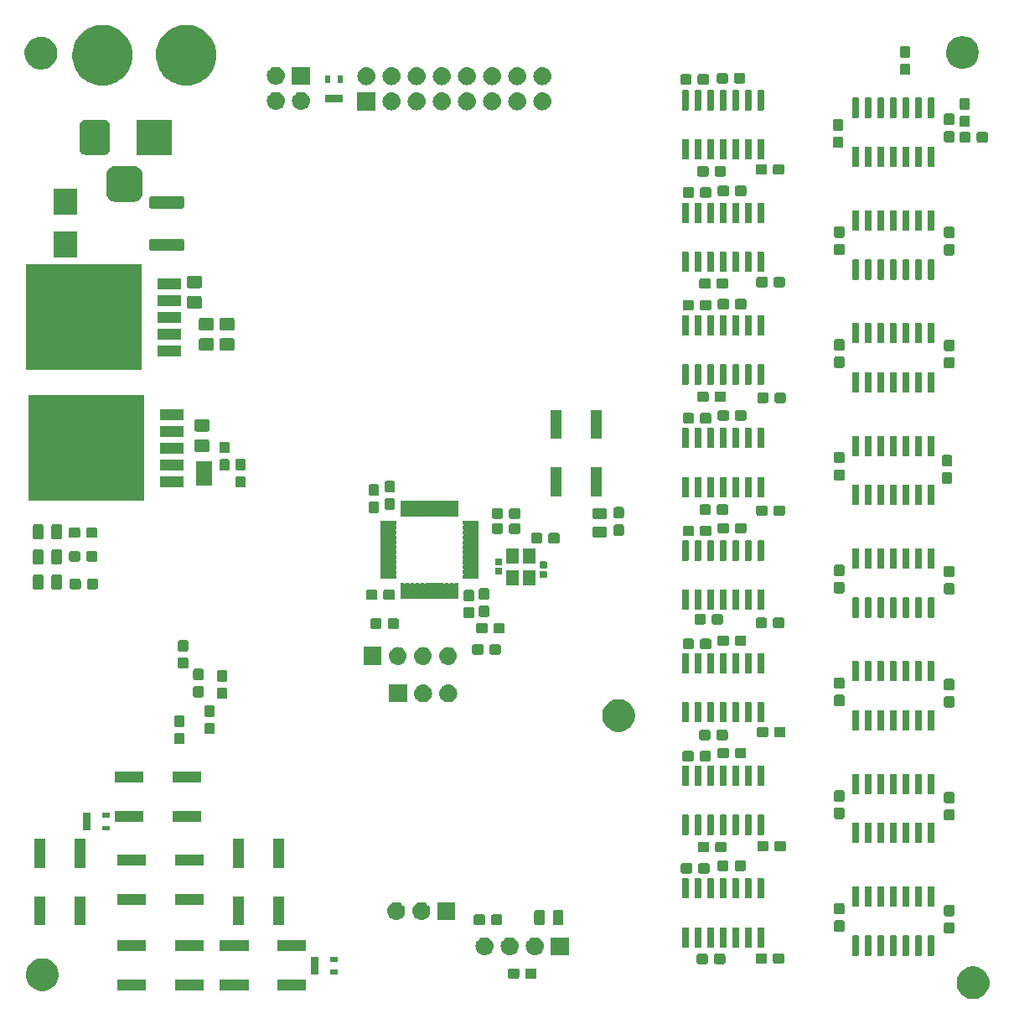
<source format=gbr>
G04 #@! TF.GenerationSoftware,KiCad,Pcbnew,(5.1.0)-1*
G04 #@! TF.CreationDate,2019-05-24T17:58:47+02:00*
G04 #@! TF.ProjectId,TiN_analog_sensor_emulation,54694e5f-616e-4616-9c6f-675f73656e73,rev?*
G04 #@! TF.SameCoordinates,Original*
G04 #@! TF.FileFunction,Soldermask,Top*
G04 #@! TF.FilePolarity,Negative*
%FSLAX46Y46*%
G04 Gerber Fmt 4.6, Leading zero omitted, Abs format (unit mm)*
G04 Created by KiCad (PCBNEW (5.1.0)-1) date 2019-05-24 17:58:47*
%MOMM*%
%LPD*%
G04 APERTURE LIST*
%ADD10C,0.100000*%
G04 APERTURE END LIST*
D10*
G36*
X192589756Y-145584298D02*
G01*
X192696079Y-145605447D01*
X192908537Y-145693450D01*
X192990017Y-145727200D01*
X192996542Y-145729903D01*
X193266951Y-145910585D01*
X193496915Y-146140549D01*
X193677597Y-146410958D01*
X193802053Y-146711421D01*
X193865500Y-147030391D01*
X193865500Y-147355609D01*
X193802053Y-147674579D01*
X193677597Y-147975042D01*
X193496915Y-148245451D01*
X193266951Y-148475415D01*
X192996542Y-148656097D01*
X192696079Y-148780553D01*
X192589756Y-148801702D01*
X192377111Y-148844000D01*
X192051889Y-148844000D01*
X191839244Y-148801702D01*
X191732921Y-148780553D01*
X191432458Y-148656097D01*
X191162049Y-148475415D01*
X190932085Y-148245451D01*
X190751403Y-147975042D01*
X190626947Y-147674579D01*
X190563500Y-147355609D01*
X190563500Y-147030391D01*
X190626947Y-146711421D01*
X190751403Y-146410958D01*
X190932085Y-146140549D01*
X191162049Y-145910585D01*
X191432458Y-145729903D01*
X191438984Y-145727200D01*
X191520463Y-145693450D01*
X191732921Y-145605447D01*
X191839244Y-145584298D01*
X192051889Y-145542000D01*
X192377111Y-145542000D01*
X192589756Y-145584298D01*
X192589756Y-145584298D01*
G37*
G36*
X98546256Y-144758798D02*
G01*
X98652579Y-144779947D01*
X98953042Y-144904403D01*
X99223451Y-145085085D01*
X99453415Y-145315049D01*
X99634097Y-145585458D01*
X99758553Y-145885921D01*
X99763459Y-145910584D01*
X99822000Y-146204889D01*
X99822000Y-146530111D01*
X99797119Y-146655195D01*
X99758553Y-146849079D01*
X99634097Y-147149542D01*
X99453415Y-147419951D01*
X99223451Y-147649915D01*
X98953042Y-147830597D01*
X98652579Y-147955053D01*
X98552097Y-147975040D01*
X98333611Y-148018500D01*
X98008389Y-148018500D01*
X97789903Y-147975040D01*
X97689421Y-147955053D01*
X97388958Y-147830597D01*
X97118549Y-147649915D01*
X96888585Y-147419951D01*
X96707903Y-147149542D01*
X96583447Y-146849079D01*
X96544881Y-146655195D01*
X96520000Y-146530111D01*
X96520000Y-146204889D01*
X96578541Y-145910584D01*
X96583447Y-145885921D01*
X96707903Y-145585458D01*
X96888585Y-145315049D01*
X97118549Y-145085085D01*
X97388958Y-144904403D01*
X97689421Y-144779947D01*
X97795744Y-144758798D01*
X98008389Y-144716500D01*
X98333611Y-144716500D01*
X98546256Y-144758798D01*
X98546256Y-144758798D01*
G37*
G36*
X124810500Y-147966000D02*
G01*
X121908500Y-147966000D01*
X121908500Y-146864000D01*
X124810500Y-146864000D01*
X124810500Y-147966000D01*
X124810500Y-147966000D01*
G37*
G36*
X108660000Y-147966000D02*
G01*
X105758000Y-147966000D01*
X105758000Y-146864000D01*
X108660000Y-146864000D01*
X108660000Y-147966000D01*
X108660000Y-147966000D01*
G37*
G36*
X114460000Y-147966000D02*
G01*
X111558000Y-147966000D01*
X111558000Y-146864000D01*
X114460000Y-146864000D01*
X114460000Y-147966000D01*
X114460000Y-147966000D01*
G37*
G36*
X119010500Y-147966000D02*
G01*
X116108500Y-147966000D01*
X116108500Y-146864000D01*
X119010500Y-146864000D01*
X119010500Y-147966000D01*
X119010500Y-147966000D01*
G37*
G36*
X147949099Y-145731645D02*
G01*
X147986595Y-145743020D01*
X148021154Y-145761492D01*
X148051447Y-145786353D01*
X148076308Y-145816646D01*
X148094780Y-145851205D01*
X148106155Y-145888701D01*
X148110600Y-145933838D01*
X148110600Y-146572562D01*
X148106155Y-146617699D01*
X148094780Y-146655195D01*
X148076308Y-146689754D01*
X148051447Y-146720047D01*
X148021154Y-146744908D01*
X147986595Y-146763380D01*
X147949099Y-146774755D01*
X147903962Y-146779200D01*
X147165238Y-146779200D01*
X147120101Y-146774755D01*
X147082605Y-146763380D01*
X147048046Y-146744908D01*
X147017753Y-146720047D01*
X146992892Y-146689754D01*
X146974420Y-146655195D01*
X146963045Y-146617699D01*
X146958600Y-146572562D01*
X146958600Y-145933838D01*
X146963045Y-145888701D01*
X146974420Y-145851205D01*
X146992892Y-145816646D01*
X147017753Y-145786353D01*
X147048046Y-145761492D01*
X147082605Y-145743020D01*
X147120101Y-145731645D01*
X147165238Y-145727200D01*
X147903962Y-145727200D01*
X147949099Y-145731645D01*
X147949099Y-145731645D01*
G37*
G36*
X146199099Y-145731645D02*
G01*
X146236595Y-145743020D01*
X146271154Y-145761492D01*
X146301447Y-145786353D01*
X146326308Y-145816646D01*
X146344780Y-145851205D01*
X146356155Y-145888701D01*
X146360600Y-145933838D01*
X146360600Y-146572562D01*
X146356155Y-146617699D01*
X146344780Y-146655195D01*
X146326308Y-146689754D01*
X146301447Y-146720047D01*
X146271154Y-146744908D01*
X146236595Y-146763380D01*
X146199099Y-146774755D01*
X146153962Y-146779200D01*
X145415238Y-146779200D01*
X145370101Y-146774755D01*
X145332605Y-146763380D01*
X145298046Y-146744908D01*
X145267753Y-146720047D01*
X145242892Y-146689754D01*
X145224420Y-146655195D01*
X145213045Y-146617699D01*
X145208600Y-146572562D01*
X145208600Y-145933838D01*
X145213045Y-145888701D01*
X145224420Y-145851205D01*
X145242892Y-145816646D01*
X145267753Y-145786353D01*
X145298046Y-145761492D01*
X145332605Y-145743020D01*
X145370101Y-145731645D01*
X145415238Y-145727200D01*
X146153962Y-145727200D01*
X146199099Y-145731645D01*
X146199099Y-145731645D01*
G37*
G36*
X126108500Y-146379500D02*
G01*
X125356500Y-146379500D01*
X125356500Y-144577500D01*
X126108500Y-144577500D01*
X126108500Y-146379500D01*
X126108500Y-146379500D01*
G37*
G36*
X128008500Y-146379500D02*
G01*
X127256500Y-146379500D01*
X127256500Y-145877500D01*
X128008500Y-145877500D01*
X128008500Y-146379500D01*
X128008500Y-146379500D01*
G37*
G36*
X167024499Y-144258445D02*
G01*
X167061995Y-144269820D01*
X167096554Y-144288292D01*
X167126847Y-144313153D01*
X167151708Y-144343446D01*
X167170180Y-144378005D01*
X167181555Y-144415501D01*
X167186000Y-144460638D01*
X167186000Y-145099362D01*
X167181555Y-145144499D01*
X167170180Y-145181995D01*
X167151708Y-145216554D01*
X167126847Y-145246847D01*
X167096554Y-145271708D01*
X167061995Y-145290180D01*
X167024499Y-145301555D01*
X166979362Y-145306000D01*
X166240638Y-145306000D01*
X166195501Y-145301555D01*
X166158005Y-145290180D01*
X166123446Y-145271708D01*
X166093153Y-145246847D01*
X166068292Y-145216554D01*
X166049820Y-145181995D01*
X166038445Y-145144499D01*
X166034000Y-145099362D01*
X166034000Y-144460638D01*
X166038445Y-144415501D01*
X166049820Y-144378005D01*
X166068292Y-144343446D01*
X166093153Y-144313153D01*
X166123446Y-144288292D01*
X166158005Y-144269820D01*
X166195501Y-144258445D01*
X166240638Y-144254000D01*
X166979362Y-144254000D01*
X167024499Y-144258445D01*
X167024499Y-144258445D01*
G37*
G36*
X165274499Y-144258445D02*
G01*
X165311995Y-144269820D01*
X165346554Y-144288292D01*
X165376847Y-144313153D01*
X165401708Y-144343446D01*
X165420180Y-144378005D01*
X165431555Y-144415501D01*
X165436000Y-144460638D01*
X165436000Y-145099362D01*
X165431555Y-145144499D01*
X165420180Y-145181995D01*
X165401708Y-145216554D01*
X165376847Y-145246847D01*
X165346554Y-145271708D01*
X165311995Y-145290180D01*
X165274499Y-145301555D01*
X165229362Y-145306000D01*
X164490638Y-145306000D01*
X164445501Y-145301555D01*
X164408005Y-145290180D01*
X164373446Y-145271708D01*
X164343153Y-145246847D01*
X164318292Y-145216554D01*
X164299820Y-145181995D01*
X164288445Y-145144499D01*
X164284000Y-145099362D01*
X164284000Y-144460638D01*
X164288445Y-144415501D01*
X164299820Y-144378005D01*
X164318292Y-144343446D01*
X164343153Y-144313153D01*
X164373446Y-144288292D01*
X164408005Y-144269820D01*
X164445501Y-144258445D01*
X164490638Y-144254000D01*
X165229362Y-144254000D01*
X165274499Y-144258445D01*
X165274499Y-144258445D01*
G37*
G36*
X172993499Y-144207645D02*
G01*
X173030995Y-144219020D01*
X173065554Y-144237492D01*
X173095847Y-144262353D01*
X173120708Y-144292646D01*
X173139180Y-144327205D01*
X173150555Y-144364701D01*
X173155000Y-144409838D01*
X173155000Y-145048562D01*
X173150555Y-145093699D01*
X173139180Y-145131195D01*
X173120708Y-145165754D01*
X173095847Y-145196047D01*
X173065554Y-145220908D01*
X173030995Y-145239380D01*
X172993499Y-145250755D01*
X172948362Y-145255200D01*
X172209638Y-145255200D01*
X172164501Y-145250755D01*
X172127005Y-145239380D01*
X172092446Y-145220908D01*
X172062153Y-145196047D01*
X172037292Y-145165754D01*
X172018820Y-145131195D01*
X172007445Y-145093699D01*
X172003000Y-145048562D01*
X172003000Y-144409838D01*
X172007445Y-144364701D01*
X172018820Y-144327205D01*
X172037292Y-144292646D01*
X172062153Y-144262353D01*
X172092446Y-144237492D01*
X172127005Y-144219020D01*
X172164501Y-144207645D01*
X172209638Y-144203200D01*
X172948362Y-144203200D01*
X172993499Y-144207645D01*
X172993499Y-144207645D01*
G37*
G36*
X171243499Y-144207645D02*
G01*
X171280995Y-144219020D01*
X171315554Y-144237492D01*
X171345847Y-144262353D01*
X171370708Y-144292646D01*
X171389180Y-144327205D01*
X171400555Y-144364701D01*
X171405000Y-144409838D01*
X171405000Y-145048562D01*
X171400555Y-145093699D01*
X171389180Y-145131195D01*
X171370708Y-145165754D01*
X171345847Y-145196047D01*
X171315554Y-145220908D01*
X171280995Y-145239380D01*
X171243499Y-145250755D01*
X171198362Y-145255200D01*
X170459638Y-145255200D01*
X170414501Y-145250755D01*
X170377005Y-145239380D01*
X170342446Y-145220908D01*
X170312153Y-145196047D01*
X170287292Y-145165754D01*
X170268820Y-145131195D01*
X170257445Y-145093699D01*
X170253000Y-145048562D01*
X170253000Y-144409838D01*
X170257445Y-144364701D01*
X170268820Y-144327205D01*
X170287292Y-144292646D01*
X170312153Y-144262353D01*
X170342446Y-144237492D01*
X170377005Y-144219020D01*
X170414501Y-144207645D01*
X170459638Y-144203200D01*
X171198362Y-144203200D01*
X171243499Y-144207645D01*
X171243499Y-144207645D01*
G37*
G36*
X128008500Y-145079500D02*
G01*
X127256500Y-145079500D01*
X127256500Y-144577500D01*
X128008500Y-144577500D01*
X128008500Y-145079500D01*
X128008500Y-145079500D01*
G37*
G36*
X185676902Y-142421764D02*
G01*
X185697983Y-142428160D01*
X185717419Y-142438548D01*
X185734450Y-142452524D01*
X185748426Y-142469555D01*
X185758814Y-142488991D01*
X185765210Y-142510072D01*
X185767974Y-142538140D01*
X185767974Y-144351860D01*
X185765210Y-144379928D01*
X185758814Y-144401009D01*
X185748426Y-144420445D01*
X185734450Y-144437476D01*
X185717419Y-144451452D01*
X185697983Y-144461840D01*
X185676902Y-144468236D01*
X185648834Y-144471000D01*
X185185114Y-144471000D01*
X185157046Y-144468236D01*
X185135965Y-144461840D01*
X185116529Y-144451452D01*
X185099498Y-144437476D01*
X185085522Y-144420445D01*
X185075134Y-144401009D01*
X185068738Y-144379928D01*
X185065974Y-144351860D01*
X185065974Y-142538140D01*
X185068738Y-142510072D01*
X185075134Y-142488991D01*
X185085522Y-142469555D01*
X185099498Y-142452524D01*
X185116529Y-142438548D01*
X185135965Y-142428160D01*
X185157046Y-142421764D01*
X185185114Y-142419000D01*
X185648834Y-142419000D01*
X185676902Y-142421764D01*
X185676902Y-142421764D01*
G37*
G36*
X188216902Y-142421764D02*
G01*
X188237983Y-142428160D01*
X188257419Y-142438548D01*
X188274450Y-142452524D01*
X188288426Y-142469555D01*
X188298814Y-142488991D01*
X188305210Y-142510072D01*
X188307974Y-142538140D01*
X188307974Y-144351860D01*
X188305210Y-144379928D01*
X188298814Y-144401009D01*
X188288426Y-144420445D01*
X188274450Y-144437476D01*
X188257419Y-144451452D01*
X188237983Y-144461840D01*
X188216902Y-144468236D01*
X188188834Y-144471000D01*
X187725114Y-144471000D01*
X187697046Y-144468236D01*
X187675965Y-144461840D01*
X187656529Y-144451452D01*
X187639498Y-144437476D01*
X187625522Y-144420445D01*
X187615134Y-144401009D01*
X187608738Y-144379928D01*
X187605974Y-144351860D01*
X187605974Y-142538140D01*
X187608738Y-142510072D01*
X187615134Y-142488991D01*
X187625522Y-142469555D01*
X187639498Y-142452524D01*
X187656529Y-142438548D01*
X187675965Y-142428160D01*
X187697046Y-142421764D01*
X187725114Y-142419000D01*
X188188834Y-142419000D01*
X188216902Y-142421764D01*
X188216902Y-142421764D01*
G37*
G36*
X186946902Y-142421764D02*
G01*
X186967983Y-142428160D01*
X186987419Y-142438548D01*
X187004450Y-142452524D01*
X187018426Y-142469555D01*
X187028814Y-142488991D01*
X187035210Y-142510072D01*
X187037974Y-142538140D01*
X187037974Y-144351860D01*
X187035210Y-144379928D01*
X187028814Y-144401009D01*
X187018426Y-144420445D01*
X187004450Y-144437476D01*
X186987419Y-144451452D01*
X186967983Y-144461840D01*
X186946902Y-144468236D01*
X186918834Y-144471000D01*
X186455114Y-144471000D01*
X186427046Y-144468236D01*
X186405965Y-144461840D01*
X186386529Y-144451452D01*
X186369498Y-144437476D01*
X186355522Y-144420445D01*
X186345134Y-144401009D01*
X186338738Y-144379928D01*
X186335974Y-144351860D01*
X186335974Y-142538140D01*
X186338738Y-142510072D01*
X186345134Y-142488991D01*
X186355522Y-142469555D01*
X186369498Y-142452524D01*
X186386529Y-142438548D01*
X186405965Y-142428160D01*
X186427046Y-142421764D01*
X186455114Y-142419000D01*
X186918834Y-142419000D01*
X186946902Y-142421764D01*
X186946902Y-142421764D01*
G37*
G36*
X184406902Y-142421764D02*
G01*
X184427983Y-142428160D01*
X184447419Y-142438548D01*
X184464450Y-142452524D01*
X184478426Y-142469555D01*
X184488814Y-142488991D01*
X184495210Y-142510072D01*
X184497974Y-142538140D01*
X184497974Y-144351860D01*
X184495210Y-144379928D01*
X184488814Y-144401009D01*
X184478426Y-144420445D01*
X184464450Y-144437476D01*
X184447419Y-144451452D01*
X184427983Y-144461840D01*
X184406902Y-144468236D01*
X184378834Y-144471000D01*
X183915114Y-144471000D01*
X183887046Y-144468236D01*
X183865965Y-144461840D01*
X183846529Y-144451452D01*
X183829498Y-144437476D01*
X183815522Y-144420445D01*
X183805134Y-144401009D01*
X183798738Y-144379928D01*
X183795974Y-144351860D01*
X183795974Y-142538140D01*
X183798738Y-142510072D01*
X183805134Y-142488991D01*
X183815522Y-142469555D01*
X183829498Y-142452524D01*
X183846529Y-142438548D01*
X183865965Y-142428160D01*
X183887046Y-142421764D01*
X183915114Y-142419000D01*
X184378834Y-142419000D01*
X184406902Y-142421764D01*
X184406902Y-142421764D01*
G37*
G36*
X183136902Y-142421764D02*
G01*
X183157983Y-142428160D01*
X183177419Y-142438548D01*
X183194450Y-142452524D01*
X183208426Y-142469555D01*
X183218814Y-142488991D01*
X183225210Y-142510072D01*
X183227974Y-142538140D01*
X183227974Y-144351860D01*
X183225210Y-144379928D01*
X183218814Y-144401009D01*
X183208426Y-144420445D01*
X183194450Y-144437476D01*
X183177419Y-144451452D01*
X183157983Y-144461840D01*
X183136902Y-144468236D01*
X183108834Y-144471000D01*
X182645114Y-144471000D01*
X182617046Y-144468236D01*
X182595965Y-144461840D01*
X182576529Y-144451452D01*
X182559498Y-144437476D01*
X182545522Y-144420445D01*
X182535134Y-144401009D01*
X182528738Y-144379928D01*
X182525974Y-144351860D01*
X182525974Y-142538140D01*
X182528738Y-142510072D01*
X182535134Y-142488991D01*
X182545522Y-142469555D01*
X182559498Y-142452524D01*
X182576529Y-142438548D01*
X182595965Y-142428160D01*
X182617046Y-142421764D01*
X182645114Y-142419000D01*
X183108834Y-142419000D01*
X183136902Y-142421764D01*
X183136902Y-142421764D01*
G37*
G36*
X181866902Y-142421764D02*
G01*
X181887983Y-142428160D01*
X181907419Y-142438548D01*
X181924450Y-142452524D01*
X181938426Y-142469555D01*
X181948814Y-142488991D01*
X181955210Y-142510072D01*
X181957974Y-142538140D01*
X181957974Y-144351860D01*
X181955210Y-144379928D01*
X181948814Y-144401009D01*
X181938426Y-144420445D01*
X181924450Y-144437476D01*
X181907419Y-144451452D01*
X181887983Y-144461840D01*
X181866902Y-144468236D01*
X181838834Y-144471000D01*
X181375114Y-144471000D01*
X181347046Y-144468236D01*
X181325965Y-144461840D01*
X181306529Y-144451452D01*
X181289498Y-144437476D01*
X181275522Y-144420445D01*
X181265134Y-144401009D01*
X181258738Y-144379928D01*
X181255974Y-144351860D01*
X181255974Y-142538140D01*
X181258738Y-142510072D01*
X181265134Y-142488991D01*
X181275522Y-142469555D01*
X181289498Y-142452524D01*
X181306529Y-142438548D01*
X181325965Y-142428160D01*
X181347046Y-142421764D01*
X181375114Y-142419000D01*
X181838834Y-142419000D01*
X181866902Y-142421764D01*
X181866902Y-142421764D01*
G37*
G36*
X180596902Y-142421764D02*
G01*
X180617983Y-142428160D01*
X180637419Y-142438548D01*
X180654450Y-142452524D01*
X180668426Y-142469555D01*
X180678814Y-142488991D01*
X180685210Y-142510072D01*
X180687974Y-142538140D01*
X180687974Y-144351860D01*
X180685210Y-144379928D01*
X180678814Y-144401009D01*
X180668426Y-144420445D01*
X180654450Y-144437476D01*
X180637419Y-144451452D01*
X180617983Y-144461840D01*
X180596902Y-144468236D01*
X180568834Y-144471000D01*
X180105114Y-144471000D01*
X180077046Y-144468236D01*
X180055965Y-144461840D01*
X180036529Y-144451452D01*
X180019498Y-144437476D01*
X180005522Y-144420445D01*
X179995134Y-144401009D01*
X179988738Y-144379928D01*
X179985974Y-144351860D01*
X179985974Y-142538140D01*
X179988738Y-142510072D01*
X179995134Y-142488991D01*
X180005522Y-142469555D01*
X180019498Y-142452524D01*
X180036529Y-142438548D01*
X180055965Y-142428160D01*
X180077046Y-142421764D01*
X180105114Y-142419000D01*
X180568834Y-142419000D01*
X180596902Y-142421764D01*
X180596902Y-142421764D01*
G37*
G36*
X151370600Y-144411000D02*
G01*
X149568600Y-144411000D01*
X149568600Y-142609000D01*
X151370600Y-142609000D01*
X151370600Y-144411000D01*
X151370600Y-144411000D01*
G37*
G36*
X148040042Y-142615518D02*
G01*
X148106227Y-142622037D01*
X148276066Y-142673557D01*
X148432591Y-142757222D01*
X148468329Y-142786552D01*
X148569786Y-142869814D01*
X148653048Y-142971271D01*
X148682378Y-143007009D01*
X148766043Y-143163534D01*
X148817563Y-143333373D01*
X148834959Y-143510000D01*
X148817563Y-143686627D01*
X148766043Y-143856466D01*
X148682378Y-144012991D01*
X148653048Y-144048729D01*
X148569786Y-144150186D01*
X148485910Y-144219020D01*
X148432591Y-144262778D01*
X148432589Y-144262779D01*
X148312058Y-144327205D01*
X148276066Y-144346443D01*
X148106227Y-144397963D01*
X148040043Y-144404481D01*
X147973860Y-144411000D01*
X147885340Y-144411000D01*
X147819157Y-144404481D01*
X147752973Y-144397963D01*
X147583134Y-144346443D01*
X147547143Y-144327205D01*
X147426611Y-144262779D01*
X147426609Y-144262778D01*
X147373290Y-144219020D01*
X147289414Y-144150186D01*
X147206152Y-144048729D01*
X147176822Y-144012991D01*
X147093157Y-143856466D01*
X147041637Y-143686627D01*
X147024241Y-143510000D01*
X147041637Y-143333373D01*
X147093157Y-143163534D01*
X147176822Y-143007009D01*
X147206152Y-142971271D01*
X147289414Y-142869814D01*
X147390871Y-142786552D01*
X147426609Y-142757222D01*
X147583134Y-142673557D01*
X147752973Y-142622037D01*
X147819158Y-142615518D01*
X147885340Y-142609000D01*
X147973860Y-142609000D01*
X148040042Y-142615518D01*
X148040042Y-142615518D01*
G37*
G36*
X145500042Y-142615518D02*
G01*
X145566227Y-142622037D01*
X145736066Y-142673557D01*
X145892591Y-142757222D01*
X145928329Y-142786552D01*
X146029786Y-142869814D01*
X146113048Y-142971271D01*
X146142378Y-143007009D01*
X146226043Y-143163534D01*
X146277563Y-143333373D01*
X146294959Y-143510000D01*
X146277563Y-143686627D01*
X146226043Y-143856466D01*
X146142378Y-144012991D01*
X146113048Y-144048729D01*
X146029786Y-144150186D01*
X145945910Y-144219020D01*
X145892591Y-144262778D01*
X145892589Y-144262779D01*
X145772058Y-144327205D01*
X145736066Y-144346443D01*
X145566227Y-144397963D01*
X145500043Y-144404481D01*
X145433860Y-144411000D01*
X145345340Y-144411000D01*
X145279157Y-144404481D01*
X145212973Y-144397963D01*
X145043134Y-144346443D01*
X145007143Y-144327205D01*
X144886611Y-144262779D01*
X144886609Y-144262778D01*
X144833290Y-144219020D01*
X144749414Y-144150186D01*
X144666152Y-144048729D01*
X144636822Y-144012991D01*
X144553157Y-143856466D01*
X144501637Y-143686627D01*
X144484241Y-143510000D01*
X144501637Y-143333373D01*
X144553157Y-143163534D01*
X144636822Y-143007009D01*
X144666152Y-142971271D01*
X144749414Y-142869814D01*
X144850871Y-142786552D01*
X144886609Y-142757222D01*
X145043134Y-142673557D01*
X145212973Y-142622037D01*
X145279158Y-142615518D01*
X145345340Y-142609000D01*
X145433860Y-142609000D01*
X145500042Y-142615518D01*
X145500042Y-142615518D01*
G37*
G36*
X142960042Y-142615518D02*
G01*
X143026227Y-142622037D01*
X143196066Y-142673557D01*
X143352591Y-142757222D01*
X143388329Y-142786552D01*
X143489786Y-142869814D01*
X143573048Y-142971271D01*
X143602378Y-143007009D01*
X143686043Y-143163534D01*
X143737563Y-143333373D01*
X143754959Y-143510000D01*
X143737563Y-143686627D01*
X143686043Y-143856466D01*
X143602378Y-144012991D01*
X143573048Y-144048729D01*
X143489786Y-144150186D01*
X143405910Y-144219020D01*
X143352591Y-144262778D01*
X143352589Y-144262779D01*
X143232058Y-144327205D01*
X143196066Y-144346443D01*
X143026227Y-144397963D01*
X142960043Y-144404481D01*
X142893860Y-144411000D01*
X142805340Y-144411000D01*
X142739157Y-144404481D01*
X142672973Y-144397963D01*
X142503134Y-144346443D01*
X142467143Y-144327205D01*
X142346611Y-144262779D01*
X142346609Y-144262778D01*
X142293290Y-144219020D01*
X142209414Y-144150186D01*
X142126152Y-144048729D01*
X142096822Y-144012991D01*
X142013157Y-143856466D01*
X141961637Y-143686627D01*
X141944241Y-143510000D01*
X141961637Y-143333373D01*
X142013157Y-143163534D01*
X142096822Y-143007009D01*
X142126152Y-142971271D01*
X142209414Y-142869814D01*
X142310871Y-142786552D01*
X142346609Y-142757222D01*
X142503134Y-142673557D01*
X142672973Y-142622037D01*
X142739158Y-142615518D01*
X142805340Y-142609000D01*
X142893860Y-142609000D01*
X142960042Y-142615518D01*
X142960042Y-142615518D01*
G37*
G36*
X108660000Y-143966000D02*
G01*
X105758000Y-143966000D01*
X105758000Y-142864000D01*
X108660000Y-142864000D01*
X108660000Y-143966000D01*
X108660000Y-143966000D01*
G37*
G36*
X124810500Y-143966000D02*
G01*
X121908500Y-143966000D01*
X121908500Y-142864000D01*
X124810500Y-142864000D01*
X124810500Y-143966000D01*
X124810500Y-143966000D01*
G37*
G36*
X114460000Y-143966000D02*
G01*
X111558000Y-143966000D01*
X111558000Y-142864000D01*
X114460000Y-142864000D01*
X114460000Y-143966000D01*
X114460000Y-143966000D01*
G37*
G36*
X119010500Y-143966000D02*
G01*
X116108500Y-143966000D01*
X116108500Y-142864000D01*
X119010500Y-142864000D01*
X119010500Y-143966000D01*
X119010500Y-143966000D01*
G37*
G36*
X171020498Y-141596264D02*
G01*
X171041579Y-141602660D01*
X171061015Y-141613048D01*
X171078046Y-141627024D01*
X171092022Y-141644055D01*
X171102410Y-141663491D01*
X171108806Y-141684572D01*
X171111570Y-141712640D01*
X171111570Y-143526360D01*
X171108806Y-143554428D01*
X171102410Y-143575509D01*
X171092022Y-143594945D01*
X171078046Y-143611976D01*
X171061015Y-143625952D01*
X171041579Y-143636340D01*
X171020498Y-143642736D01*
X170992430Y-143645500D01*
X170528710Y-143645500D01*
X170500642Y-143642736D01*
X170479561Y-143636340D01*
X170460125Y-143625952D01*
X170443094Y-143611976D01*
X170429118Y-143594945D01*
X170418730Y-143575509D01*
X170412334Y-143554428D01*
X170409570Y-143526360D01*
X170409570Y-141712640D01*
X170412334Y-141684572D01*
X170418730Y-141663491D01*
X170429118Y-141644055D01*
X170443094Y-141627024D01*
X170460125Y-141613048D01*
X170479561Y-141602660D01*
X170500642Y-141596264D01*
X170528710Y-141593500D01*
X170992430Y-141593500D01*
X171020498Y-141596264D01*
X171020498Y-141596264D01*
G37*
G36*
X169750498Y-141596264D02*
G01*
X169771579Y-141602660D01*
X169791015Y-141613048D01*
X169808046Y-141627024D01*
X169822022Y-141644055D01*
X169832410Y-141663491D01*
X169838806Y-141684572D01*
X169841570Y-141712640D01*
X169841570Y-143526360D01*
X169838806Y-143554428D01*
X169832410Y-143575509D01*
X169822022Y-143594945D01*
X169808046Y-143611976D01*
X169791015Y-143625952D01*
X169771579Y-143636340D01*
X169750498Y-143642736D01*
X169722430Y-143645500D01*
X169258710Y-143645500D01*
X169230642Y-143642736D01*
X169209561Y-143636340D01*
X169190125Y-143625952D01*
X169173094Y-143611976D01*
X169159118Y-143594945D01*
X169148730Y-143575509D01*
X169142334Y-143554428D01*
X169139570Y-143526360D01*
X169139570Y-141712640D01*
X169142334Y-141684572D01*
X169148730Y-141663491D01*
X169159118Y-141644055D01*
X169173094Y-141627024D01*
X169190125Y-141613048D01*
X169209561Y-141602660D01*
X169230642Y-141596264D01*
X169258710Y-141593500D01*
X169722430Y-141593500D01*
X169750498Y-141596264D01*
X169750498Y-141596264D01*
G37*
G36*
X168480498Y-141596264D02*
G01*
X168501579Y-141602660D01*
X168521015Y-141613048D01*
X168538046Y-141627024D01*
X168552022Y-141644055D01*
X168562410Y-141663491D01*
X168568806Y-141684572D01*
X168571570Y-141712640D01*
X168571570Y-143526360D01*
X168568806Y-143554428D01*
X168562410Y-143575509D01*
X168552022Y-143594945D01*
X168538046Y-143611976D01*
X168521015Y-143625952D01*
X168501579Y-143636340D01*
X168480498Y-143642736D01*
X168452430Y-143645500D01*
X167988710Y-143645500D01*
X167960642Y-143642736D01*
X167939561Y-143636340D01*
X167920125Y-143625952D01*
X167903094Y-143611976D01*
X167889118Y-143594945D01*
X167878730Y-143575509D01*
X167872334Y-143554428D01*
X167869570Y-143526360D01*
X167869570Y-141712640D01*
X167872334Y-141684572D01*
X167878730Y-141663491D01*
X167889118Y-141644055D01*
X167903094Y-141627024D01*
X167920125Y-141613048D01*
X167939561Y-141602660D01*
X167960642Y-141596264D01*
X167988710Y-141593500D01*
X168452430Y-141593500D01*
X168480498Y-141596264D01*
X168480498Y-141596264D01*
G37*
G36*
X167210498Y-141596264D02*
G01*
X167231579Y-141602660D01*
X167251015Y-141613048D01*
X167268046Y-141627024D01*
X167282022Y-141644055D01*
X167292410Y-141663491D01*
X167298806Y-141684572D01*
X167301570Y-141712640D01*
X167301570Y-143526360D01*
X167298806Y-143554428D01*
X167292410Y-143575509D01*
X167282022Y-143594945D01*
X167268046Y-143611976D01*
X167251015Y-143625952D01*
X167231579Y-143636340D01*
X167210498Y-143642736D01*
X167182430Y-143645500D01*
X166718710Y-143645500D01*
X166690642Y-143642736D01*
X166669561Y-143636340D01*
X166650125Y-143625952D01*
X166633094Y-143611976D01*
X166619118Y-143594945D01*
X166608730Y-143575509D01*
X166602334Y-143554428D01*
X166599570Y-143526360D01*
X166599570Y-141712640D01*
X166602334Y-141684572D01*
X166608730Y-141663491D01*
X166619118Y-141644055D01*
X166633094Y-141627024D01*
X166650125Y-141613048D01*
X166669561Y-141602660D01*
X166690642Y-141596264D01*
X166718710Y-141593500D01*
X167182430Y-141593500D01*
X167210498Y-141596264D01*
X167210498Y-141596264D01*
G37*
G36*
X165940498Y-141596264D02*
G01*
X165961579Y-141602660D01*
X165981015Y-141613048D01*
X165998046Y-141627024D01*
X166012022Y-141644055D01*
X166022410Y-141663491D01*
X166028806Y-141684572D01*
X166031570Y-141712640D01*
X166031570Y-143526360D01*
X166028806Y-143554428D01*
X166022410Y-143575509D01*
X166012022Y-143594945D01*
X165998046Y-143611976D01*
X165981015Y-143625952D01*
X165961579Y-143636340D01*
X165940498Y-143642736D01*
X165912430Y-143645500D01*
X165448710Y-143645500D01*
X165420642Y-143642736D01*
X165399561Y-143636340D01*
X165380125Y-143625952D01*
X165363094Y-143611976D01*
X165349118Y-143594945D01*
X165338730Y-143575509D01*
X165332334Y-143554428D01*
X165329570Y-143526360D01*
X165329570Y-141712640D01*
X165332334Y-141684572D01*
X165338730Y-141663491D01*
X165349118Y-141644055D01*
X165363094Y-141627024D01*
X165380125Y-141613048D01*
X165399561Y-141602660D01*
X165420642Y-141596264D01*
X165448710Y-141593500D01*
X165912430Y-141593500D01*
X165940498Y-141596264D01*
X165940498Y-141596264D01*
G37*
G36*
X164670498Y-141596264D02*
G01*
X164691579Y-141602660D01*
X164711015Y-141613048D01*
X164728046Y-141627024D01*
X164742022Y-141644055D01*
X164752410Y-141663491D01*
X164758806Y-141684572D01*
X164761570Y-141712640D01*
X164761570Y-143526360D01*
X164758806Y-143554428D01*
X164752410Y-143575509D01*
X164742022Y-143594945D01*
X164728046Y-143611976D01*
X164711015Y-143625952D01*
X164691579Y-143636340D01*
X164670498Y-143642736D01*
X164642430Y-143645500D01*
X164178710Y-143645500D01*
X164150642Y-143642736D01*
X164129561Y-143636340D01*
X164110125Y-143625952D01*
X164093094Y-143611976D01*
X164079118Y-143594945D01*
X164068730Y-143575509D01*
X164062334Y-143554428D01*
X164059570Y-143526360D01*
X164059570Y-141712640D01*
X164062334Y-141684572D01*
X164068730Y-141663491D01*
X164079118Y-141644055D01*
X164093094Y-141627024D01*
X164110125Y-141613048D01*
X164129561Y-141602660D01*
X164150642Y-141596264D01*
X164178710Y-141593500D01*
X164642430Y-141593500D01*
X164670498Y-141596264D01*
X164670498Y-141596264D01*
G37*
G36*
X163400498Y-141596264D02*
G01*
X163421579Y-141602660D01*
X163441015Y-141613048D01*
X163458046Y-141627024D01*
X163472022Y-141644055D01*
X163482410Y-141663491D01*
X163488806Y-141684572D01*
X163491570Y-141712640D01*
X163491570Y-143526360D01*
X163488806Y-143554428D01*
X163482410Y-143575509D01*
X163472022Y-143594945D01*
X163458046Y-143611976D01*
X163441015Y-143625952D01*
X163421579Y-143636340D01*
X163400498Y-143642736D01*
X163372430Y-143645500D01*
X162908710Y-143645500D01*
X162880642Y-143642736D01*
X162859561Y-143636340D01*
X162840125Y-143625952D01*
X162823094Y-143611976D01*
X162809118Y-143594945D01*
X162798730Y-143575509D01*
X162792334Y-143554428D01*
X162789570Y-143526360D01*
X162789570Y-141712640D01*
X162792334Y-141684572D01*
X162798730Y-141663491D01*
X162809118Y-141644055D01*
X162823094Y-141627024D01*
X162840125Y-141613048D01*
X162859561Y-141602660D01*
X162880642Y-141596264D01*
X162908710Y-141593500D01*
X163372430Y-141593500D01*
X163400498Y-141596264D01*
X163400498Y-141596264D01*
G37*
G36*
X190165999Y-141082945D02*
G01*
X190203495Y-141094320D01*
X190238054Y-141112792D01*
X190268347Y-141137653D01*
X190293208Y-141167946D01*
X190311680Y-141202505D01*
X190323055Y-141240001D01*
X190327500Y-141285138D01*
X190327500Y-142023862D01*
X190323055Y-142068999D01*
X190311680Y-142106495D01*
X190293208Y-142141054D01*
X190268347Y-142171347D01*
X190238054Y-142196208D01*
X190203495Y-142214680D01*
X190165999Y-142226055D01*
X190120862Y-142230500D01*
X189482138Y-142230500D01*
X189437001Y-142226055D01*
X189399505Y-142214680D01*
X189364946Y-142196208D01*
X189334653Y-142171347D01*
X189309792Y-142141054D01*
X189291320Y-142106495D01*
X189279945Y-142068999D01*
X189275500Y-142023862D01*
X189275500Y-141285138D01*
X189279945Y-141240001D01*
X189291320Y-141202505D01*
X189309792Y-141167946D01*
X189334653Y-141137653D01*
X189364946Y-141112792D01*
X189399505Y-141094320D01*
X189437001Y-141082945D01*
X189482138Y-141078500D01*
X190120862Y-141078500D01*
X190165999Y-141082945D01*
X190165999Y-141082945D01*
G37*
G36*
X179053499Y-140892445D02*
G01*
X179090995Y-140903820D01*
X179125554Y-140922292D01*
X179155847Y-140947153D01*
X179180708Y-140977446D01*
X179199180Y-141012005D01*
X179210555Y-141049501D01*
X179215000Y-141094638D01*
X179215000Y-141833362D01*
X179210555Y-141878499D01*
X179199180Y-141915995D01*
X179180708Y-141950554D01*
X179155847Y-141980847D01*
X179125554Y-142005708D01*
X179090995Y-142024180D01*
X179053499Y-142035555D01*
X179008362Y-142040000D01*
X178369638Y-142040000D01*
X178324501Y-142035555D01*
X178287005Y-142024180D01*
X178252446Y-142005708D01*
X178222153Y-141980847D01*
X178197292Y-141950554D01*
X178178820Y-141915995D01*
X178167445Y-141878499D01*
X178163000Y-141833362D01*
X178163000Y-141094638D01*
X178167445Y-141049501D01*
X178178820Y-141012005D01*
X178197292Y-140977446D01*
X178222153Y-140947153D01*
X178252446Y-140922292D01*
X178287005Y-140903820D01*
X178324501Y-140892445D01*
X178369638Y-140888000D01*
X179008362Y-140888000D01*
X179053499Y-140892445D01*
X179053499Y-140892445D01*
G37*
G36*
X118566000Y-141384000D02*
G01*
X117464000Y-141384000D01*
X117464000Y-138482000D01*
X118566000Y-138482000D01*
X118566000Y-141384000D01*
X118566000Y-141384000D01*
G37*
G36*
X122566000Y-141384000D02*
G01*
X121464000Y-141384000D01*
X121464000Y-138482000D01*
X122566000Y-138482000D01*
X122566000Y-141384000D01*
X122566000Y-141384000D01*
G37*
G36*
X98500000Y-141384000D02*
G01*
X97398000Y-141384000D01*
X97398000Y-138482000D01*
X98500000Y-138482000D01*
X98500000Y-141384000D01*
X98500000Y-141384000D01*
G37*
G36*
X102500000Y-141384000D02*
G01*
X101398000Y-141384000D01*
X101398000Y-138482000D01*
X102500000Y-138482000D01*
X102500000Y-141384000D01*
X102500000Y-141384000D01*
G37*
G36*
X148786468Y-139867965D02*
G01*
X148825138Y-139879696D01*
X148860777Y-139898746D01*
X148892017Y-139924383D01*
X148917654Y-139955623D01*
X148936704Y-139991262D01*
X148948435Y-140029932D01*
X148953000Y-140076288D01*
X148953000Y-141152512D01*
X148948435Y-141198868D01*
X148936704Y-141237538D01*
X148917654Y-141273177D01*
X148892017Y-141304417D01*
X148860777Y-141330054D01*
X148825138Y-141349104D01*
X148786468Y-141360835D01*
X148740112Y-141365400D01*
X148088888Y-141365400D01*
X148042532Y-141360835D01*
X148003862Y-141349104D01*
X147968223Y-141330054D01*
X147936983Y-141304417D01*
X147911346Y-141273177D01*
X147892296Y-141237538D01*
X147880565Y-141198868D01*
X147876000Y-141152512D01*
X147876000Y-140076288D01*
X147880565Y-140029932D01*
X147892296Y-139991262D01*
X147911346Y-139955623D01*
X147936983Y-139924383D01*
X147968223Y-139898746D01*
X148003862Y-139879696D01*
X148042532Y-139867965D01*
X148088888Y-139863400D01*
X148740112Y-139863400D01*
X148786468Y-139867965D01*
X148786468Y-139867965D01*
G37*
G36*
X150661468Y-139867965D02*
G01*
X150700138Y-139879696D01*
X150735777Y-139898746D01*
X150767017Y-139924383D01*
X150792654Y-139955623D01*
X150811704Y-139991262D01*
X150823435Y-140029932D01*
X150828000Y-140076288D01*
X150828000Y-141152512D01*
X150823435Y-141198868D01*
X150811704Y-141237538D01*
X150792654Y-141273177D01*
X150767017Y-141304417D01*
X150735777Y-141330054D01*
X150700138Y-141349104D01*
X150661468Y-141360835D01*
X150615112Y-141365400D01*
X149963888Y-141365400D01*
X149917532Y-141360835D01*
X149878862Y-141349104D01*
X149843223Y-141330054D01*
X149811983Y-141304417D01*
X149786346Y-141273177D01*
X149767296Y-141237538D01*
X149755565Y-141198868D01*
X149751000Y-141152512D01*
X149751000Y-140076288D01*
X149755565Y-140029932D01*
X149767296Y-139991262D01*
X149786346Y-139955623D01*
X149811983Y-139924383D01*
X149843223Y-139898746D01*
X149878862Y-139879696D01*
X149917532Y-139867965D01*
X149963888Y-139863400D01*
X150615112Y-139863400D01*
X150661468Y-139867965D01*
X150661468Y-139867965D01*
G37*
G36*
X142744699Y-140296045D02*
G01*
X142782195Y-140307420D01*
X142816754Y-140325892D01*
X142847047Y-140350753D01*
X142871908Y-140381046D01*
X142890380Y-140415605D01*
X142901755Y-140453101D01*
X142906200Y-140498238D01*
X142906200Y-141136962D01*
X142901755Y-141182099D01*
X142890380Y-141219595D01*
X142871908Y-141254154D01*
X142847047Y-141284447D01*
X142816754Y-141309308D01*
X142782195Y-141327780D01*
X142744699Y-141339155D01*
X142699562Y-141343600D01*
X141960838Y-141343600D01*
X141915701Y-141339155D01*
X141878205Y-141327780D01*
X141843646Y-141309308D01*
X141813353Y-141284447D01*
X141788492Y-141254154D01*
X141770020Y-141219595D01*
X141758645Y-141182099D01*
X141754200Y-141136962D01*
X141754200Y-140498238D01*
X141758645Y-140453101D01*
X141770020Y-140415605D01*
X141788492Y-140381046D01*
X141813353Y-140350753D01*
X141843646Y-140325892D01*
X141878205Y-140307420D01*
X141915701Y-140296045D01*
X141960838Y-140291600D01*
X142699562Y-140291600D01*
X142744699Y-140296045D01*
X142744699Y-140296045D01*
G37*
G36*
X144494699Y-140296045D02*
G01*
X144532195Y-140307420D01*
X144566754Y-140325892D01*
X144597047Y-140350753D01*
X144621908Y-140381046D01*
X144640380Y-140415605D01*
X144651755Y-140453101D01*
X144656200Y-140498238D01*
X144656200Y-141136962D01*
X144651755Y-141182099D01*
X144640380Y-141219595D01*
X144621908Y-141254154D01*
X144597047Y-141284447D01*
X144566754Y-141309308D01*
X144532195Y-141327780D01*
X144494699Y-141339155D01*
X144449562Y-141343600D01*
X143710838Y-141343600D01*
X143665701Y-141339155D01*
X143628205Y-141327780D01*
X143593646Y-141309308D01*
X143563353Y-141284447D01*
X143538492Y-141254154D01*
X143520020Y-141219595D01*
X143508645Y-141182099D01*
X143504200Y-141136962D01*
X143504200Y-140498238D01*
X143508645Y-140453101D01*
X143520020Y-140415605D01*
X143538492Y-140381046D01*
X143563353Y-140350753D01*
X143593646Y-140325892D01*
X143628205Y-140307420D01*
X143665701Y-140296045D01*
X143710838Y-140291600D01*
X144449562Y-140291600D01*
X144494699Y-140296045D01*
X144494699Y-140296045D01*
G37*
G36*
X139902500Y-140855000D02*
G01*
X138100500Y-140855000D01*
X138100500Y-139053000D01*
X139902500Y-139053000D01*
X139902500Y-140855000D01*
X139902500Y-140855000D01*
G37*
G36*
X134031942Y-139059518D02*
G01*
X134098127Y-139066037D01*
X134267966Y-139117557D01*
X134424491Y-139201222D01*
X134441317Y-139215031D01*
X134561686Y-139313814D01*
X134633942Y-139401860D01*
X134674278Y-139451009D01*
X134757943Y-139607534D01*
X134809463Y-139777373D01*
X134826859Y-139954000D01*
X134809463Y-140130627D01*
X134757943Y-140300466D01*
X134674278Y-140456991D01*
X134644948Y-140492729D01*
X134561686Y-140594186D01*
X134460229Y-140677448D01*
X134424491Y-140706778D01*
X134267966Y-140790443D01*
X134098127Y-140841963D01*
X134031943Y-140848481D01*
X133965760Y-140855000D01*
X133877240Y-140855000D01*
X133811057Y-140848481D01*
X133744873Y-140841963D01*
X133575034Y-140790443D01*
X133418509Y-140706778D01*
X133382771Y-140677448D01*
X133281314Y-140594186D01*
X133198052Y-140492729D01*
X133168722Y-140456991D01*
X133085057Y-140300466D01*
X133033537Y-140130627D01*
X133016141Y-139954000D01*
X133033537Y-139777373D01*
X133085057Y-139607534D01*
X133168722Y-139451009D01*
X133209058Y-139401860D01*
X133281314Y-139313814D01*
X133401683Y-139215031D01*
X133418509Y-139201222D01*
X133575034Y-139117557D01*
X133744873Y-139066037D01*
X133811058Y-139059518D01*
X133877240Y-139053000D01*
X133965760Y-139053000D01*
X134031942Y-139059518D01*
X134031942Y-139059518D01*
G37*
G36*
X136571942Y-139059518D02*
G01*
X136638127Y-139066037D01*
X136807966Y-139117557D01*
X136964491Y-139201222D01*
X136981317Y-139215031D01*
X137101686Y-139313814D01*
X137173942Y-139401860D01*
X137214278Y-139451009D01*
X137297943Y-139607534D01*
X137349463Y-139777373D01*
X137366859Y-139954000D01*
X137349463Y-140130627D01*
X137297943Y-140300466D01*
X137214278Y-140456991D01*
X137184948Y-140492729D01*
X137101686Y-140594186D01*
X137000229Y-140677448D01*
X136964491Y-140706778D01*
X136807966Y-140790443D01*
X136638127Y-140841963D01*
X136571943Y-140848481D01*
X136505760Y-140855000D01*
X136417240Y-140855000D01*
X136351057Y-140848481D01*
X136284873Y-140841963D01*
X136115034Y-140790443D01*
X135958509Y-140706778D01*
X135922771Y-140677448D01*
X135821314Y-140594186D01*
X135738052Y-140492729D01*
X135708722Y-140456991D01*
X135625057Y-140300466D01*
X135573537Y-140130627D01*
X135556141Y-139954000D01*
X135573537Y-139777373D01*
X135625057Y-139607534D01*
X135708722Y-139451009D01*
X135749058Y-139401860D01*
X135821314Y-139313814D01*
X135941683Y-139215031D01*
X135958509Y-139201222D01*
X136115034Y-139117557D01*
X136284873Y-139066037D01*
X136351058Y-139059518D01*
X136417240Y-139053000D01*
X136505760Y-139053000D01*
X136571942Y-139059518D01*
X136571942Y-139059518D01*
G37*
G36*
X190165999Y-139332945D02*
G01*
X190203495Y-139344320D01*
X190238054Y-139362792D01*
X190268347Y-139387653D01*
X190293208Y-139417946D01*
X190311680Y-139452505D01*
X190323055Y-139490001D01*
X190327500Y-139535138D01*
X190327500Y-140273862D01*
X190323055Y-140318999D01*
X190311680Y-140356495D01*
X190293208Y-140391054D01*
X190268347Y-140421347D01*
X190238054Y-140446208D01*
X190203495Y-140464680D01*
X190165999Y-140476055D01*
X190120862Y-140480500D01*
X189482138Y-140480500D01*
X189437001Y-140476055D01*
X189399505Y-140464680D01*
X189364946Y-140446208D01*
X189334653Y-140421347D01*
X189309792Y-140391054D01*
X189291320Y-140356495D01*
X189279945Y-140318999D01*
X189275500Y-140273862D01*
X189275500Y-139535138D01*
X189279945Y-139490001D01*
X189291320Y-139452505D01*
X189309792Y-139417946D01*
X189334653Y-139387653D01*
X189364946Y-139362792D01*
X189399505Y-139344320D01*
X189437001Y-139332945D01*
X189482138Y-139328500D01*
X190120862Y-139328500D01*
X190165999Y-139332945D01*
X190165999Y-139332945D01*
G37*
G36*
X179053499Y-139142445D02*
G01*
X179090995Y-139153820D01*
X179125554Y-139172292D01*
X179155847Y-139197153D01*
X179180708Y-139227446D01*
X179199180Y-139262005D01*
X179210555Y-139299501D01*
X179215000Y-139344638D01*
X179215000Y-140083362D01*
X179210555Y-140128499D01*
X179199180Y-140165995D01*
X179180708Y-140200554D01*
X179155847Y-140230847D01*
X179125554Y-140255708D01*
X179090995Y-140274180D01*
X179053499Y-140285555D01*
X179008362Y-140290000D01*
X178369638Y-140290000D01*
X178324501Y-140285555D01*
X178287005Y-140274180D01*
X178252446Y-140255708D01*
X178222153Y-140230847D01*
X178197292Y-140200554D01*
X178178820Y-140165995D01*
X178167445Y-140128499D01*
X178163000Y-140083362D01*
X178163000Y-139344638D01*
X178167445Y-139299501D01*
X178178820Y-139262005D01*
X178197292Y-139227446D01*
X178222153Y-139197153D01*
X178252446Y-139172292D01*
X178287005Y-139153820D01*
X178324501Y-139142445D01*
X178369638Y-139138000D01*
X179008362Y-139138000D01*
X179053499Y-139142445D01*
X179053499Y-139142445D01*
G37*
G36*
X188216902Y-137471764D02*
G01*
X188237983Y-137478160D01*
X188257419Y-137488548D01*
X188274450Y-137502524D01*
X188288426Y-137519555D01*
X188298814Y-137538991D01*
X188305210Y-137560072D01*
X188307974Y-137588140D01*
X188307974Y-139401860D01*
X188305210Y-139429928D01*
X188298814Y-139451009D01*
X188288426Y-139470445D01*
X188274450Y-139487476D01*
X188257419Y-139501452D01*
X188237983Y-139511840D01*
X188216902Y-139518236D01*
X188188834Y-139521000D01*
X187725114Y-139521000D01*
X187697046Y-139518236D01*
X187675965Y-139511840D01*
X187656529Y-139501452D01*
X187639498Y-139487476D01*
X187625522Y-139470445D01*
X187615134Y-139451009D01*
X187608738Y-139429928D01*
X187605974Y-139401860D01*
X187605974Y-137588140D01*
X187608738Y-137560072D01*
X187615134Y-137538991D01*
X187625522Y-137519555D01*
X187639498Y-137502524D01*
X187656529Y-137488548D01*
X187675965Y-137478160D01*
X187697046Y-137471764D01*
X187725114Y-137469000D01*
X188188834Y-137469000D01*
X188216902Y-137471764D01*
X188216902Y-137471764D01*
G37*
G36*
X185676902Y-137471764D02*
G01*
X185697983Y-137478160D01*
X185717419Y-137488548D01*
X185734450Y-137502524D01*
X185748426Y-137519555D01*
X185758814Y-137538991D01*
X185765210Y-137560072D01*
X185767974Y-137588140D01*
X185767974Y-139401860D01*
X185765210Y-139429928D01*
X185758814Y-139451009D01*
X185748426Y-139470445D01*
X185734450Y-139487476D01*
X185717419Y-139501452D01*
X185697983Y-139511840D01*
X185676902Y-139518236D01*
X185648834Y-139521000D01*
X185185114Y-139521000D01*
X185157046Y-139518236D01*
X185135965Y-139511840D01*
X185116529Y-139501452D01*
X185099498Y-139487476D01*
X185085522Y-139470445D01*
X185075134Y-139451009D01*
X185068738Y-139429928D01*
X185065974Y-139401860D01*
X185065974Y-137588140D01*
X185068738Y-137560072D01*
X185075134Y-137538991D01*
X185085522Y-137519555D01*
X185099498Y-137502524D01*
X185116529Y-137488548D01*
X185135965Y-137478160D01*
X185157046Y-137471764D01*
X185185114Y-137469000D01*
X185648834Y-137469000D01*
X185676902Y-137471764D01*
X185676902Y-137471764D01*
G37*
G36*
X186946902Y-137471764D02*
G01*
X186967983Y-137478160D01*
X186987419Y-137488548D01*
X187004450Y-137502524D01*
X187018426Y-137519555D01*
X187028814Y-137538991D01*
X187035210Y-137560072D01*
X187037974Y-137588140D01*
X187037974Y-139401860D01*
X187035210Y-139429928D01*
X187028814Y-139451009D01*
X187018426Y-139470445D01*
X187004450Y-139487476D01*
X186987419Y-139501452D01*
X186967983Y-139511840D01*
X186946902Y-139518236D01*
X186918834Y-139521000D01*
X186455114Y-139521000D01*
X186427046Y-139518236D01*
X186405965Y-139511840D01*
X186386529Y-139501452D01*
X186369498Y-139487476D01*
X186355522Y-139470445D01*
X186345134Y-139451009D01*
X186338738Y-139429928D01*
X186335974Y-139401860D01*
X186335974Y-137588140D01*
X186338738Y-137560072D01*
X186345134Y-137538991D01*
X186355522Y-137519555D01*
X186369498Y-137502524D01*
X186386529Y-137488548D01*
X186405965Y-137478160D01*
X186427046Y-137471764D01*
X186455114Y-137469000D01*
X186918834Y-137469000D01*
X186946902Y-137471764D01*
X186946902Y-137471764D01*
G37*
G36*
X181866902Y-137471764D02*
G01*
X181887983Y-137478160D01*
X181907419Y-137488548D01*
X181924450Y-137502524D01*
X181938426Y-137519555D01*
X181948814Y-137538991D01*
X181955210Y-137560072D01*
X181957974Y-137588140D01*
X181957974Y-139401860D01*
X181955210Y-139429928D01*
X181948814Y-139451009D01*
X181938426Y-139470445D01*
X181924450Y-139487476D01*
X181907419Y-139501452D01*
X181887983Y-139511840D01*
X181866902Y-139518236D01*
X181838834Y-139521000D01*
X181375114Y-139521000D01*
X181347046Y-139518236D01*
X181325965Y-139511840D01*
X181306529Y-139501452D01*
X181289498Y-139487476D01*
X181275522Y-139470445D01*
X181265134Y-139451009D01*
X181258738Y-139429928D01*
X181255974Y-139401860D01*
X181255974Y-137588140D01*
X181258738Y-137560072D01*
X181265134Y-137538991D01*
X181275522Y-137519555D01*
X181289498Y-137502524D01*
X181306529Y-137488548D01*
X181325965Y-137478160D01*
X181347046Y-137471764D01*
X181375114Y-137469000D01*
X181838834Y-137469000D01*
X181866902Y-137471764D01*
X181866902Y-137471764D01*
G37*
G36*
X180596902Y-137471764D02*
G01*
X180617983Y-137478160D01*
X180637419Y-137488548D01*
X180654450Y-137502524D01*
X180668426Y-137519555D01*
X180678814Y-137538991D01*
X180685210Y-137560072D01*
X180687974Y-137588140D01*
X180687974Y-139401860D01*
X180685210Y-139429928D01*
X180678814Y-139451009D01*
X180668426Y-139470445D01*
X180654450Y-139487476D01*
X180637419Y-139501452D01*
X180617983Y-139511840D01*
X180596902Y-139518236D01*
X180568834Y-139521000D01*
X180105114Y-139521000D01*
X180077046Y-139518236D01*
X180055965Y-139511840D01*
X180036529Y-139501452D01*
X180019498Y-139487476D01*
X180005522Y-139470445D01*
X179995134Y-139451009D01*
X179988738Y-139429928D01*
X179985974Y-139401860D01*
X179985974Y-137588140D01*
X179988738Y-137560072D01*
X179995134Y-137538991D01*
X180005522Y-137519555D01*
X180019498Y-137502524D01*
X180036529Y-137488548D01*
X180055965Y-137478160D01*
X180077046Y-137471764D01*
X180105114Y-137469000D01*
X180568834Y-137469000D01*
X180596902Y-137471764D01*
X180596902Y-137471764D01*
G37*
G36*
X184406902Y-137471764D02*
G01*
X184427983Y-137478160D01*
X184447419Y-137488548D01*
X184464450Y-137502524D01*
X184478426Y-137519555D01*
X184488814Y-137538991D01*
X184495210Y-137560072D01*
X184497974Y-137588140D01*
X184497974Y-139401860D01*
X184495210Y-139429928D01*
X184488814Y-139451009D01*
X184478426Y-139470445D01*
X184464450Y-139487476D01*
X184447419Y-139501452D01*
X184427983Y-139511840D01*
X184406902Y-139518236D01*
X184378834Y-139521000D01*
X183915114Y-139521000D01*
X183887046Y-139518236D01*
X183865965Y-139511840D01*
X183846529Y-139501452D01*
X183829498Y-139487476D01*
X183815522Y-139470445D01*
X183805134Y-139451009D01*
X183798738Y-139429928D01*
X183795974Y-139401860D01*
X183795974Y-137588140D01*
X183798738Y-137560072D01*
X183805134Y-137538991D01*
X183815522Y-137519555D01*
X183829498Y-137502524D01*
X183846529Y-137488548D01*
X183865965Y-137478160D01*
X183887046Y-137471764D01*
X183915114Y-137469000D01*
X184378834Y-137469000D01*
X184406902Y-137471764D01*
X184406902Y-137471764D01*
G37*
G36*
X183136902Y-137471764D02*
G01*
X183157983Y-137478160D01*
X183177419Y-137488548D01*
X183194450Y-137502524D01*
X183208426Y-137519555D01*
X183218814Y-137538991D01*
X183225210Y-137560072D01*
X183227974Y-137588140D01*
X183227974Y-139401860D01*
X183225210Y-139429928D01*
X183218814Y-139451009D01*
X183208426Y-139470445D01*
X183194450Y-139487476D01*
X183177419Y-139501452D01*
X183157983Y-139511840D01*
X183136902Y-139518236D01*
X183108834Y-139521000D01*
X182645114Y-139521000D01*
X182617046Y-139518236D01*
X182595965Y-139511840D01*
X182576529Y-139501452D01*
X182559498Y-139487476D01*
X182545522Y-139470445D01*
X182535134Y-139451009D01*
X182528738Y-139429928D01*
X182525974Y-139401860D01*
X182525974Y-137588140D01*
X182528738Y-137560072D01*
X182535134Y-137538991D01*
X182545522Y-137519555D01*
X182559498Y-137502524D01*
X182576529Y-137488548D01*
X182595965Y-137478160D01*
X182617046Y-137471764D01*
X182645114Y-137469000D01*
X183108834Y-137469000D01*
X183136902Y-137471764D01*
X183136902Y-137471764D01*
G37*
G36*
X114460000Y-139330000D02*
G01*
X111558000Y-139330000D01*
X111558000Y-138228000D01*
X114460000Y-138228000D01*
X114460000Y-139330000D01*
X114460000Y-139330000D01*
G37*
G36*
X108660000Y-139330000D02*
G01*
X105758000Y-139330000D01*
X105758000Y-138228000D01*
X108660000Y-138228000D01*
X108660000Y-139330000D01*
X108660000Y-139330000D01*
G37*
G36*
X165940498Y-136646264D02*
G01*
X165961579Y-136652660D01*
X165981015Y-136663048D01*
X165998046Y-136677024D01*
X166012022Y-136694055D01*
X166022410Y-136713491D01*
X166028806Y-136734572D01*
X166031570Y-136762640D01*
X166031570Y-138576360D01*
X166028806Y-138604428D01*
X166022410Y-138625509D01*
X166012022Y-138644945D01*
X165998046Y-138661976D01*
X165981015Y-138675952D01*
X165961579Y-138686340D01*
X165940498Y-138692736D01*
X165912430Y-138695500D01*
X165448710Y-138695500D01*
X165420642Y-138692736D01*
X165399561Y-138686340D01*
X165380125Y-138675952D01*
X165363094Y-138661976D01*
X165349118Y-138644945D01*
X165338730Y-138625509D01*
X165332334Y-138604428D01*
X165329570Y-138576360D01*
X165329570Y-136762640D01*
X165332334Y-136734572D01*
X165338730Y-136713491D01*
X165349118Y-136694055D01*
X165363094Y-136677024D01*
X165380125Y-136663048D01*
X165399561Y-136652660D01*
X165420642Y-136646264D01*
X165448710Y-136643500D01*
X165912430Y-136643500D01*
X165940498Y-136646264D01*
X165940498Y-136646264D01*
G37*
G36*
X171020498Y-136646264D02*
G01*
X171041579Y-136652660D01*
X171061015Y-136663048D01*
X171078046Y-136677024D01*
X171092022Y-136694055D01*
X171102410Y-136713491D01*
X171108806Y-136734572D01*
X171111570Y-136762640D01*
X171111570Y-138576360D01*
X171108806Y-138604428D01*
X171102410Y-138625509D01*
X171092022Y-138644945D01*
X171078046Y-138661976D01*
X171061015Y-138675952D01*
X171041579Y-138686340D01*
X171020498Y-138692736D01*
X170992430Y-138695500D01*
X170528710Y-138695500D01*
X170500642Y-138692736D01*
X170479561Y-138686340D01*
X170460125Y-138675952D01*
X170443094Y-138661976D01*
X170429118Y-138644945D01*
X170418730Y-138625509D01*
X170412334Y-138604428D01*
X170409570Y-138576360D01*
X170409570Y-136762640D01*
X170412334Y-136734572D01*
X170418730Y-136713491D01*
X170429118Y-136694055D01*
X170443094Y-136677024D01*
X170460125Y-136663048D01*
X170479561Y-136652660D01*
X170500642Y-136646264D01*
X170528710Y-136643500D01*
X170992430Y-136643500D01*
X171020498Y-136646264D01*
X171020498Y-136646264D01*
G37*
G36*
X164670498Y-136646264D02*
G01*
X164691579Y-136652660D01*
X164711015Y-136663048D01*
X164728046Y-136677024D01*
X164742022Y-136694055D01*
X164752410Y-136713491D01*
X164758806Y-136734572D01*
X164761570Y-136762640D01*
X164761570Y-138576360D01*
X164758806Y-138604428D01*
X164752410Y-138625509D01*
X164742022Y-138644945D01*
X164728046Y-138661976D01*
X164711015Y-138675952D01*
X164691579Y-138686340D01*
X164670498Y-138692736D01*
X164642430Y-138695500D01*
X164178710Y-138695500D01*
X164150642Y-138692736D01*
X164129561Y-138686340D01*
X164110125Y-138675952D01*
X164093094Y-138661976D01*
X164079118Y-138644945D01*
X164068730Y-138625509D01*
X164062334Y-138604428D01*
X164059570Y-138576360D01*
X164059570Y-136762640D01*
X164062334Y-136734572D01*
X164068730Y-136713491D01*
X164079118Y-136694055D01*
X164093094Y-136677024D01*
X164110125Y-136663048D01*
X164129561Y-136652660D01*
X164150642Y-136646264D01*
X164178710Y-136643500D01*
X164642430Y-136643500D01*
X164670498Y-136646264D01*
X164670498Y-136646264D01*
G37*
G36*
X167210498Y-136646264D02*
G01*
X167231579Y-136652660D01*
X167251015Y-136663048D01*
X167268046Y-136677024D01*
X167282022Y-136694055D01*
X167292410Y-136713491D01*
X167298806Y-136734572D01*
X167301570Y-136762640D01*
X167301570Y-138576360D01*
X167298806Y-138604428D01*
X167292410Y-138625509D01*
X167282022Y-138644945D01*
X167268046Y-138661976D01*
X167251015Y-138675952D01*
X167231579Y-138686340D01*
X167210498Y-138692736D01*
X167182430Y-138695500D01*
X166718710Y-138695500D01*
X166690642Y-138692736D01*
X166669561Y-138686340D01*
X166650125Y-138675952D01*
X166633094Y-138661976D01*
X166619118Y-138644945D01*
X166608730Y-138625509D01*
X166602334Y-138604428D01*
X166599570Y-138576360D01*
X166599570Y-136762640D01*
X166602334Y-136734572D01*
X166608730Y-136713491D01*
X166619118Y-136694055D01*
X166633094Y-136677024D01*
X166650125Y-136663048D01*
X166669561Y-136652660D01*
X166690642Y-136646264D01*
X166718710Y-136643500D01*
X167182430Y-136643500D01*
X167210498Y-136646264D01*
X167210498Y-136646264D01*
G37*
G36*
X168480498Y-136646264D02*
G01*
X168501579Y-136652660D01*
X168521015Y-136663048D01*
X168538046Y-136677024D01*
X168552022Y-136694055D01*
X168562410Y-136713491D01*
X168568806Y-136734572D01*
X168571570Y-136762640D01*
X168571570Y-138576360D01*
X168568806Y-138604428D01*
X168562410Y-138625509D01*
X168552022Y-138644945D01*
X168538046Y-138661976D01*
X168521015Y-138675952D01*
X168501579Y-138686340D01*
X168480498Y-138692736D01*
X168452430Y-138695500D01*
X167988710Y-138695500D01*
X167960642Y-138692736D01*
X167939561Y-138686340D01*
X167920125Y-138675952D01*
X167903094Y-138661976D01*
X167889118Y-138644945D01*
X167878730Y-138625509D01*
X167872334Y-138604428D01*
X167869570Y-138576360D01*
X167869570Y-136762640D01*
X167872334Y-136734572D01*
X167878730Y-136713491D01*
X167889118Y-136694055D01*
X167903094Y-136677024D01*
X167920125Y-136663048D01*
X167939561Y-136652660D01*
X167960642Y-136646264D01*
X167988710Y-136643500D01*
X168452430Y-136643500D01*
X168480498Y-136646264D01*
X168480498Y-136646264D01*
G37*
G36*
X169750498Y-136646264D02*
G01*
X169771579Y-136652660D01*
X169791015Y-136663048D01*
X169808046Y-136677024D01*
X169822022Y-136694055D01*
X169832410Y-136713491D01*
X169838806Y-136734572D01*
X169841570Y-136762640D01*
X169841570Y-138576360D01*
X169838806Y-138604428D01*
X169832410Y-138625509D01*
X169822022Y-138644945D01*
X169808046Y-138661976D01*
X169791015Y-138675952D01*
X169771579Y-138686340D01*
X169750498Y-138692736D01*
X169722430Y-138695500D01*
X169258710Y-138695500D01*
X169230642Y-138692736D01*
X169209561Y-138686340D01*
X169190125Y-138675952D01*
X169173094Y-138661976D01*
X169159118Y-138644945D01*
X169148730Y-138625509D01*
X169142334Y-138604428D01*
X169139570Y-138576360D01*
X169139570Y-136762640D01*
X169142334Y-136734572D01*
X169148730Y-136713491D01*
X169159118Y-136694055D01*
X169173094Y-136677024D01*
X169190125Y-136663048D01*
X169209561Y-136652660D01*
X169230642Y-136646264D01*
X169258710Y-136643500D01*
X169722430Y-136643500D01*
X169750498Y-136646264D01*
X169750498Y-136646264D01*
G37*
G36*
X163400498Y-136646264D02*
G01*
X163421579Y-136652660D01*
X163441015Y-136663048D01*
X163458046Y-136677024D01*
X163472022Y-136694055D01*
X163482410Y-136713491D01*
X163488806Y-136734572D01*
X163491570Y-136762640D01*
X163491570Y-138576360D01*
X163488806Y-138604428D01*
X163482410Y-138625509D01*
X163472022Y-138644945D01*
X163458046Y-138661976D01*
X163441015Y-138675952D01*
X163421579Y-138686340D01*
X163400498Y-138692736D01*
X163372430Y-138695500D01*
X162908710Y-138695500D01*
X162880642Y-138692736D01*
X162859561Y-138686340D01*
X162840125Y-138675952D01*
X162823094Y-138661976D01*
X162809118Y-138644945D01*
X162798730Y-138625509D01*
X162792334Y-138604428D01*
X162789570Y-138576360D01*
X162789570Y-136762640D01*
X162792334Y-136734572D01*
X162798730Y-136713491D01*
X162809118Y-136694055D01*
X162823094Y-136677024D01*
X162840125Y-136663048D01*
X162859561Y-136652660D01*
X162880642Y-136646264D01*
X162908710Y-136643500D01*
X163372430Y-136643500D01*
X163400498Y-136646264D01*
X163400498Y-136646264D01*
G37*
G36*
X163674299Y-135114445D02*
G01*
X163711795Y-135125820D01*
X163746354Y-135144292D01*
X163776647Y-135169153D01*
X163801508Y-135199446D01*
X163819980Y-135234005D01*
X163831355Y-135271501D01*
X163835800Y-135316638D01*
X163835800Y-135955362D01*
X163831355Y-136000499D01*
X163819980Y-136037995D01*
X163801508Y-136072554D01*
X163776647Y-136102847D01*
X163746354Y-136127708D01*
X163711795Y-136146180D01*
X163674299Y-136157555D01*
X163629162Y-136162000D01*
X162890438Y-136162000D01*
X162845301Y-136157555D01*
X162807805Y-136146180D01*
X162773246Y-136127708D01*
X162742953Y-136102847D01*
X162718092Y-136072554D01*
X162699620Y-136037995D01*
X162688245Y-136000499D01*
X162683800Y-135955362D01*
X162683800Y-135316638D01*
X162688245Y-135271501D01*
X162699620Y-135234005D01*
X162718092Y-135199446D01*
X162742953Y-135169153D01*
X162773246Y-135144292D01*
X162807805Y-135125820D01*
X162845301Y-135114445D01*
X162890438Y-135110000D01*
X163629162Y-135110000D01*
X163674299Y-135114445D01*
X163674299Y-135114445D01*
G37*
G36*
X165424299Y-135114445D02*
G01*
X165461795Y-135125820D01*
X165496354Y-135144292D01*
X165526647Y-135169153D01*
X165551508Y-135199446D01*
X165569980Y-135234005D01*
X165581355Y-135271501D01*
X165585800Y-135316638D01*
X165585800Y-135955362D01*
X165581355Y-136000499D01*
X165569980Y-136037995D01*
X165551508Y-136072554D01*
X165526647Y-136102847D01*
X165496354Y-136127708D01*
X165461795Y-136146180D01*
X165424299Y-136157555D01*
X165379162Y-136162000D01*
X164640438Y-136162000D01*
X164595301Y-136157555D01*
X164557805Y-136146180D01*
X164523246Y-136127708D01*
X164492953Y-136102847D01*
X164468092Y-136072554D01*
X164449620Y-136037995D01*
X164438245Y-136000499D01*
X164433800Y-135955362D01*
X164433800Y-135316638D01*
X164438245Y-135271501D01*
X164449620Y-135234005D01*
X164468092Y-135199446D01*
X164492953Y-135169153D01*
X164523246Y-135144292D01*
X164557805Y-135125820D01*
X164595301Y-135114445D01*
X164640438Y-135110000D01*
X165379162Y-135110000D01*
X165424299Y-135114445D01*
X165424299Y-135114445D01*
G37*
G36*
X167355999Y-134860445D02*
G01*
X167393495Y-134871820D01*
X167428054Y-134890292D01*
X167458347Y-134915153D01*
X167483208Y-134945446D01*
X167501680Y-134980005D01*
X167513055Y-135017501D01*
X167517500Y-135062638D01*
X167517500Y-135701362D01*
X167513055Y-135746499D01*
X167501680Y-135783995D01*
X167483208Y-135818554D01*
X167458347Y-135848847D01*
X167428054Y-135873708D01*
X167393495Y-135892180D01*
X167355999Y-135903555D01*
X167310862Y-135908000D01*
X166572138Y-135908000D01*
X166527001Y-135903555D01*
X166489505Y-135892180D01*
X166454946Y-135873708D01*
X166424653Y-135848847D01*
X166399792Y-135818554D01*
X166381320Y-135783995D01*
X166369945Y-135746499D01*
X166365500Y-135701362D01*
X166365500Y-135062638D01*
X166369945Y-135017501D01*
X166381320Y-134980005D01*
X166399792Y-134945446D01*
X166424653Y-134915153D01*
X166454946Y-134890292D01*
X166489505Y-134871820D01*
X166527001Y-134860445D01*
X166572138Y-134856000D01*
X167310862Y-134856000D01*
X167355999Y-134860445D01*
X167355999Y-134860445D01*
G37*
G36*
X169105999Y-134860445D02*
G01*
X169143495Y-134871820D01*
X169178054Y-134890292D01*
X169208347Y-134915153D01*
X169233208Y-134945446D01*
X169251680Y-134980005D01*
X169263055Y-135017501D01*
X169267500Y-135062638D01*
X169267500Y-135701362D01*
X169263055Y-135746499D01*
X169251680Y-135783995D01*
X169233208Y-135818554D01*
X169208347Y-135848847D01*
X169178054Y-135873708D01*
X169143495Y-135892180D01*
X169105999Y-135903555D01*
X169060862Y-135908000D01*
X168322138Y-135908000D01*
X168277001Y-135903555D01*
X168239505Y-135892180D01*
X168204946Y-135873708D01*
X168174653Y-135848847D01*
X168149792Y-135818554D01*
X168131320Y-135783995D01*
X168119945Y-135746499D01*
X168115500Y-135701362D01*
X168115500Y-135062638D01*
X168119945Y-135017501D01*
X168131320Y-134980005D01*
X168149792Y-134945446D01*
X168174653Y-134915153D01*
X168204946Y-134890292D01*
X168239505Y-134871820D01*
X168277001Y-134860445D01*
X168322138Y-134856000D01*
X169060862Y-134856000D01*
X169105999Y-134860445D01*
X169105999Y-134860445D01*
G37*
G36*
X122566000Y-135584000D02*
G01*
X121464000Y-135584000D01*
X121464000Y-132682000D01*
X122566000Y-132682000D01*
X122566000Y-135584000D01*
X122566000Y-135584000D01*
G37*
G36*
X98500000Y-135584000D02*
G01*
X97398000Y-135584000D01*
X97398000Y-132682000D01*
X98500000Y-132682000D01*
X98500000Y-135584000D01*
X98500000Y-135584000D01*
G37*
G36*
X118566000Y-135584000D02*
G01*
X117464000Y-135584000D01*
X117464000Y-132682000D01*
X118566000Y-132682000D01*
X118566000Y-135584000D01*
X118566000Y-135584000D01*
G37*
G36*
X102500000Y-135584000D02*
G01*
X101398000Y-135584000D01*
X101398000Y-132682000D01*
X102500000Y-132682000D01*
X102500000Y-135584000D01*
X102500000Y-135584000D01*
G37*
G36*
X114460000Y-135330000D02*
G01*
X111558000Y-135330000D01*
X111558000Y-134228000D01*
X114460000Y-134228000D01*
X114460000Y-135330000D01*
X114460000Y-135330000D01*
G37*
G36*
X108660000Y-135330000D02*
G01*
X105758000Y-135330000D01*
X105758000Y-134228000D01*
X108660000Y-134228000D01*
X108660000Y-135330000D01*
X108660000Y-135330000D01*
G37*
G36*
X167151499Y-132955445D02*
G01*
X167188995Y-132966820D01*
X167223554Y-132985292D01*
X167253847Y-133010153D01*
X167278708Y-133040446D01*
X167297180Y-133075005D01*
X167308555Y-133112501D01*
X167313000Y-133157638D01*
X167313000Y-133796362D01*
X167308555Y-133841499D01*
X167297180Y-133878995D01*
X167278708Y-133913554D01*
X167253847Y-133943847D01*
X167223554Y-133968708D01*
X167188995Y-133987180D01*
X167151499Y-133998555D01*
X167106362Y-134003000D01*
X166367638Y-134003000D01*
X166322501Y-133998555D01*
X166285005Y-133987180D01*
X166250446Y-133968708D01*
X166220153Y-133943847D01*
X166195292Y-133913554D01*
X166176820Y-133878995D01*
X166165445Y-133841499D01*
X166161000Y-133796362D01*
X166161000Y-133157638D01*
X166165445Y-133112501D01*
X166176820Y-133075005D01*
X166195292Y-133040446D01*
X166220153Y-133010153D01*
X166250446Y-132985292D01*
X166285005Y-132966820D01*
X166322501Y-132955445D01*
X166367638Y-132951000D01*
X167106362Y-132951000D01*
X167151499Y-132955445D01*
X167151499Y-132955445D01*
G37*
G36*
X165401499Y-132955445D02*
G01*
X165438995Y-132966820D01*
X165473554Y-132985292D01*
X165503847Y-133010153D01*
X165528708Y-133040446D01*
X165547180Y-133075005D01*
X165558555Y-133112501D01*
X165563000Y-133157638D01*
X165563000Y-133796362D01*
X165558555Y-133841499D01*
X165547180Y-133878995D01*
X165528708Y-133913554D01*
X165503847Y-133943847D01*
X165473554Y-133968708D01*
X165438995Y-133987180D01*
X165401499Y-133998555D01*
X165356362Y-134003000D01*
X164617638Y-134003000D01*
X164572501Y-133998555D01*
X164535005Y-133987180D01*
X164500446Y-133968708D01*
X164470153Y-133943847D01*
X164445292Y-133913554D01*
X164426820Y-133878995D01*
X164415445Y-133841499D01*
X164411000Y-133796362D01*
X164411000Y-133157638D01*
X164415445Y-133112501D01*
X164426820Y-133075005D01*
X164445292Y-133040446D01*
X164470153Y-133010153D01*
X164500446Y-132985292D01*
X164535005Y-132966820D01*
X164572501Y-132955445D01*
X164617638Y-132951000D01*
X165356362Y-132951000D01*
X165401499Y-132955445D01*
X165401499Y-132955445D01*
G37*
G36*
X171395899Y-132879245D02*
G01*
X171433395Y-132890620D01*
X171467954Y-132909092D01*
X171498247Y-132933953D01*
X171523108Y-132964246D01*
X171541580Y-132998805D01*
X171552955Y-133036301D01*
X171557400Y-133081438D01*
X171557400Y-133720162D01*
X171552955Y-133765299D01*
X171541580Y-133802795D01*
X171523108Y-133837354D01*
X171498247Y-133867647D01*
X171467954Y-133892508D01*
X171433395Y-133910980D01*
X171395899Y-133922355D01*
X171350762Y-133926800D01*
X170612038Y-133926800D01*
X170566901Y-133922355D01*
X170529405Y-133910980D01*
X170494846Y-133892508D01*
X170464553Y-133867647D01*
X170439692Y-133837354D01*
X170421220Y-133802795D01*
X170409845Y-133765299D01*
X170405400Y-133720162D01*
X170405400Y-133081438D01*
X170409845Y-133036301D01*
X170421220Y-132998805D01*
X170439692Y-132964246D01*
X170464553Y-132933953D01*
X170494846Y-132909092D01*
X170529405Y-132890620D01*
X170566901Y-132879245D01*
X170612038Y-132874800D01*
X171350762Y-132874800D01*
X171395899Y-132879245D01*
X171395899Y-132879245D01*
G37*
G36*
X173145899Y-132879245D02*
G01*
X173183395Y-132890620D01*
X173217954Y-132909092D01*
X173248247Y-132933953D01*
X173273108Y-132964246D01*
X173291580Y-132998805D01*
X173302955Y-133036301D01*
X173307400Y-133081438D01*
X173307400Y-133720162D01*
X173302955Y-133765299D01*
X173291580Y-133802795D01*
X173273108Y-133837354D01*
X173248247Y-133867647D01*
X173217954Y-133892508D01*
X173183395Y-133910980D01*
X173145899Y-133922355D01*
X173100762Y-133926800D01*
X172362038Y-133926800D01*
X172316901Y-133922355D01*
X172279405Y-133910980D01*
X172244846Y-133892508D01*
X172214553Y-133867647D01*
X172189692Y-133837354D01*
X172171220Y-133802795D01*
X172159845Y-133765299D01*
X172155400Y-133720162D01*
X172155400Y-133081438D01*
X172159845Y-133036301D01*
X172171220Y-132998805D01*
X172189692Y-132964246D01*
X172214553Y-132933953D01*
X172244846Y-132909092D01*
X172279405Y-132890620D01*
X172316901Y-132879245D01*
X172362038Y-132874800D01*
X173100762Y-132874800D01*
X173145899Y-132879245D01*
X173145899Y-132879245D01*
G37*
G36*
X181866902Y-131046190D02*
G01*
X181887983Y-131052586D01*
X181907419Y-131062974D01*
X181924450Y-131076950D01*
X181938426Y-131093981D01*
X181948814Y-131113417D01*
X181955210Y-131134498D01*
X181957974Y-131162566D01*
X181957974Y-132976286D01*
X181955210Y-133004354D01*
X181948814Y-133025435D01*
X181938426Y-133044871D01*
X181924450Y-133061902D01*
X181907419Y-133075878D01*
X181887983Y-133086266D01*
X181866902Y-133092662D01*
X181838834Y-133095426D01*
X181375114Y-133095426D01*
X181347046Y-133092662D01*
X181325965Y-133086266D01*
X181306529Y-133075878D01*
X181289498Y-133061902D01*
X181275522Y-133044871D01*
X181265134Y-133025435D01*
X181258738Y-133004354D01*
X181255974Y-132976286D01*
X181255974Y-131162566D01*
X181258738Y-131134498D01*
X181265134Y-131113417D01*
X181275522Y-131093981D01*
X181289498Y-131076950D01*
X181306529Y-131062974D01*
X181325965Y-131052586D01*
X181347046Y-131046190D01*
X181375114Y-131043426D01*
X181838834Y-131043426D01*
X181866902Y-131046190D01*
X181866902Y-131046190D01*
G37*
G36*
X180596902Y-131046190D02*
G01*
X180617983Y-131052586D01*
X180637419Y-131062974D01*
X180654450Y-131076950D01*
X180668426Y-131093981D01*
X180678814Y-131113417D01*
X180685210Y-131134498D01*
X180687974Y-131162566D01*
X180687974Y-132976286D01*
X180685210Y-133004354D01*
X180678814Y-133025435D01*
X180668426Y-133044871D01*
X180654450Y-133061902D01*
X180637419Y-133075878D01*
X180617983Y-133086266D01*
X180596902Y-133092662D01*
X180568834Y-133095426D01*
X180105114Y-133095426D01*
X180077046Y-133092662D01*
X180055965Y-133086266D01*
X180036529Y-133075878D01*
X180019498Y-133061902D01*
X180005522Y-133044871D01*
X179995134Y-133025435D01*
X179988738Y-133004354D01*
X179985974Y-132976286D01*
X179985974Y-131162566D01*
X179988738Y-131134498D01*
X179995134Y-131113417D01*
X180005522Y-131093981D01*
X180019498Y-131076950D01*
X180036529Y-131062974D01*
X180055965Y-131052586D01*
X180077046Y-131046190D01*
X180105114Y-131043426D01*
X180568834Y-131043426D01*
X180596902Y-131046190D01*
X180596902Y-131046190D01*
G37*
G36*
X183136902Y-131046190D02*
G01*
X183157983Y-131052586D01*
X183177419Y-131062974D01*
X183194450Y-131076950D01*
X183208426Y-131093981D01*
X183218814Y-131113417D01*
X183225210Y-131134498D01*
X183227974Y-131162566D01*
X183227974Y-132976286D01*
X183225210Y-133004354D01*
X183218814Y-133025435D01*
X183208426Y-133044871D01*
X183194450Y-133061902D01*
X183177419Y-133075878D01*
X183157983Y-133086266D01*
X183136902Y-133092662D01*
X183108834Y-133095426D01*
X182645114Y-133095426D01*
X182617046Y-133092662D01*
X182595965Y-133086266D01*
X182576529Y-133075878D01*
X182559498Y-133061902D01*
X182545522Y-133044871D01*
X182535134Y-133025435D01*
X182528738Y-133004354D01*
X182525974Y-132976286D01*
X182525974Y-131162566D01*
X182528738Y-131134498D01*
X182535134Y-131113417D01*
X182545522Y-131093981D01*
X182559498Y-131076950D01*
X182576529Y-131062974D01*
X182595965Y-131052586D01*
X182617046Y-131046190D01*
X182645114Y-131043426D01*
X183108834Y-131043426D01*
X183136902Y-131046190D01*
X183136902Y-131046190D01*
G37*
G36*
X186946902Y-131046190D02*
G01*
X186967983Y-131052586D01*
X186987419Y-131062974D01*
X187004450Y-131076950D01*
X187018426Y-131093981D01*
X187028814Y-131113417D01*
X187035210Y-131134498D01*
X187037974Y-131162566D01*
X187037974Y-132976286D01*
X187035210Y-133004354D01*
X187028814Y-133025435D01*
X187018426Y-133044871D01*
X187004450Y-133061902D01*
X186987419Y-133075878D01*
X186967983Y-133086266D01*
X186946902Y-133092662D01*
X186918834Y-133095426D01*
X186455114Y-133095426D01*
X186427046Y-133092662D01*
X186405965Y-133086266D01*
X186386529Y-133075878D01*
X186369498Y-133061902D01*
X186355522Y-133044871D01*
X186345134Y-133025435D01*
X186338738Y-133004354D01*
X186335974Y-132976286D01*
X186335974Y-131162566D01*
X186338738Y-131134498D01*
X186345134Y-131113417D01*
X186355522Y-131093981D01*
X186369498Y-131076950D01*
X186386529Y-131062974D01*
X186405965Y-131052586D01*
X186427046Y-131046190D01*
X186455114Y-131043426D01*
X186918834Y-131043426D01*
X186946902Y-131046190D01*
X186946902Y-131046190D01*
G37*
G36*
X185676902Y-131046190D02*
G01*
X185697983Y-131052586D01*
X185717419Y-131062974D01*
X185734450Y-131076950D01*
X185748426Y-131093981D01*
X185758814Y-131113417D01*
X185765210Y-131134498D01*
X185767974Y-131162566D01*
X185767974Y-132976286D01*
X185765210Y-133004354D01*
X185758814Y-133025435D01*
X185748426Y-133044871D01*
X185734450Y-133061902D01*
X185717419Y-133075878D01*
X185697983Y-133086266D01*
X185676902Y-133092662D01*
X185648834Y-133095426D01*
X185185114Y-133095426D01*
X185157046Y-133092662D01*
X185135965Y-133086266D01*
X185116529Y-133075878D01*
X185099498Y-133061902D01*
X185085522Y-133044871D01*
X185075134Y-133025435D01*
X185068738Y-133004354D01*
X185065974Y-132976286D01*
X185065974Y-131162566D01*
X185068738Y-131134498D01*
X185075134Y-131113417D01*
X185085522Y-131093981D01*
X185099498Y-131076950D01*
X185116529Y-131062974D01*
X185135965Y-131052586D01*
X185157046Y-131046190D01*
X185185114Y-131043426D01*
X185648834Y-131043426D01*
X185676902Y-131046190D01*
X185676902Y-131046190D01*
G37*
G36*
X188216902Y-131046190D02*
G01*
X188237983Y-131052586D01*
X188257419Y-131062974D01*
X188274450Y-131076950D01*
X188288426Y-131093981D01*
X188298814Y-131113417D01*
X188305210Y-131134498D01*
X188307974Y-131162566D01*
X188307974Y-132976286D01*
X188305210Y-133004354D01*
X188298814Y-133025435D01*
X188288426Y-133044871D01*
X188274450Y-133061902D01*
X188257419Y-133075878D01*
X188237983Y-133086266D01*
X188216902Y-133092662D01*
X188188834Y-133095426D01*
X187725114Y-133095426D01*
X187697046Y-133092662D01*
X187675965Y-133086266D01*
X187656529Y-133075878D01*
X187639498Y-133061902D01*
X187625522Y-133044871D01*
X187615134Y-133025435D01*
X187608738Y-133004354D01*
X187605974Y-132976286D01*
X187605974Y-131162566D01*
X187608738Y-131134498D01*
X187615134Y-131113417D01*
X187625522Y-131093981D01*
X187639498Y-131076950D01*
X187656529Y-131062974D01*
X187675965Y-131052586D01*
X187697046Y-131046190D01*
X187725114Y-131043426D01*
X188188834Y-131043426D01*
X188216902Y-131046190D01*
X188216902Y-131046190D01*
G37*
G36*
X184406902Y-131046190D02*
G01*
X184427983Y-131052586D01*
X184447419Y-131062974D01*
X184464450Y-131076950D01*
X184478426Y-131093981D01*
X184488814Y-131113417D01*
X184495210Y-131134498D01*
X184497974Y-131162566D01*
X184497974Y-132976286D01*
X184495210Y-133004354D01*
X184488814Y-133025435D01*
X184478426Y-133044871D01*
X184464450Y-133061902D01*
X184447419Y-133075878D01*
X184427983Y-133086266D01*
X184406902Y-133092662D01*
X184378834Y-133095426D01*
X183915114Y-133095426D01*
X183887046Y-133092662D01*
X183865965Y-133086266D01*
X183846529Y-133075878D01*
X183829498Y-133061902D01*
X183815522Y-133044871D01*
X183805134Y-133025435D01*
X183798738Y-133004354D01*
X183795974Y-132976286D01*
X183795974Y-131162566D01*
X183798738Y-131134498D01*
X183805134Y-131113417D01*
X183815522Y-131093981D01*
X183829498Y-131076950D01*
X183846529Y-131062974D01*
X183865965Y-131052586D01*
X183887046Y-131046190D01*
X183915114Y-131043426D01*
X184378834Y-131043426D01*
X184406902Y-131046190D01*
X184406902Y-131046190D01*
G37*
G36*
X168480498Y-130229764D02*
G01*
X168501579Y-130236160D01*
X168521015Y-130246548D01*
X168538046Y-130260524D01*
X168552022Y-130277555D01*
X168562410Y-130296991D01*
X168568806Y-130318072D01*
X168571570Y-130346140D01*
X168571570Y-132159860D01*
X168568806Y-132187928D01*
X168562410Y-132209009D01*
X168552022Y-132228445D01*
X168538046Y-132245476D01*
X168521015Y-132259452D01*
X168501579Y-132269840D01*
X168480498Y-132276236D01*
X168452430Y-132279000D01*
X167988710Y-132279000D01*
X167960642Y-132276236D01*
X167939561Y-132269840D01*
X167920125Y-132259452D01*
X167903094Y-132245476D01*
X167889118Y-132228445D01*
X167878730Y-132209009D01*
X167872334Y-132187928D01*
X167869570Y-132159860D01*
X167869570Y-130346140D01*
X167872334Y-130318072D01*
X167878730Y-130296991D01*
X167889118Y-130277555D01*
X167903094Y-130260524D01*
X167920125Y-130246548D01*
X167939561Y-130236160D01*
X167960642Y-130229764D01*
X167988710Y-130227000D01*
X168452430Y-130227000D01*
X168480498Y-130229764D01*
X168480498Y-130229764D01*
G37*
G36*
X169750498Y-130229764D02*
G01*
X169771579Y-130236160D01*
X169791015Y-130246548D01*
X169808046Y-130260524D01*
X169822022Y-130277555D01*
X169832410Y-130296991D01*
X169838806Y-130318072D01*
X169841570Y-130346140D01*
X169841570Y-132159860D01*
X169838806Y-132187928D01*
X169832410Y-132209009D01*
X169822022Y-132228445D01*
X169808046Y-132245476D01*
X169791015Y-132259452D01*
X169771579Y-132269840D01*
X169750498Y-132276236D01*
X169722430Y-132279000D01*
X169258710Y-132279000D01*
X169230642Y-132276236D01*
X169209561Y-132269840D01*
X169190125Y-132259452D01*
X169173094Y-132245476D01*
X169159118Y-132228445D01*
X169148730Y-132209009D01*
X169142334Y-132187928D01*
X169139570Y-132159860D01*
X169139570Y-130346140D01*
X169142334Y-130318072D01*
X169148730Y-130296991D01*
X169159118Y-130277555D01*
X169173094Y-130260524D01*
X169190125Y-130246548D01*
X169209561Y-130236160D01*
X169230642Y-130229764D01*
X169258710Y-130227000D01*
X169722430Y-130227000D01*
X169750498Y-130229764D01*
X169750498Y-130229764D01*
G37*
G36*
X167210498Y-130229764D02*
G01*
X167231579Y-130236160D01*
X167251015Y-130246548D01*
X167268046Y-130260524D01*
X167282022Y-130277555D01*
X167292410Y-130296991D01*
X167298806Y-130318072D01*
X167301570Y-130346140D01*
X167301570Y-132159860D01*
X167298806Y-132187928D01*
X167292410Y-132209009D01*
X167282022Y-132228445D01*
X167268046Y-132245476D01*
X167251015Y-132259452D01*
X167231579Y-132269840D01*
X167210498Y-132276236D01*
X167182430Y-132279000D01*
X166718710Y-132279000D01*
X166690642Y-132276236D01*
X166669561Y-132269840D01*
X166650125Y-132259452D01*
X166633094Y-132245476D01*
X166619118Y-132228445D01*
X166608730Y-132209009D01*
X166602334Y-132187928D01*
X166599570Y-132159860D01*
X166599570Y-130346140D01*
X166602334Y-130318072D01*
X166608730Y-130296991D01*
X166619118Y-130277555D01*
X166633094Y-130260524D01*
X166650125Y-130246548D01*
X166669561Y-130236160D01*
X166690642Y-130229764D01*
X166718710Y-130227000D01*
X167182430Y-130227000D01*
X167210498Y-130229764D01*
X167210498Y-130229764D01*
G37*
G36*
X165940498Y-130229764D02*
G01*
X165961579Y-130236160D01*
X165981015Y-130246548D01*
X165998046Y-130260524D01*
X166012022Y-130277555D01*
X166022410Y-130296991D01*
X166028806Y-130318072D01*
X166031570Y-130346140D01*
X166031570Y-132159860D01*
X166028806Y-132187928D01*
X166022410Y-132209009D01*
X166012022Y-132228445D01*
X165998046Y-132245476D01*
X165981015Y-132259452D01*
X165961579Y-132269840D01*
X165940498Y-132276236D01*
X165912430Y-132279000D01*
X165448710Y-132279000D01*
X165420642Y-132276236D01*
X165399561Y-132269840D01*
X165380125Y-132259452D01*
X165363094Y-132245476D01*
X165349118Y-132228445D01*
X165338730Y-132209009D01*
X165332334Y-132187928D01*
X165329570Y-132159860D01*
X165329570Y-130346140D01*
X165332334Y-130318072D01*
X165338730Y-130296991D01*
X165349118Y-130277555D01*
X165363094Y-130260524D01*
X165380125Y-130246548D01*
X165399561Y-130236160D01*
X165420642Y-130229764D01*
X165448710Y-130227000D01*
X165912430Y-130227000D01*
X165940498Y-130229764D01*
X165940498Y-130229764D01*
G37*
G36*
X164670498Y-130229764D02*
G01*
X164691579Y-130236160D01*
X164711015Y-130246548D01*
X164728046Y-130260524D01*
X164742022Y-130277555D01*
X164752410Y-130296991D01*
X164758806Y-130318072D01*
X164761570Y-130346140D01*
X164761570Y-132159860D01*
X164758806Y-132187928D01*
X164752410Y-132209009D01*
X164742022Y-132228445D01*
X164728046Y-132245476D01*
X164711015Y-132259452D01*
X164691579Y-132269840D01*
X164670498Y-132276236D01*
X164642430Y-132279000D01*
X164178710Y-132279000D01*
X164150642Y-132276236D01*
X164129561Y-132269840D01*
X164110125Y-132259452D01*
X164093094Y-132245476D01*
X164079118Y-132228445D01*
X164068730Y-132209009D01*
X164062334Y-132187928D01*
X164059570Y-132159860D01*
X164059570Y-130346140D01*
X164062334Y-130318072D01*
X164068730Y-130296991D01*
X164079118Y-130277555D01*
X164093094Y-130260524D01*
X164110125Y-130246548D01*
X164129561Y-130236160D01*
X164150642Y-130229764D01*
X164178710Y-130227000D01*
X164642430Y-130227000D01*
X164670498Y-130229764D01*
X164670498Y-130229764D01*
G37*
G36*
X163400498Y-130229764D02*
G01*
X163421579Y-130236160D01*
X163441015Y-130246548D01*
X163458046Y-130260524D01*
X163472022Y-130277555D01*
X163482410Y-130296991D01*
X163488806Y-130318072D01*
X163491570Y-130346140D01*
X163491570Y-132159860D01*
X163488806Y-132187928D01*
X163482410Y-132209009D01*
X163472022Y-132228445D01*
X163458046Y-132245476D01*
X163441015Y-132259452D01*
X163421579Y-132269840D01*
X163400498Y-132276236D01*
X163372430Y-132279000D01*
X162908710Y-132279000D01*
X162880642Y-132276236D01*
X162859561Y-132269840D01*
X162840125Y-132259452D01*
X162823094Y-132245476D01*
X162809118Y-132228445D01*
X162798730Y-132209009D01*
X162792334Y-132187928D01*
X162789570Y-132159860D01*
X162789570Y-130346140D01*
X162792334Y-130318072D01*
X162798730Y-130296991D01*
X162809118Y-130277555D01*
X162823094Y-130260524D01*
X162840125Y-130246548D01*
X162859561Y-130236160D01*
X162880642Y-130229764D01*
X162908710Y-130227000D01*
X163372430Y-130227000D01*
X163400498Y-130229764D01*
X163400498Y-130229764D01*
G37*
G36*
X171020498Y-130229764D02*
G01*
X171041579Y-130236160D01*
X171061015Y-130246548D01*
X171078046Y-130260524D01*
X171092022Y-130277555D01*
X171102410Y-130296991D01*
X171108806Y-130318072D01*
X171111570Y-130346140D01*
X171111570Y-132159860D01*
X171108806Y-132187928D01*
X171102410Y-132209009D01*
X171092022Y-132228445D01*
X171078046Y-132245476D01*
X171061015Y-132259452D01*
X171041579Y-132269840D01*
X171020498Y-132276236D01*
X170992430Y-132279000D01*
X170528710Y-132279000D01*
X170500642Y-132276236D01*
X170479561Y-132269840D01*
X170460125Y-132259452D01*
X170443094Y-132245476D01*
X170429118Y-132228445D01*
X170418730Y-132209009D01*
X170412334Y-132187928D01*
X170409570Y-132159860D01*
X170409570Y-130346140D01*
X170412334Y-130318072D01*
X170418730Y-130296991D01*
X170429118Y-130277555D01*
X170443094Y-130260524D01*
X170460125Y-130246548D01*
X170479561Y-130236160D01*
X170500642Y-130229764D01*
X170528710Y-130227000D01*
X170992430Y-130227000D01*
X171020498Y-130229764D01*
X171020498Y-130229764D01*
G37*
G36*
X104958000Y-131838000D02*
G01*
X104206000Y-131838000D01*
X104206000Y-131336000D01*
X104958000Y-131336000D01*
X104958000Y-131838000D01*
X104958000Y-131838000D01*
G37*
G36*
X103058000Y-131838000D02*
G01*
X102306000Y-131838000D01*
X102306000Y-130036000D01*
X103058000Y-130036000D01*
X103058000Y-131838000D01*
X103058000Y-131838000D01*
G37*
G36*
X108406000Y-130948000D02*
G01*
X105504000Y-130948000D01*
X105504000Y-129846000D01*
X108406000Y-129846000D01*
X108406000Y-130948000D01*
X108406000Y-130948000D01*
G37*
G36*
X114206000Y-130948000D02*
G01*
X111304000Y-130948000D01*
X111304000Y-129846000D01*
X114206000Y-129846000D01*
X114206000Y-130948000D01*
X114206000Y-130948000D01*
G37*
G36*
X190165999Y-129671087D02*
G01*
X190203495Y-129682462D01*
X190238054Y-129700934D01*
X190268347Y-129725795D01*
X190293208Y-129756088D01*
X190311680Y-129790647D01*
X190323055Y-129828143D01*
X190327500Y-129873280D01*
X190327500Y-130612004D01*
X190323055Y-130657141D01*
X190311680Y-130694637D01*
X190293208Y-130729196D01*
X190268347Y-130759489D01*
X190238054Y-130784350D01*
X190203495Y-130802822D01*
X190165999Y-130814197D01*
X190120862Y-130818642D01*
X189482138Y-130818642D01*
X189437001Y-130814197D01*
X189399505Y-130802822D01*
X189364946Y-130784350D01*
X189334653Y-130759489D01*
X189309792Y-130729196D01*
X189291320Y-130694637D01*
X189279945Y-130657141D01*
X189275500Y-130612004D01*
X189275500Y-129873280D01*
X189279945Y-129828143D01*
X189291320Y-129790647D01*
X189309792Y-129756088D01*
X189334653Y-129725795D01*
X189364946Y-129700934D01*
X189399505Y-129682462D01*
X189437001Y-129671087D01*
X189482138Y-129666642D01*
X190120862Y-129666642D01*
X190165999Y-129671087D01*
X190165999Y-129671087D01*
G37*
G36*
X179053499Y-129507797D02*
G01*
X179090995Y-129519172D01*
X179125554Y-129537644D01*
X179155847Y-129562505D01*
X179180708Y-129592798D01*
X179199180Y-129627357D01*
X179210555Y-129664853D01*
X179215000Y-129709990D01*
X179215000Y-130448714D01*
X179210555Y-130493851D01*
X179199180Y-130531347D01*
X179180708Y-130565906D01*
X179155847Y-130596199D01*
X179125554Y-130621060D01*
X179090995Y-130639532D01*
X179053499Y-130650907D01*
X179008362Y-130655352D01*
X178369638Y-130655352D01*
X178324501Y-130650907D01*
X178287005Y-130639532D01*
X178252446Y-130621060D01*
X178222153Y-130596199D01*
X178197292Y-130565906D01*
X178178820Y-130531347D01*
X178167445Y-130493851D01*
X178163000Y-130448714D01*
X178163000Y-129709990D01*
X178167445Y-129664853D01*
X178178820Y-129627357D01*
X178197292Y-129592798D01*
X178222153Y-129562505D01*
X178252446Y-129537644D01*
X178287005Y-129519172D01*
X178324501Y-129507797D01*
X178369638Y-129503352D01*
X179008362Y-129503352D01*
X179053499Y-129507797D01*
X179053499Y-129507797D01*
G37*
G36*
X104958000Y-130538000D02*
G01*
X104206000Y-130538000D01*
X104206000Y-130036000D01*
X104958000Y-130036000D01*
X104958000Y-130538000D01*
X104958000Y-130538000D01*
G37*
G36*
X190165999Y-127921087D02*
G01*
X190203495Y-127932462D01*
X190238054Y-127950934D01*
X190268347Y-127975795D01*
X190293208Y-128006088D01*
X190311680Y-128040647D01*
X190323055Y-128078143D01*
X190327500Y-128123280D01*
X190327500Y-128862004D01*
X190323055Y-128907141D01*
X190311680Y-128944637D01*
X190293208Y-128979196D01*
X190268347Y-129009489D01*
X190238054Y-129034350D01*
X190203495Y-129052822D01*
X190165999Y-129064197D01*
X190120862Y-129068642D01*
X189482138Y-129068642D01*
X189437001Y-129064197D01*
X189399505Y-129052822D01*
X189364946Y-129034350D01*
X189334653Y-129009489D01*
X189309792Y-128979196D01*
X189291320Y-128944637D01*
X189279945Y-128907141D01*
X189275500Y-128862004D01*
X189275500Y-128123280D01*
X189279945Y-128078143D01*
X189291320Y-128040647D01*
X189309792Y-128006088D01*
X189334653Y-127975795D01*
X189364946Y-127950934D01*
X189399505Y-127932462D01*
X189437001Y-127921087D01*
X189482138Y-127916642D01*
X190120862Y-127916642D01*
X190165999Y-127921087D01*
X190165999Y-127921087D01*
G37*
G36*
X179053499Y-127757797D02*
G01*
X179090995Y-127769172D01*
X179125554Y-127787644D01*
X179155847Y-127812505D01*
X179180708Y-127842798D01*
X179199180Y-127877357D01*
X179210555Y-127914853D01*
X179215000Y-127959990D01*
X179215000Y-128698714D01*
X179210555Y-128743851D01*
X179199180Y-128781347D01*
X179180708Y-128815906D01*
X179155847Y-128846199D01*
X179125554Y-128871060D01*
X179090995Y-128889532D01*
X179053499Y-128900907D01*
X179008362Y-128905352D01*
X178369638Y-128905352D01*
X178324501Y-128900907D01*
X178287005Y-128889532D01*
X178252446Y-128871060D01*
X178222153Y-128846199D01*
X178197292Y-128815906D01*
X178178820Y-128781347D01*
X178167445Y-128743851D01*
X178163000Y-128698714D01*
X178163000Y-127959990D01*
X178167445Y-127914853D01*
X178178820Y-127877357D01*
X178197292Y-127842798D01*
X178222153Y-127812505D01*
X178252446Y-127787644D01*
X178287005Y-127769172D01*
X178324501Y-127757797D01*
X178369638Y-127753352D01*
X179008362Y-127753352D01*
X179053499Y-127757797D01*
X179053499Y-127757797D01*
G37*
G36*
X183136902Y-126096190D02*
G01*
X183157983Y-126102586D01*
X183177419Y-126112974D01*
X183194450Y-126126950D01*
X183208426Y-126143981D01*
X183218814Y-126163417D01*
X183225210Y-126184498D01*
X183227974Y-126212566D01*
X183227974Y-128026286D01*
X183225210Y-128054354D01*
X183218814Y-128075435D01*
X183208426Y-128094871D01*
X183194450Y-128111902D01*
X183177419Y-128125878D01*
X183157983Y-128136266D01*
X183136902Y-128142662D01*
X183108834Y-128145426D01*
X182645114Y-128145426D01*
X182617046Y-128142662D01*
X182595965Y-128136266D01*
X182576529Y-128125878D01*
X182559498Y-128111902D01*
X182545522Y-128094871D01*
X182535134Y-128075435D01*
X182528738Y-128054354D01*
X182525974Y-128026286D01*
X182525974Y-126212566D01*
X182528738Y-126184498D01*
X182535134Y-126163417D01*
X182545522Y-126143981D01*
X182559498Y-126126950D01*
X182576529Y-126112974D01*
X182595965Y-126102586D01*
X182617046Y-126096190D01*
X182645114Y-126093426D01*
X183108834Y-126093426D01*
X183136902Y-126096190D01*
X183136902Y-126096190D01*
G37*
G36*
X186946902Y-126096190D02*
G01*
X186967983Y-126102586D01*
X186987419Y-126112974D01*
X187004450Y-126126950D01*
X187018426Y-126143981D01*
X187028814Y-126163417D01*
X187035210Y-126184498D01*
X187037974Y-126212566D01*
X187037974Y-128026286D01*
X187035210Y-128054354D01*
X187028814Y-128075435D01*
X187018426Y-128094871D01*
X187004450Y-128111902D01*
X186987419Y-128125878D01*
X186967983Y-128136266D01*
X186946902Y-128142662D01*
X186918834Y-128145426D01*
X186455114Y-128145426D01*
X186427046Y-128142662D01*
X186405965Y-128136266D01*
X186386529Y-128125878D01*
X186369498Y-128111902D01*
X186355522Y-128094871D01*
X186345134Y-128075435D01*
X186338738Y-128054354D01*
X186335974Y-128026286D01*
X186335974Y-126212566D01*
X186338738Y-126184498D01*
X186345134Y-126163417D01*
X186355522Y-126143981D01*
X186369498Y-126126950D01*
X186386529Y-126112974D01*
X186405965Y-126102586D01*
X186427046Y-126096190D01*
X186455114Y-126093426D01*
X186918834Y-126093426D01*
X186946902Y-126096190D01*
X186946902Y-126096190D01*
G37*
G36*
X180596902Y-126096190D02*
G01*
X180617983Y-126102586D01*
X180637419Y-126112974D01*
X180654450Y-126126950D01*
X180668426Y-126143981D01*
X180678814Y-126163417D01*
X180685210Y-126184498D01*
X180687974Y-126212566D01*
X180687974Y-128026286D01*
X180685210Y-128054354D01*
X180678814Y-128075435D01*
X180668426Y-128094871D01*
X180654450Y-128111902D01*
X180637419Y-128125878D01*
X180617983Y-128136266D01*
X180596902Y-128142662D01*
X180568834Y-128145426D01*
X180105114Y-128145426D01*
X180077046Y-128142662D01*
X180055965Y-128136266D01*
X180036529Y-128125878D01*
X180019498Y-128111902D01*
X180005522Y-128094871D01*
X179995134Y-128075435D01*
X179988738Y-128054354D01*
X179985974Y-128026286D01*
X179985974Y-126212566D01*
X179988738Y-126184498D01*
X179995134Y-126163417D01*
X180005522Y-126143981D01*
X180019498Y-126126950D01*
X180036529Y-126112974D01*
X180055965Y-126102586D01*
X180077046Y-126096190D01*
X180105114Y-126093426D01*
X180568834Y-126093426D01*
X180596902Y-126096190D01*
X180596902Y-126096190D01*
G37*
G36*
X181866902Y-126096190D02*
G01*
X181887983Y-126102586D01*
X181907419Y-126112974D01*
X181924450Y-126126950D01*
X181938426Y-126143981D01*
X181948814Y-126163417D01*
X181955210Y-126184498D01*
X181957974Y-126212566D01*
X181957974Y-128026286D01*
X181955210Y-128054354D01*
X181948814Y-128075435D01*
X181938426Y-128094871D01*
X181924450Y-128111902D01*
X181907419Y-128125878D01*
X181887983Y-128136266D01*
X181866902Y-128142662D01*
X181838834Y-128145426D01*
X181375114Y-128145426D01*
X181347046Y-128142662D01*
X181325965Y-128136266D01*
X181306529Y-128125878D01*
X181289498Y-128111902D01*
X181275522Y-128094871D01*
X181265134Y-128075435D01*
X181258738Y-128054354D01*
X181255974Y-128026286D01*
X181255974Y-126212566D01*
X181258738Y-126184498D01*
X181265134Y-126163417D01*
X181275522Y-126143981D01*
X181289498Y-126126950D01*
X181306529Y-126112974D01*
X181325965Y-126102586D01*
X181347046Y-126096190D01*
X181375114Y-126093426D01*
X181838834Y-126093426D01*
X181866902Y-126096190D01*
X181866902Y-126096190D01*
G37*
G36*
X184406902Y-126096190D02*
G01*
X184427983Y-126102586D01*
X184447419Y-126112974D01*
X184464450Y-126126950D01*
X184478426Y-126143981D01*
X184488814Y-126163417D01*
X184495210Y-126184498D01*
X184497974Y-126212566D01*
X184497974Y-128026286D01*
X184495210Y-128054354D01*
X184488814Y-128075435D01*
X184478426Y-128094871D01*
X184464450Y-128111902D01*
X184447419Y-128125878D01*
X184427983Y-128136266D01*
X184406902Y-128142662D01*
X184378834Y-128145426D01*
X183915114Y-128145426D01*
X183887046Y-128142662D01*
X183865965Y-128136266D01*
X183846529Y-128125878D01*
X183829498Y-128111902D01*
X183815522Y-128094871D01*
X183805134Y-128075435D01*
X183798738Y-128054354D01*
X183795974Y-128026286D01*
X183795974Y-126212566D01*
X183798738Y-126184498D01*
X183805134Y-126163417D01*
X183815522Y-126143981D01*
X183829498Y-126126950D01*
X183846529Y-126112974D01*
X183865965Y-126102586D01*
X183887046Y-126096190D01*
X183915114Y-126093426D01*
X184378834Y-126093426D01*
X184406902Y-126096190D01*
X184406902Y-126096190D01*
G37*
G36*
X185676902Y-126096190D02*
G01*
X185697983Y-126102586D01*
X185717419Y-126112974D01*
X185734450Y-126126950D01*
X185748426Y-126143981D01*
X185758814Y-126163417D01*
X185765210Y-126184498D01*
X185767974Y-126212566D01*
X185767974Y-128026286D01*
X185765210Y-128054354D01*
X185758814Y-128075435D01*
X185748426Y-128094871D01*
X185734450Y-128111902D01*
X185717419Y-128125878D01*
X185697983Y-128136266D01*
X185676902Y-128142662D01*
X185648834Y-128145426D01*
X185185114Y-128145426D01*
X185157046Y-128142662D01*
X185135965Y-128136266D01*
X185116529Y-128125878D01*
X185099498Y-128111902D01*
X185085522Y-128094871D01*
X185075134Y-128075435D01*
X185068738Y-128054354D01*
X185065974Y-128026286D01*
X185065974Y-126212566D01*
X185068738Y-126184498D01*
X185075134Y-126163417D01*
X185085522Y-126143981D01*
X185099498Y-126126950D01*
X185116529Y-126112974D01*
X185135965Y-126102586D01*
X185157046Y-126096190D01*
X185185114Y-126093426D01*
X185648834Y-126093426D01*
X185676902Y-126096190D01*
X185676902Y-126096190D01*
G37*
G36*
X188216902Y-126096190D02*
G01*
X188237983Y-126102586D01*
X188257419Y-126112974D01*
X188274450Y-126126950D01*
X188288426Y-126143981D01*
X188298814Y-126163417D01*
X188305210Y-126184498D01*
X188307974Y-126212566D01*
X188307974Y-128026286D01*
X188305210Y-128054354D01*
X188298814Y-128075435D01*
X188288426Y-128094871D01*
X188274450Y-128111902D01*
X188257419Y-128125878D01*
X188237983Y-128136266D01*
X188216902Y-128142662D01*
X188188834Y-128145426D01*
X187725114Y-128145426D01*
X187697046Y-128142662D01*
X187675965Y-128136266D01*
X187656529Y-128125878D01*
X187639498Y-128111902D01*
X187625522Y-128094871D01*
X187615134Y-128075435D01*
X187608738Y-128054354D01*
X187605974Y-128026286D01*
X187605974Y-126212566D01*
X187608738Y-126184498D01*
X187615134Y-126163417D01*
X187625522Y-126143981D01*
X187639498Y-126126950D01*
X187656529Y-126112974D01*
X187675965Y-126102586D01*
X187697046Y-126096190D01*
X187725114Y-126093426D01*
X188188834Y-126093426D01*
X188216902Y-126096190D01*
X188216902Y-126096190D01*
G37*
G36*
X167210498Y-125279764D02*
G01*
X167231579Y-125286160D01*
X167251015Y-125296548D01*
X167268046Y-125310524D01*
X167282022Y-125327555D01*
X167292410Y-125346991D01*
X167298806Y-125368072D01*
X167301570Y-125396140D01*
X167301570Y-127209860D01*
X167298806Y-127237928D01*
X167292410Y-127259009D01*
X167282022Y-127278445D01*
X167268046Y-127295476D01*
X167251015Y-127309452D01*
X167231579Y-127319840D01*
X167210498Y-127326236D01*
X167182430Y-127329000D01*
X166718710Y-127329000D01*
X166690642Y-127326236D01*
X166669561Y-127319840D01*
X166650125Y-127309452D01*
X166633094Y-127295476D01*
X166619118Y-127278445D01*
X166608730Y-127259009D01*
X166602334Y-127237928D01*
X166599570Y-127209860D01*
X166599570Y-125396140D01*
X166602334Y-125368072D01*
X166608730Y-125346991D01*
X166619118Y-125327555D01*
X166633094Y-125310524D01*
X166650125Y-125296548D01*
X166669561Y-125286160D01*
X166690642Y-125279764D01*
X166718710Y-125277000D01*
X167182430Y-125277000D01*
X167210498Y-125279764D01*
X167210498Y-125279764D01*
G37*
G36*
X163400498Y-125279764D02*
G01*
X163421579Y-125286160D01*
X163441015Y-125296548D01*
X163458046Y-125310524D01*
X163472022Y-125327555D01*
X163482410Y-125346991D01*
X163488806Y-125368072D01*
X163491570Y-125396140D01*
X163491570Y-127209860D01*
X163488806Y-127237928D01*
X163482410Y-127259009D01*
X163472022Y-127278445D01*
X163458046Y-127295476D01*
X163441015Y-127309452D01*
X163421579Y-127319840D01*
X163400498Y-127326236D01*
X163372430Y-127329000D01*
X162908710Y-127329000D01*
X162880642Y-127326236D01*
X162859561Y-127319840D01*
X162840125Y-127309452D01*
X162823094Y-127295476D01*
X162809118Y-127278445D01*
X162798730Y-127259009D01*
X162792334Y-127237928D01*
X162789570Y-127209860D01*
X162789570Y-125396140D01*
X162792334Y-125368072D01*
X162798730Y-125346991D01*
X162809118Y-125327555D01*
X162823094Y-125310524D01*
X162840125Y-125296548D01*
X162859561Y-125286160D01*
X162880642Y-125279764D01*
X162908710Y-125277000D01*
X163372430Y-125277000D01*
X163400498Y-125279764D01*
X163400498Y-125279764D01*
G37*
G36*
X164670498Y-125279764D02*
G01*
X164691579Y-125286160D01*
X164711015Y-125296548D01*
X164728046Y-125310524D01*
X164742022Y-125327555D01*
X164752410Y-125346991D01*
X164758806Y-125368072D01*
X164761570Y-125396140D01*
X164761570Y-127209860D01*
X164758806Y-127237928D01*
X164752410Y-127259009D01*
X164742022Y-127278445D01*
X164728046Y-127295476D01*
X164711015Y-127309452D01*
X164691579Y-127319840D01*
X164670498Y-127326236D01*
X164642430Y-127329000D01*
X164178710Y-127329000D01*
X164150642Y-127326236D01*
X164129561Y-127319840D01*
X164110125Y-127309452D01*
X164093094Y-127295476D01*
X164079118Y-127278445D01*
X164068730Y-127259009D01*
X164062334Y-127237928D01*
X164059570Y-127209860D01*
X164059570Y-125396140D01*
X164062334Y-125368072D01*
X164068730Y-125346991D01*
X164079118Y-125327555D01*
X164093094Y-125310524D01*
X164110125Y-125296548D01*
X164129561Y-125286160D01*
X164150642Y-125279764D01*
X164178710Y-125277000D01*
X164642430Y-125277000D01*
X164670498Y-125279764D01*
X164670498Y-125279764D01*
G37*
G36*
X165940498Y-125279764D02*
G01*
X165961579Y-125286160D01*
X165981015Y-125296548D01*
X165998046Y-125310524D01*
X166012022Y-125327555D01*
X166022410Y-125346991D01*
X166028806Y-125368072D01*
X166031570Y-125396140D01*
X166031570Y-127209860D01*
X166028806Y-127237928D01*
X166022410Y-127259009D01*
X166012022Y-127278445D01*
X165998046Y-127295476D01*
X165981015Y-127309452D01*
X165961579Y-127319840D01*
X165940498Y-127326236D01*
X165912430Y-127329000D01*
X165448710Y-127329000D01*
X165420642Y-127326236D01*
X165399561Y-127319840D01*
X165380125Y-127309452D01*
X165363094Y-127295476D01*
X165349118Y-127278445D01*
X165338730Y-127259009D01*
X165332334Y-127237928D01*
X165329570Y-127209860D01*
X165329570Y-125396140D01*
X165332334Y-125368072D01*
X165338730Y-125346991D01*
X165349118Y-125327555D01*
X165363094Y-125310524D01*
X165380125Y-125296548D01*
X165399561Y-125286160D01*
X165420642Y-125279764D01*
X165448710Y-125277000D01*
X165912430Y-125277000D01*
X165940498Y-125279764D01*
X165940498Y-125279764D01*
G37*
G36*
X168480498Y-125279764D02*
G01*
X168501579Y-125286160D01*
X168521015Y-125296548D01*
X168538046Y-125310524D01*
X168552022Y-125327555D01*
X168562410Y-125346991D01*
X168568806Y-125368072D01*
X168571570Y-125396140D01*
X168571570Y-127209860D01*
X168568806Y-127237928D01*
X168562410Y-127259009D01*
X168552022Y-127278445D01*
X168538046Y-127295476D01*
X168521015Y-127309452D01*
X168501579Y-127319840D01*
X168480498Y-127326236D01*
X168452430Y-127329000D01*
X167988710Y-127329000D01*
X167960642Y-127326236D01*
X167939561Y-127319840D01*
X167920125Y-127309452D01*
X167903094Y-127295476D01*
X167889118Y-127278445D01*
X167878730Y-127259009D01*
X167872334Y-127237928D01*
X167869570Y-127209860D01*
X167869570Y-125396140D01*
X167872334Y-125368072D01*
X167878730Y-125346991D01*
X167889118Y-125327555D01*
X167903094Y-125310524D01*
X167920125Y-125296548D01*
X167939561Y-125286160D01*
X167960642Y-125279764D01*
X167988710Y-125277000D01*
X168452430Y-125277000D01*
X168480498Y-125279764D01*
X168480498Y-125279764D01*
G37*
G36*
X169750498Y-125279764D02*
G01*
X169771579Y-125286160D01*
X169791015Y-125296548D01*
X169808046Y-125310524D01*
X169822022Y-125327555D01*
X169832410Y-125346991D01*
X169838806Y-125368072D01*
X169841570Y-125396140D01*
X169841570Y-127209860D01*
X169838806Y-127237928D01*
X169832410Y-127259009D01*
X169822022Y-127278445D01*
X169808046Y-127295476D01*
X169791015Y-127309452D01*
X169771579Y-127319840D01*
X169750498Y-127326236D01*
X169722430Y-127329000D01*
X169258710Y-127329000D01*
X169230642Y-127326236D01*
X169209561Y-127319840D01*
X169190125Y-127309452D01*
X169173094Y-127295476D01*
X169159118Y-127278445D01*
X169148730Y-127259009D01*
X169142334Y-127237928D01*
X169139570Y-127209860D01*
X169139570Y-125396140D01*
X169142334Y-125368072D01*
X169148730Y-125346991D01*
X169159118Y-125327555D01*
X169173094Y-125310524D01*
X169190125Y-125296548D01*
X169209561Y-125286160D01*
X169230642Y-125279764D01*
X169258710Y-125277000D01*
X169722430Y-125277000D01*
X169750498Y-125279764D01*
X169750498Y-125279764D01*
G37*
G36*
X171020498Y-125279764D02*
G01*
X171041579Y-125286160D01*
X171061015Y-125296548D01*
X171078046Y-125310524D01*
X171092022Y-125327555D01*
X171102410Y-125346991D01*
X171108806Y-125368072D01*
X171111570Y-125396140D01*
X171111570Y-127209860D01*
X171108806Y-127237928D01*
X171102410Y-127259009D01*
X171092022Y-127278445D01*
X171078046Y-127295476D01*
X171061015Y-127309452D01*
X171041579Y-127319840D01*
X171020498Y-127326236D01*
X170992430Y-127329000D01*
X170528710Y-127329000D01*
X170500642Y-127326236D01*
X170479561Y-127319840D01*
X170460125Y-127309452D01*
X170443094Y-127295476D01*
X170429118Y-127278445D01*
X170418730Y-127259009D01*
X170412334Y-127237928D01*
X170409570Y-127209860D01*
X170409570Y-125396140D01*
X170412334Y-125368072D01*
X170418730Y-125346991D01*
X170429118Y-125327555D01*
X170443094Y-125310524D01*
X170460125Y-125296548D01*
X170479561Y-125286160D01*
X170500642Y-125279764D01*
X170528710Y-125277000D01*
X170992430Y-125277000D01*
X171020498Y-125279764D01*
X171020498Y-125279764D01*
G37*
G36*
X114206000Y-126948000D02*
G01*
X111304000Y-126948000D01*
X111304000Y-125846000D01*
X114206000Y-125846000D01*
X114206000Y-126948000D01*
X114206000Y-126948000D01*
G37*
G36*
X108406000Y-126948000D02*
G01*
X105504000Y-126948000D01*
X105504000Y-125846000D01*
X108406000Y-125846000D01*
X108406000Y-126948000D01*
X108406000Y-126948000D01*
G37*
G36*
X163826699Y-123786045D02*
G01*
X163864195Y-123797420D01*
X163898754Y-123815892D01*
X163929047Y-123840753D01*
X163953908Y-123871046D01*
X163972380Y-123905605D01*
X163983755Y-123943101D01*
X163988200Y-123988238D01*
X163988200Y-124626962D01*
X163983755Y-124672099D01*
X163972380Y-124709595D01*
X163953908Y-124744154D01*
X163929047Y-124774447D01*
X163898754Y-124799308D01*
X163864195Y-124817780D01*
X163826699Y-124829155D01*
X163781562Y-124833600D01*
X163042838Y-124833600D01*
X162997701Y-124829155D01*
X162960205Y-124817780D01*
X162925646Y-124799308D01*
X162895353Y-124774447D01*
X162870492Y-124744154D01*
X162852020Y-124709595D01*
X162840645Y-124672099D01*
X162836200Y-124626962D01*
X162836200Y-123988238D01*
X162840645Y-123943101D01*
X162852020Y-123905605D01*
X162870492Y-123871046D01*
X162895353Y-123840753D01*
X162925646Y-123815892D01*
X162960205Y-123797420D01*
X162997701Y-123786045D01*
X163042838Y-123781600D01*
X163781562Y-123781600D01*
X163826699Y-123786045D01*
X163826699Y-123786045D01*
G37*
G36*
X165576699Y-123786045D02*
G01*
X165614195Y-123797420D01*
X165648754Y-123815892D01*
X165679047Y-123840753D01*
X165703908Y-123871046D01*
X165722380Y-123905605D01*
X165733755Y-123943101D01*
X165738200Y-123988238D01*
X165738200Y-124626962D01*
X165733755Y-124672099D01*
X165722380Y-124709595D01*
X165703908Y-124744154D01*
X165679047Y-124774447D01*
X165648754Y-124799308D01*
X165614195Y-124817780D01*
X165576699Y-124829155D01*
X165531562Y-124833600D01*
X164792838Y-124833600D01*
X164747701Y-124829155D01*
X164710205Y-124817780D01*
X164675646Y-124799308D01*
X164645353Y-124774447D01*
X164620492Y-124744154D01*
X164602020Y-124709595D01*
X164590645Y-124672099D01*
X164586200Y-124626962D01*
X164586200Y-123988238D01*
X164590645Y-123943101D01*
X164602020Y-123905605D01*
X164620492Y-123871046D01*
X164645353Y-123840753D01*
X164675646Y-123815892D01*
X164710205Y-123797420D01*
X164747701Y-123786045D01*
X164792838Y-123781600D01*
X165531562Y-123781600D01*
X165576699Y-123786045D01*
X165576699Y-123786045D01*
G37*
G36*
X169132699Y-123481245D02*
G01*
X169170195Y-123492620D01*
X169204754Y-123511092D01*
X169235047Y-123535953D01*
X169259908Y-123566246D01*
X169278380Y-123600805D01*
X169289755Y-123638301D01*
X169294200Y-123683438D01*
X169294200Y-124322162D01*
X169289755Y-124367299D01*
X169278380Y-124404795D01*
X169259908Y-124439354D01*
X169235047Y-124469647D01*
X169204754Y-124494508D01*
X169170195Y-124512980D01*
X169132699Y-124524355D01*
X169087562Y-124528800D01*
X168348838Y-124528800D01*
X168303701Y-124524355D01*
X168266205Y-124512980D01*
X168231646Y-124494508D01*
X168201353Y-124469647D01*
X168176492Y-124439354D01*
X168158020Y-124404795D01*
X168146645Y-124367299D01*
X168142200Y-124322162D01*
X168142200Y-123683438D01*
X168146645Y-123638301D01*
X168158020Y-123600805D01*
X168176492Y-123566246D01*
X168201353Y-123535953D01*
X168231646Y-123511092D01*
X168266205Y-123492620D01*
X168303701Y-123481245D01*
X168348838Y-123476800D01*
X169087562Y-123476800D01*
X169132699Y-123481245D01*
X169132699Y-123481245D01*
G37*
G36*
X167382699Y-123481245D02*
G01*
X167420195Y-123492620D01*
X167454754Y-123511092D01*
X167485047Y-123535953D01*
X167509908Y-123566246D01*
X167528380Y-123600805D01*
X167539755Y-123638301D01*
X167544200Y-123683438D01*
X167544200Y-124322162D01*
X167539755Y-124367299D01*
X167528380Y-124404795D01*
X167509908Y-124439354D01*
X167485047Y-124469647D01*
X167454754Y-124494508D01*
X167420195Y-124512980D01*
X167382699Y-124524355D01*
X167337562Y-124528800D01*
X166598838Y-124528800D01*
X166553701Y-124524355D01*
X166516205Y-124512980D01*
X166481646Y-124494508D01*
X166451353Y-124469647D01*
X166426492Y-124439354D01*
X166408020Y-124404795D01*
X166396645Y-124367299D01*
X166392200Y-124322162D01*
X166392200Y-123683438D01*
X166396645Y-123638301D01*
X166408020Y-123600805D01*
X166426492Y-123566246D01*
X166451353Y-123535953D01*
X166481646Y-123511092D01*
X166516205Y-123492620D01*
X166553701Y-123481245D01*
X166598838Y-123476800D01*
X167337562Y-123476800D01*
X167382699Y-123481245D01*
X167382699Y-123481245D01*
G37*
G36*
X112378499Y-121969445D02*
G01*
X112415995Y-121980820D01*
X112450554Y-121999292D01*
X112480847Y-122024153D01*
X112505708Y-122054446D01*
X112524180Y-122089005D01*
X112535555Y-122126501D01*
X112540000Y-122171638D01*
X112540000Y-122910362D01*
X112535555Y-122955499D01*
X112524180Y-122992995D01*
X112505708Y-123027554D01*
X112480847Y-123057847D01*
X112450554Y-123082708D01*
X112415995Y-123101180D01*
X112378499Y-123112555D01*
X112333362Y-123117000D01*
X111694638Y-123117000D01*
X111649501Y-123112555D01*
X111612005Y-123101180D01*
X111577446Y-123082708D01*
X111547153Y-123057847D01*
X111522292Y-123027554D01*
X111503820Y-122992995D01*
X111492445Y-122955499D01*
X111488000Y-122910362D01*
X111488000Y-122171638D01*
X111492445Y-122126501D01*
X111503820Y-122089005D01*
X111522292Y-122054446D01*
X111547153Y-122024153D01*
X111577446Y-121999292D01*
X111612005Y-121980820D01*
X111649501Y-121969445D01*
X111694638Y-121965000D01*
X112333362Y-121965000D01*
X112378499Y-121969445D01*
X112378499Y-121969445D01*
G37*
G36*
X165528499Y-121652445D02*
G01*
X165565995Y-121663820D01*
X165600554Y-121682292D01*
X165630847Y-121707153D01*
X165655708Y-121737446D01*
X165674180Y-121772005D01*
X165685555Y-121809501D01*
X165690000Y-121854638D01*
X165690000Y-122493362D01*
X165685555Y-122538499D01*
X165674180Y-122575995D01*
X165655708Y-122610554D01*
X165630847Y-122640847D01*
X165600554Y-122665708D01*
X165565995Y-122684180D01*
X165528499Y-122695555D01*
X165483362Y-122700000D01*
X164744638Y-122700000D01*
X164699501Y-122695555D01*
X164662005Y-122684180D01*
X164627446Y-122665708D01*
X164597153Y-122640847D01*
X164572292Y-122610554D01*
X164553820Y-122575995D01*
X164542445Y-122538499D01*
X164538000Y-122493362D01*
X164538000Y-121854638D01*
X164542445Y-121809501D01*
X164553820Y-121772005D01*
X164572292Y-121737446D01*
X164597153Y-121707153D01*
X164627446Y-121682292D01*
X164662005Y-121663820D01*
X164699501Y-121652445D01*
X164744638Y-121648000D01*
X165483362Y-121648000D01*
X165528499Y-121652445D01*
X165528499Y-121652445D01*
G37*
G36*
X167278499Y-121652445D02*
G01*
X167315995Y-121663820D01*
X167350554Y-121682292D01*
X167380847Y-121707153D01*
X167405708Y-121737446D01*
X167424180Y-121772005D01*
X167435555Y-121809501D01*
X167440000Y-121854638D01*
X167440000Y-122493362D01*
X167435555Y-122538499D01*
X167424180Y-122575995D01*
X167405708Y-122610554D01*
X167380847Y-122640847D01*
X167350554Y-122665708D01*
X167315995Y-122684180D01*
X167278499Y-122695555D01*
X167233362Y-122700000D01*
X166494638Y-122700000D01*
X166449501Y-122695555D01*
X166412005Y-122684180D01*
X166377446Y-122665708D01*
X166347153Y-122640847D01*
X166322292Y-122610554D01*
X166303820Y-122575995D01*
X166292445Y-122538499D01*
X166288000Y-122493362D01*
X166288000Y-121854638D01*
X166292445Y-121809501D01*
X166303820Y-121772005D01*
X166322292Y-121737446D01*
X166347153Y-121707153D01*
X166377446Y-121682292D01*
X166412005Y-121663820D01*
X166449501Y-121652445D01*
X166494638Y-121648000D01*
X167233362Y-121648000D01*
X167278499Y-121652445D01*
X167278499Y-121652445D01*
G37*
G36*
X171345099Y-121347645D02*
G01*
X171382595Y-121359020D01*
X171417154Y-121377492D01*
X171447447Y-121402353D01*
X171472308Y-121432646D01*
X171490780Y-121467205D01*
X171502155Y-121504701D01*
X171506600Y-121549838D01*
X171506600Y-122188562D01*
X171502155Y-122233699D01*
X171490780Y-122271195D01*
X171472308Y-122305754D01*
X171447447Y-122336047D01*
X171417154Y-122360908D01*
X171382595Y-122379380D01*
X171345099Y-122390755D01*
X171299962Y-122395200D01*
X170561238Y-122395200D01*
X170516101Y-122390755D01*
X170478605Y-122379380D01*
X170444046Y-122360908D01*
X170413753Y-122336047D01*
X170388892Y-122305754D01*
X170370420Y-122271195D01*
X170359045Y-122233699D01*
X170354600Y-122188562D01*
X170354600Y-121549838D01*
X170359045Y-121504701D01*
X170370420Y-121467205D01*
X170388892Y-121432646D01*
X170413753Y-121402353D01*
X170444046Y-121377492D01*
X170478605Y-121359020D01*
X170516101Y-121347645D01*
X170561238Y-121343200D01*
X171299962Y-121343200D01*
X171345099Y-121347645D01*
X171345099Y-121347645D01*
G37*
G36*
X173095099Y-121347645D02*
G01*
X173132595Y-121359020D01*
X173167154Y-121377492D01*
X173197447Y-121402353D01*
X173222308Y-121432646D01*
X173240780Y-121467205D01*
X173252155Y-121504701D01*
X173256600Y-121549838D01*
X173256600Y-122188562D01*
X173252155Y-122233699D01*
X173240780Y-122271195D01*
X173222308Y-122305754D01*
X173197447Y-122336047D01*
X173167154Y-122360908D01*
X173132595Y-122379380D01*
X173095099Y-122390755D01*
X173049962Y-122395200D01*
X172311238Y-122395200D01*
X172266101Y-122390755D01*
X172228605Y-122379380D01*
X172194046Y-122360908D01*
X172163753Y-122336047D01*
X172138892Y-122305754D01*
X172120420Y-122271195D01*
X172109045Y-122233699D01*
X172104600Y-122188562D01*
X172104600Y-121549838D01*
X172109045Y-121504701D01*
X172120420Y-121467205D01*
X172138892Y-121432646D01*
X172163753Y-121402353D01*
X172194046Y-121377492D01*
X172228605Y-121359020D01*
X172266101Y-121347645D01*
X172311238Y-121343200D01*
X173049962Y-121343200D01*
X173095099Y-121347645D01*
X173095099Y-121347645D01*
G37*
G36*
X115426499Y-120953445D02*
G01*
X115463995Y-120964820D01*
X115498554Y-120983292D01*
X115528847Y-121008153D01*
X115553708Y-121038446D01*
X115572180Y-121073005D01*
X115583555Y-121110501D01*
X115588000Y-121155638D01*
X115588000Y-121894362D01*
X115583555Y-121939499D01*
X115572180Y-121976995D01*
X115553708Y-122011554D01*
X115528847Y-122041847D01*
X115498554Y-122066708D01*
X115463995Y-122085180D01*
X115426499Y-122096555D01*
X115381362Y-122101000D01*
X114742638Y-122101000D01*
X114697501Y-122096555D01*
X114660005Y-122085180D01*
X114625446Y-122066708D01*
X114595153Y-122041847D01*
X114570292Y-122011554D01*
X114551820Y-121976995D01*
X114540445Y-121939499D01*
X114536000Y-121894362D01*
X114536000Y-121155638D01*
X114540445Y-121110501D01*
X114551820Y-121073005D01*
X114570292Y-121038446D01*
X114595153Y-121008153D01*
X114625446Y-120983292D01*
X114660005Y-120964820D01*
X114697501Y-120953445D01*
X114742638Y-120949000D01*
X115381362Y-120949000D01*
X115426499Y-120953445D01*
X115426499Y-120953445D01*
G37*
G36*
X156775756Y-118596798D02*
G01*
X156882079Y-118617947D01*
X157094537Y-118705950D01*
X157166551Y-118735779D01*
X157182542Y-118742403D01*
X157452951Y-118923085D01*
X157682915Y-119153049D01*
X157863597Y-119423458D01*
X157988053Y-119723921D01*
X158009202Y-119830244D01*
X158051500Y-120042889D01*
X158051500Y-120368111D01*
X158009202Y-120580756D01*
X157988053Y-120687079D01*
X157900214Y-120899141D01*
X157865358Y-120983292D01*
X157863597Y-120987542D01*
X157682915Y-121257951D01*
X157452951Y-121487915D01*
X157182542Y-121668597D01*
X157182541Y-121668598D01*
X157182540Y-121668598D01*
X157105987Y-121700307D01*
X156882079Y-121793053D01*
X156799389Y-121809501D01*
X156563111Y-121856500D01*
X156237889Y-121856500D01*
X156001611Y-121809501D01*
X155918921Y-121793053D01*
X155695013Y-121700307D01*
X155618460Y-121668598D01*
X155618459Y-121668598D01*
X155618458Y-121668597D01*
X155348049Y-121487915D01*
X155118085Y-121257951D01*
X154937403Y-120987542D01*
X154935643Y-120983292D01*
X154900786Y-120899141D01*
X154812947Y-120687079D01*
X154791798Y-120580756D01*
X154749500Y-120368111D01*
X154749500Y-120042889D01*
X154791798Y-119830244D01*
X154812947Y-119723921D01*
X154937403Y-119423458D01*
X155118085Y-119153049D01*
X155348049Y-118923085D01*
X155618458Y-118742403D01*
X155634450Y-118735779D01*
X155706463Y-118705950D01*
X155918921Y-118617947D01*
X156025244Y-118596798D01*
X156237889Y-118554500D01*
X156563111Y-118554500D01*
X156775756Y-118596798D01*
X156775756Y-118596798D01*
G37*
G36*
X180596902Y-119670619D02*
G01*
X180617983Y-119677015D01*
X180637419Y-119687403D01*
X180654450Y-119701379D01*
X180668426Y-119718410D01*
X180678814Y-119737846D01*
X180685210Y-119758927D01*
X180687974Y-119786995D01*
X180687974Y-121600715D01*
X180685210Y-121628783D01*
X180678814Y-121649864D01*
X180668426Y-121669300D01*
X180654450Y-121686331D01*
X180637419Y-121700307D01*
X180617983Y-121710695D01*
X180596902Y-121717091D01*
X180568834Y-121719855D01*
X180105114Y-121719855D01*
X180077046Y-121717091D01*
X180055965Y-121710695D01*
X180036529Y-121700307D01*
X180019498Y-121686331D01*
X180005522Y-121669300D01*
X179995134Y-121649864D01*
X179988738Y-121628783D01*
X179985974Y-121600715D01*
X179985974Y-119786995D01*
X179988738Y-119758927D01*
X179995134Y-119737846D01*
X180005522Y-119718410D01*
X180019498Y-119701379D01*
X180036529Y-119687403D01*
X180055965Y-119677015D01*
X180077046Y-119670619D01*
X180105114Y-119667855D01*
X180568834Y-119667855D01*
X180596902Y-119670619D01*
X180596902Y-119670619D01*
G37*
G36*
X183136902Y-119670619D02*
G01*
X183157983Y-119677015D01*
X183177419Y-119687403D01*
X183194450Y-119701379D01*
X183208426Y-119718410D01*
X183218814Y-119737846D01*
X183225210Y-119758927D01*
X183227974Y-119786995D01*
X183227974Y-121600715D01*
X183225210Y-121628783D01*
X183218814Y-121649864D01*
X183208426Y-121669300D01*
X183194450Y-121686331D01*
X183177419Y-121700307D01*
X183157983Y-121710695D01*
X183136902Y-121717091D01*
X183108834Y-121719855D01*
X182645114Y-121719855D01*
X182617046Y-121717091D01*
X182595965Y-121710695D01*
X182576529Y-121700307D01*
X182559498Y-121686331D01*
X182545522Y-121669300D01*
X182535134Y-121649864D01*
X182528738Y-121628783D01*
X182525974Y-121600715D01*
X182525974Y-119786995D01*
X182528738Y-119758927D01*
X182535134Y-119737846D01*
X182545522Y-119718410D01*
X182559498Y-119701379D01*
X182576529Y-119687403D01*
X182595965Y-119677015D01*
X182617046Y-119670619D01*
X182645114Y-119667855D01*
X183108834Y-119667855D01*
X183136902Y-119670619D01*
X183136902Y-119670619D01*
G37*
G36*
X184406902Y-119670619D02*
G01*
X184427983Y-119677015D01*
X184447419Y-119687403D01*
X184464450Y-119701379D01*
X184478426Y-119718410D01*
X184488814Y-119737846D01*
X184495210Y-119758927D01*
X184497974Y-119786995D01*
X184497974Y-121600715D01*
X184495210Y-121628783D01*
X184488814Y-121649864D01*
X184478426Y-121669300D01*
X184464450Y-121686331D01*
X184447419Y-121700307D01*
X184427983Y-121710695D01*
X184406902Y-121717091D01*
X184378834Y-121719855D01*
X183915114Y-121719855D01*
X183887046Y-121717091D01*
X183865965Y-121710695D01*
X183846529Y-121700307D01*
X183829498Y-121686331D01*
X183815522Y-121669300D01*
X183805134Y-121649864D01*
X183798738Y-121628783D01*
X183795974Y-121600715D01*
X183795974Y-119786995D01*
X183798738Y-119758927D01*
X183805134Y-119737846D01*
X183815522Y-119718410D01*
X183829498Y-119701379D01*
X183846529Y-119687403D01*
X183865965Y-119677015D01*
X183887046Y-119670619D01*
X183915114Y-119667855D01*
X184378834Y-119667855D01*
X184406902Y-119670619D01*
X184406902Y-119670619D01*
G37*
G36*
X186946902Y-119670619D02*
G01*
X186967983Y-119677015D01*
X186987419Y-119687403D01*
X187004450Y-119701379D01*
X187018426Y-119718410D01*
X187028814Y-119737846D01*
X187035210Y-119758927D01*
X187037974Y-119786995D01*
X187037974Y-121600715D01*
X187035210Y-121628783D01*
X187028814Y-121649864D01*
X187018426Y-121669300D01*
X187004450Y-121686331D01*
X186987419Y-121700307D01*
X186967983Y-121710695D01*
X186946902Y-121717091D01*
X186918834Y-121719855D01*
X186455114Y-121719855D01*
X186427046Y-121717091D01*
X186405965Y-121710695D01*
X186386529Y-121700307D01*
X186369498Y-121686331D01*
X186355522Y-121669300D01*
X186345134Y-121649864D01*
X186338738Y-121628783D01*
X186335974Y-121600715D01*
X186335974Y-119786995D01*
X186338738Y-119758927D01*
X186345134Y-119737846D01*
X186355522Y-119718410D01*
X186369498Y-119701379D01*
X186386529Y-119687403D01*
X186405965Y-119677015D01*
X186427046Y-119670619D01*
X186455114Y-119667855D01*
X186918834Y-119667855D01*
X186946902Y-119670619D01*
X186946902Y-119670619D01*
G37*
G36*
X188216902Y-119670619D02*
G01*
X188237983Y-119677015D01*
X188257419Y-119687403D01*
X188274450Y-119701379D01*
X188288426Y-119718410D01*
X188298814Y-119737846D01*
X188305210Y-119758927D01*
X188307974Y-119786995D01*
X188307974Y-121600715D01*
X188305210Y-121628783D01*
X188298814Y-121649864D01*
X188288426Y-121669300D01*
X188274450Y-121686331D01*
X188257419Y-121700307D01*
X188237983Y-121710695D01*
X188216902Y-121717091D01*
X188188834Y-121719855D01*
X187725114Y-121719855D01*
X187697046Y-121717091D01*
X187675965Y-121710695D01*
X187656529Y-121700307D01*
X187639498Y-121686331D01*
X187625522Y-121669300D01*
X187615134Y-121649864D01*
X187608738Y-121628783D01*
X187605974Y-121600715D01*
X187605974Y-119786995D01*
X187608738Y-119758927D01*
X187615134Y-119737846D01*
X187625522Y-119718410D01*
X187639498Y-119701379D01*
X187656529Y-119687403D01*
X187675965Y-119677015D01*
X187697046Y-119670619D01*
X187725114Y-119667855D01*
X188188834Y-119667855D01*
X188216902Y-119670619D01*
X188216902Y-119670619D01*
G37*
G36*
X181866902Y-119670619D02*
G01*
X181887983Y-119677015D01*
X181907419Y-119687403D01*
X181924450Y-119701379D01*
X181938426Y-119718410D01*
X181948814Y-119737846D01*
X181955210Y-119758927D01*
X181957974Y-119786995D01*
X181957974Y-121600715D01*
X181955210Y-121628783D01*
X181948814Y-121649864D01*
X181938426Y-121669300D01*
X181924450Y-121686331D01*
X181907419Y-121700307D01*
X181887983Y-121710695D01*
X181866902Y-121717091D01*
X181838834Y-121719855D01*
X181375114Y-121719855D01*
X181347046Y-121717091D01*
X181325965Y-121710695D01*
X181306529Y-121700307D01*
X181289498Y-121686331D01*
X181275522Y-121669300D01*
X181265134Y-121649864D01*
X181258738Y-121628783D01*
X181255974Y-121600715D01*
X181255974Y-119786995D01*
X181258738Y-119758927D01*
X181265134Y-119737846D01*
X181275522Y-119718410D01*
X181289498Y-119701379D01*
X181306529Y-119687403D01*
X181325965Y-119677015D01*
X181347046Y-119670619D01*
X181375114Y-119667855D01*
X181838834Y-119667855D01*
X181866902Y-119670619D01*
X181866902Y-119670619D01*
G37*
G36*
X185676902Y-119670619D02*
G01*
X185697983Y-119677015D01*
X185717419Y-119687403D01*
X185734450Y-119701379D01*
X185748426Y-119718410D01*
X185758814Y-119737846D01*
X185765210Y-119758927D01*
X185767974Y-119786995D01*
X185767974Y-121600715D01*
X185765210Y-121628783D01*
X185758814Y-121649864D01*
X185748426Y-121669300D01*
X185734450Y-121686331D01*
X185717419Y-121700307D01*
X185697983Y-121710695D01*
X185676902Y-121717091D01*
X185648834Y-121719855D01*
X185185114Y-121719855D01*
X185157046Y-121717091D01*
X185135965Y-121710695D01*
X185116529Y-121700307D01*
X185099498Y-121686331D01*
X185085522Y-121669300D01*
X185075134Y-121649864D01*
X185068738Y-121628783D01*
X185065974Y-121600715D01*
X185065974Y-119786995D01*
X185068738Y-119758927D01*
X185075134Y-119737846D01*
X185085522Y-119718410D01*
X185099498Y-119701379D01*
X185116529Y-119687403D01*
X185135965Y-119677015D01*
X185157046Y-119670619D01*
X185185114Y-119667855D01*
X185648834Y-119667855D01*
X185676902Y-119670619D01*
X185676902Y-119670619D01*
G37*
G36*
X112378499Y-120219445D02*
G01*
X112415995Y-120230820D01*
X112450554Y-120249292D01*
X112480847Y-120274153D01*
X112505708Y-120304446D01*
X112524180Y-120339005D01*
X112535555Y-120376501D01*
X112540000Y-120421638D01*
X112540000Y-121160362D01*
X112535555Y-121205499D01*
X112524180Y-121242995D01*
X112505708Y-121277554D01*
X112480847Y-121307847D01*
X112450554Y-121332708D01*
X112415995Y-121351180D01*
X112378499Y-121362555D01*
X112333362Y-121367000D01*
X111694638Y-121367000D01*
X111649501Y-121362555D01*
X111612005Y-121351180D01*
X111577446Y-121332708D01*
X111547153Y-121307847D01*
X111522292Y-121277554D01*
X111503820Y-121242995D01*
X111492445Y-121205499D01*
X111488000Y-121160362D01*
X111488000Y-120421638D01*
X111492445Y-120376501D01*
X111503820Y-120339005D01*
X111522292Y-120304446D01*
X111547153Y-120274153D01*
X111577446Y-120249292D01*
X111612005Y-120230820D01*
X111649501Y-120219445D01*
X111694638Y-120215000D01*
X112333362Y-120215000D01*
X112378499Y-120219445D01*
X112378499Y-120219445D01*
G37*
G36*
X163400498Y-118863264D02*
G01*
X163421579Y-118869660D01*
X163441015Y-118880048D01*
X163458046Y-118894024D01*
X163472022Y-118911055D01*
X163482410Y-118930491D01*
X163488806Y-118951572D01*
X163491570Y-118979640D01*
X163491570Y-120793360D01*
X163488806Y-120821428D01*
X163482410Y-120842509D01*
X163472022Y-120861945D01*
X163458046Y-120878976D01*
X163441015Y-120892952D01*
X163421579Y-120903340D01*
X163400498Y-120909736D01*
X163372430Y-120912500D01*
X162908710Y-120912500D01*
X162880642Y-120909736D01*
X162859561Y-120903340D01*
X162840125Y-120892952D01*
X162823094Y-120878976D01*
X162809118Y-120861945D01*
X162798730Y-120842509D01*
X162792334Y-120821428D01*
X162789570Y-120793360D01*
X162789570Y-118979640D01*
X162792334Y-118951572D01*
X162798730Y-118930491D01*
X162809118Y-118911055D01*
X162823094Y-118894024D01*
X162840125Y-118880048D01*
X162859561Y-118869660D01*
X162880642Y-118863264D01*
X162908710Y-118860500D01*
X163372430Y-118860500D01*
X163400498Y-118863264D01*
X163400498Y-118863264D01*
G37*
G36*
X169750498Y-118863264D02*
G01*
X169771579Y-118869660D01*
X169791015Y-118880048D01*
X169808046Y-118894024D01*
X169822022Y-118911055D01*
X169832410Y-118930491D01*
X169838806Y-118951572D01*
X169841570Y-118979640D01*
X169841570Y-120793360D01*
X169838806Y-120821428D01*
X169832410Y-120842509D01*
X169822022Y-120861945D01*
X169808046Y-120878976D01*
X169791015Y-120892952D01*
X169771579Y-120903340D01*
X169750498Y-120909736D01*
X169722430Y-120912500D01*
X169258710Y-120912500D01*
X169230642Y-120909736D01*
X169209561Y-120903340D01*
X169190125Y-120892952D01*
X169173094Y-120878976D01*
X169159118Y-120861945D01*
X169148730Y-120842509D01*
X169142334Y-120821428D01*
X169139570Y-120793360D01*
X169139570Y-118979640D01*
X169142334Y-118951572D01*
X169148730Y-118930491D01*
X169159118Y-118911055D01*
X169173094Y-118894024D01*
X169190125Y-118880048D01*
X169209561Y-118869660D01*
X169230642Y-118863264D01*
X169258710Y-118860500D01*
X169722430Y-118860500D01*
X169750498Y-118863264D01*
X169750498Y-118863264D01*
G37*
G36*
X168480498Y-118863264D02*
G01*
X168501579Y-118869660D01*
X168521015Y-118880048D01*
X168538046Y-118894024D01*
X168552022Y-118911055D01*
X168562410Y-118930491D01*
X168568806Y-118951572D01*
X168571570Y-118979640D01*
X168571570Y-120793360D01*
X168568806Y-120821428D01*
X168562410Y-120842509D01*
X168552022Y-120861945D01*
X168538046Y-120878976D01*
X168521015Y-120892952D01*
X168501579Y-120903340D01*
X168480498Y-120909736D01*
X168452430Y-120912500D01*
X167988710Y-120912500D01*
X167960642Y-120909736D01*
X167939561Y-120903340D01*
X167920125Y-120892952D01*
X167903094Y-120878976D01*
X167889118Y-120861945D01*
X167878730Y-120842509D01*
X167872334Y-120821428D01*
X167869570Y-120793360D01*
X167869570Y-118979640D01*
X167872334Y-118951572D01*
X167878730Y-118930491D01*
X167889118Y-118911055D01*
X167903094Y-118894024D01*
X167920125Y-118880048D01*
X167939561Y-118869660D01*
X167960642Y-118863264D01*
X167988710Y-118860500D01*
X168452430Y-118860500D01*
X168480498Y-118863264D01*
X168480498Y-118863264D01*
G37*
G36*
X171020498Y-118863264D02*
G01*
X171041579Y-118869660D01*
X171061015Y-118880048D01*
X171078046Y-118894024D01*
X171092022Y-118911055D01*
X171102410Y-118930491D01*
X171108806Y-118951572D01*
X171111570Y-118979640D01*
X171111570Y-120793360D01*
X171108806Y-120821428D01*
X171102410Y-120842509D01*
X171092022Y-120861945D01*
X171078046Y-120878976D01*
X171061015Y-120892952D01*
X171041579Y-120903340D01*
X171020498Y-120909736D01*
X170992430Y-120912500D01*
X170528710Y-120912500D01*
X170500642Y-120909736D01*
X170479561Y-120903340D01*
X170460125Y-120892952D01*
X170443094Y-120878976D01*
X170429118Y-120861945D01*
X170418730Y-120842509D01*
X170412334Y-120821428D01*
X170409570Y-120793360D01*
X170409570Y-118979640D01*
X170412334Y-118951572D01*
X170418730Y-118930491D01*
X170429118Y-118911055D01*
X170443094Y-118894024D01*
X170460125Y-118880048D01*
X170479561Y-118869660D01*
X170500642Y-118863264D01*
X170528710Y-118860500D01*
X170992430Y-118860500D01*
X171020498Y-118863264D01*
X171020498Y-118863264D01*
G37*
G36*
X167210498Y-118863264D02*
G01*
X167231579Y-118869660D01*
X167251015Y-118880048D01*
X167268046Y-118894024D01*
X167282022Y-118911055D01*
X167292410Y-118930491D01*
X167298806Y-118951572D01*
X167301570Y-118979640D01*
X167301570Y-120793360D01*
X167298806Y-120821428D01*
X167292410Y-120842509D01*
X167282022Y-120861945D01*
X167268046Y-120878976D01*
X167251015Y-120892952D01*
X167231579Y-120903340D01*
X167210498Y-120909736D01*
X167182430Y-120912500D01*
X166718710Y-120912500D01*
X166690642Y-120909736D01*
X166669561Y-120903340D01*
X166650125Y-120892952D01*
X166633094Y-120878976D01*
X166619118Y-120861945D01*
X166608730Y-120842509D01*
X166602334Y-120821428D01*
X166599570Y-120793360D01*
X166599570Y-118979640D01*
X166602334Y-118951572D01*
X166608730Y-118930491D01*
X166619118Y-118911055D01*
X166633094Y-118894024D01*
X166650125Y-118880048D01*
X166669561Y-118869660D01*
X166690642Y-118863264D01*
X166718710Y-118860500D01*
X167182430Y-118860500D01*
X167210498Y-118863264D01*
X167210498Y-118863264D01*
G37*
G36*
X165940498Y-118863264D02*
G01*
X165961579Y-118869660D01*
X165981015Y-118880048D01*
X165998046Y-118894024D01*
X166012022Y-118911055D01*
X166022410Y-118930491D01*
X166028806Y-118951572D01*
X166031570Y-118979640D01*
X166031570Y-120793360D01*
X166028806Y-120821428D01*
X166022410Y-120842509D01*
X166012022Y-120861945D01*
X165998046Y-120878976D01*
X165981015Y-120892952D01*
X165961579Y-120903340D01*
X165940498Y-120909736D01*
X165912430Y-120912500D01*
X165448710Y-120912500D01*
X165420642Y-120909736D01*
X165399561Y-120903340D01*
X165380125Y-120892952D01*
X165363094Y-120878976D01*
X165349118Y-120861945D01*
X165338730Y-120842509D01*
X165332334Y-120821428D01*
X165329570Y-120793360D01*
X165329570Y-118979640D01*
X165332334Y-118951572D01*
X165338730Y-118930491D01*
X165349118Y-118911055D01*
X165363094Y-118894024D01*
X165380125Y-118880048D01*
X165399561Y-118869660D01*
X165420642Y-118863264D01*
X165448710Y-118860500D01*
X165912430Y-118860500D01*
X165940498Y-118863264D01*
X165940498Y-118863264D01*
G37*
G36*
X164670498Y-118863264D02*
G01*
X164691579Y-118869660D01*
X164711015Y-118880048D01*
X164728046Y-118894024D01*
X164742022Y-118911055D01*
X164752410Y-118930491D01*
X164758806Y-118951572D01*
X164761570Y-118979640D01*
X164761570Y-120793360D01*
X164758806Y-120821428D01*
X164752410Y-120842509D01*
X164742022Y-120861945D01*
X164728046Y-120878976D01*
X164711015Y-120892952D01*
X164691579Y-120903340D01*
X164670498Y-120909736D01*
X164642430Y-120912500D01*
X164178710Y-120912500D01*
X164150642Y-120909736D01*
X164129561Y-120903340D01*
X164110125Y-120892952D01*
X164093094Y-120878976D01*
X164079118Y-120861945D01*
X164068730Y-120842509D01*
X164062334Y-120821428D01*
X164059570Y-120793360D01*
X164059570Y-118979640D01*
X164062334Y-118951572D01*
X164068730Y-118930491D01*
X164079118Y-118911055D01*
X164093094Y-118894024D01*
X164110125Y-118880048D01*
X164129561Y-118869660D01*
X164150642Y-118863264D01*
X164178710Y-118860500D01*
X164642430Y-118860500D01*
X164670498Y-118863264D01*
X164670498Y-118863264D01*
G37*
G36*
X115426499Y-119203445D02*
G01*
X115463995Y-119214820D01*
X115498554Y-119233292D01*
X115528847Y-119258153D01*
X115553708Y-119288446D01*
X115572180Y-119323005D01*
X115583555Y-119360501D01*
X115588000Y-119405638D01*
X115588000Y-120144362D01*
X115583555Y-120189499D01*
X115572180Y-120226995D01*
X115553708Y-120261554D01*
X115528847Y-120291847D01*
X115498554Y-120316708D01*
X115463995Y-120335180D01*
X115426499Y-120346555D01*
X115381362Y-120351000D01*
X114742638Y-120351000D01*
X114697501Y-120346555D01*
X114660005Y-120335180D01*
X114625446Y-120316708D01*
X114595153Y-120291847D01*
X114570292Y-120261554D01*
X114551820Y-120226995D01*
X114540445Y-120189499D01*
X114536000Y-120144362D01*
X114536000Y-119405638D01*
X114540445Y-119360501D01*
X114551820Y-119323005D01*
X114570292Y-119288446D01*
X114595153Y-119258153D01*
X114625446Y-119233292D01*
X114660005Y-119214820D01*
X114697501Y-119203445D01*
X114742638Y-119199000D01*
X115381362Y-119199000D01*
X115426499Y-119203445D01*
X115426499Y-119203445D01*
G37*
G36*
X190165999Y-118259230D02*
G01*
X190203495Y-118270605D01*
X190238054Y-118289077D01*
X190268347Y-118313938D01*
X190293208Y-118344231D01*
X190311680Y-118378790D01*
X190323055Y-118416286D01*
X190327500Y-118461423D01*
X190327500Y-119200147D01*
X190323055Y-119245284D01*
X190311680Y-119282780D01*
X190293208Y-119317339D01*
X190268347Y-119347632D01*
X190238054Y-119372493D01*
X190203495Y-119390965D01*
X190165999Y-119402340D01*
X190120862Y-119406785D01*
X189482138Y-119406785D01*
X189437001Y-119402340D01*
X189399505Y-119390965D01*
X189364946Y-119372493D01*
X189334653Y-119347632D01*
X189309792Y-119317339D01*
X189291320Y-119282780D01*
X189279945Y-119245284D01*
X189275500Y-119200147D01*
X189275500Y-118461423D01*
X189279945Y-118416286D01*
X189291320Y-118378790D01*
X189309792Y-118344231D01*
X189334653Y-118313938D01*
X189364946Y-118289077D01*
X189399505Y-118270605D01*
X189437001Y-118259230D01*
X189482138Y-118254785D01*
X190120862Y-118254785D01*
X190165999Y-118259230D01*
X190165999Y-118259230D01*
G37*
G36*
X179053499Y-118123155D02*
G01*
X179090995Y-118134530D01*
X179125554Y-118153002D01*
X179155847Y-118177863D01*
X179180708Y-118208156D01*
X179199180Y-118242715D01*
X179210555Y-118280211D01*
X179215000Y-118325348D01*
X179215000Y-119064072D01*
X179210555Y-119109209D01*
X179199180Y-119146705D01*
X179180708Y-119181264D01*
X179155847Y-119211557D01*
X179125554Y-119236418D01*
X179090995Y-119254890D01*
X179053499Y-119266265D01*
X179008362Y-119270710D01*
X178369638Y-119270710D01*
X178324501Y-119266265D01*
X178287005Y-119254890D01*
X178252446Y-119236418D01*
X178222153Y-119211557D01*
X178197292Y-119181264D01*
X178178820Y-119146705D01*
X178167445Y-119109209D01*
X178163000Y-119064072D01*
X178163000Y-118325348D01*
X178167445Y-118280211D01*
X178178820Y-118242715D01*
X178197292Y-118208156D01*
X178222153Y-118177863D01*
X178252446Y-118153002D01*
X178287005Y-118134530D01*
X178324501Y-118123155D01*
X178369638Y-118118710D01*
X179008362Y-118118710D01*
X179053499Y-118123155D01*
X179053499Y-118123155D01*
G37*
G36*
X135013000Y-118884000D02*
G01*
X133211000Y-118884000D01*
X133211000Y-117082000D01*
X135013000Y-117082000D01*
X135013000Y-118884000D01*
X135013000Y-118884000D01*
G37*
G36*
X136762442Y-117088518D02*
G01*
X136828627Y-117095037D01*
X136998466Y-117146557D01*
X137154991Y-117230222D01*
X137186913Y-117256420D01*
X137292186Y-117342814D01*
X137361514Y-117427292D01*
X137404778Y-117480009D01*
X137488443Y-117636534D01*
X137539963Y-117806373D01*
X137557359Y-117983000D01*
X137539963Y-118159627D01*
X137489692Y-118325348D01*
X137488442Y-118329468D01*
X137459562Y-118383499D01*
X137404778Y-118485991D01*
X137392725Y-118500677D01*
X137292186Y-118623186D01*
X137190729Y-118706448D01*
X137154991Y-118735778D01*
X136998466Y-118819443D01*
X136828627Y-118870963D01*
X136762442Y-118877482D01*
X136696260Y-118884000D01*
X136607740Y-118884000D01*
X136541558Y-118877482D01*
X136475373Y-118870963D01*
X136305534Y-118819443D01*
X136149009Y-118735778D01*
X136113271Y-118706448D01*
X136011814Y-118623186D01*
X135911275Y-118500677D01*
X135899222Y-118485991D01*
X135844438Y-118383499D01*
X135815558Y-118329468D01*
X135814308Y-118325348D01*
X135764037Y-118159627D01*
X135746641Y-117983000D01*
X135764037Y-117806373D01*
X135815557Y-117636534D01*
X135899222Y-117480009D01*
X135942486Y-117427292D01*
X136011814Y-117342814D01*
X136117087Y-117256420D01*
X136149009Y-117230222D01*
X136305534Y-117146557D01*
X136475373Y-117095037D01*
X136541558Y-117088518D01*
X136607740Y-117082000D01*
X136696260Y-117082000D01*
X136762442Y-117088518D01*
X136762442Y-117088518D01*
G37*
G36*
X139302442Y-117088518D02*
G01*
X139368627Y-117095037D01*
X139538466Y-117146557D01*
X139694991Y-117230222D01*
X139726913Y-117256420D01*
X139832186Y-117342814D01*
X139901514Y-117427292D01*
X139944778Y-117480009D01*
X140028443Y-117636534D01*
X140079963Y-117806373D01*
X140097359Y-117983000D01*
X140079963Y-118159627D01*
X140029692Y-118325348D01*
X140028442Y-118329468D01*
X139999562Y-118383499D01*
X139944778Y-118485991D01*
X139932725Y-118500677D01*
X139832186Y-118623186D01*
X139730729Y-118706448D01*
X139694991Y-118735778D01*
X139538466Y-118819443D01*
X139368627Y-118870963D01*
X139302442Y-118877482D01*
X139236260Y-118884000D01*
X139147740Y-118884000D01*
X139081558Y-118877482D01*
X139015373Y-118870963D01*
X138845534Y-118819443D01*
X138689009Y-118735778D01*
X138653271Y-118706448D01*
X138551814Y-118623186D01*
X138451275Y-118500677D01*
X138439222Y-118485991D01*
X138384438Y-118383499D01*
X138355558Y-118329468D01*
X138354308Y-118325348D01*
X138304037Y-118159627D01*
X138286641Y-117983000D01*
X138304037Y-117806373D01*
X138355557Y-117636534D01*
X138439222Y-117480009D01*
X138482486Y-117427292D01*
X138551814Y-117342814D01*
X138657087Y-117256420D01*
X138689009Y-117230222D01*
X138845534Y-117146557D01*
X139015373Y-117095037D01*
X139081558Y-117088518D01*
X139147740Y-117082000D01*
X139236260Y-117082000D01*
X139302442Y-117088518D01*
X139302442Y-117088518D01*
G37*
G36*
X116696499Y-117397445D02*
G01*
X116733995Y-117408820D01*
X116768554Y-117427292D01*
X116798847Y-117452153D01*
X116823708Y-117482446D01*
X116842180Y-117517005D01*
X116853555Y-117554501D01*
X116858000Y-117599638D01*
X116858000Y-118338362D01*
X116853555Y-118383499D01*
X116842180Y-118420995D01*
X116823708Y-118455554D01*
X116798847Y-118485847D01*
X116768554Y-118510708D01*
X116733995Y-118529180D01*
X116696499Y-118540555D01*
X116651362Y-118545000D01*
X116012638Y-118545000D01*
X115967501Y-118540555D01*
X115930005Y-118529180D01*
X115895446Y-118510708D01*
X115865153Y-118485847D01*
X115840292Y-118455554D01*
X115821820Y-118420995D01*
X115810445Y-118383499D01*
X115806000Y-118338362D01*
X115806000Y-117599638D01*
X115810445Y-117554501D01*
X115821820Y-117517005D01*
X115840292Y-117482446D01*
X115865153Y-117452153D01*
X115895446Y-117427292D01*
X115930005Y-117408820D01*
X115967501Y-117397445D01*
X116012638Y-117393000D01*
X116651362Y-117393000D01*
X116696499Y-117397445D01*
X116696499Y-117397445D01*
G37*
G36*
X114308899Y-117245045D02*
G01*
X114346395Y-117256420D01*
X114380954Y-117274892D01*
X114411247Y-117299753D01*
X114436108Y-117330046D01*
X114454580Y-117364605D01*
X114465955Y-117402101D01*
X114470400Y-117447238D01*
X114470400Y-118185962D01*
X114465955Y-118231099D01*
X114454580Y-118268595D01*
X114436108Y-118303154D01*
X114411247Y-118333447D01*
X114380954Y-118358308D01*
X114346395Y-118376780D01*
X114308899Y-118388155D01*
X114263762Y-118392600D01*
X113625038Y-118392600D01*
X113579901Y-118388155D01*
X113542405Y-118376780D01*
X113507846Y-118358308D01*
X113477553Y-118333447D01*
X113452692Y-118303154D01*
X113434220Y-118268595D01*
X113422845Y-118231099D01*
X113418400Y-118185962D01*
X113418400Y-117447238D01*
X113422845Y-117402101D01*
X113434220Y-117364605D01*
X113452692Y-117330046D01*
X113477553Y-117299753D01*
X113507846Y-117274892D01*
X113542405Y-117256420D01*
X113579901Y-117245045D01*
X113625038Y-117240600D01*
X114263762Y-117240600D01*
X114308899Y-117245045D01*
X114308899Y-117245045D01*
G37*
G36*
X190165999Y-116509230D02*
G01*
X190203495Y-116520605D01*
X190238054Y-116539077D01*
X190268347Y-116563938D01*
X190293208Y-116594231D01*
X190311680Y-116628790D01*
X190323055Y-116666286D01*
X190327500Y-116711423D01*
X190327500Y-117450147D01*
X190323055Y-117495284D01*
X190311680Y-117532780D01*
X190293208Y-117567339D01*
X190268347Y-117597632D01*
X190238054Y-117622493D01*
X190203495Y-117640965D01*
X190165999Y-117652340D01*
X190120862Y-117656785D01*
X189482138Y-117656785D01*
X189437001Y-117652340D01*
X189399505Y-117640965D01*
X189364946Y-117622493D01*
X189334653Y-117597632D01*
X189309792Y-117567339D01*
X189291320Y-117532780D01*
X189279945Y-117495284D01*
X189275500Y-117450147D01*
X189275500Y-116711423D01*
X189279945Y-116666286D01*
X189291320Y-116628790D01*
X189309792Y-116594231D01*
X189334653Y-116563938D01*
X189364946Y-116539077D01*
X189399505Y-116520605D01*
X189437001Y-116509230D01*
X189482138Y-116504785D01*
X190120862Y-116504785D01*
X190165999Y-116509230D01*
X190165999Y-116509230D01*
G37*
G36*
X179053499Y-116373155D02*
G01*
X179090995Y-116384530D01*
X179125554Y-116403002D01*
X179155847Y-116427863D01*
X179180708Y-116458156D01*
X179199180Y-116492715D01*
X179210555Y-116530211D01*
X179215000Y-116575348D01*
X179215000Y-117314072D01*
X179210555Y-117359209D01*
X179199180Y-117396705D01*
X179180708Y-117431264D01*
X179155847Y-117461557D01*
X179125554Y-117486418D01*
X179090995Y-117504890D01*
X179053499Y-117516265D01*
X179008362Y-117520710D01*
X178369638Y-117520710D01*
X178324501Y-117516265D01*
X178287005Y-117504890D01*
X178252446Y-117486418D01*
X178222153Y-117461557D01*
X178197292Y-117431264D01*
X178178820Y-117396705D01*
X178167445Y-117359209D01*
X178163000Y-117314072D01*
X178163000Y-116575348D01*
X178167445Y-116530211D01*
X178178820Y-116492715D01*
X178197292Y-116458156D01*
X178222153Y-116427863D01*
X178252446Y-116403002D01*
X178287005Y-116384530D01*
X178324501Y-116373155D01*
X178369638Y-116368710D01*
X179008362Y-116368710D01*
X179053499Y-116373155D01*
X179053499Y-116373155D01*
G37*
G36*
X116696499Y-115647445D02*
G01*
X116733995Y-115658820D01*
X116768554Y-115677292D01*
X116798847Y-115702153D01*
X116823708Y-115732446D01*
X116842180Y-115767005D01*
X116853555Y-115804501D01*
X116858000Y-115849638D01*
X116858000Y-116588362D01*
X116853555Y-116633499D01*
X116842180Y-116670995D01*
X116823708Y-116705554D01*
X116798847Y-116735847D01*
X116768554Y-116760708D01*
X116733995Y-116779180D01*
X116696499Y-116790555D01*
X116651362Y-116795000D01*
X116012638Y-116795000D01*
X115967501Y-116790555D01*
X115930005Y-116779180D01*
X115895446Y-116760708D01*
X115865153Y-116735847D01*
X115840292Y-116705554D01*
X115821820Y-116670995D01*
X115810445Y-116633499D01*
X115806000Y-116588362D01*
X115806000Y-115849638D01*
X115810445Y-115804501D01*
X115821820Y-115767005D01*
X115840292Y-115732446D01*
X115865153Y-115702153D01*
X115895446Y-115677292D01*
X115930005Y-115658820D01*
X115967501Y-115647445D01*
X116012638Y-115643000D01*
X116651362Y-115643000D01*
X116696499Y-115647445D01*
X116696499Y-115647445D01*
G37*
G36*
X184406902Y-114720619D02*
G01*
X184427983Y-114727015D01*
X184447419Y-114737403D01*
X184464450Y-114751379D01*
X184478426Y-114768410D01*
X184488814Y-114787846D01*
X184495210Y-114808927D01*
X184497974Y-114836995D01*
X184497974Y-116650715D01*
X184495210Y-116678783D01*
X184488814Y-116699864D01*
X184478426Y-116719300D01*
X184464450Y-116736331D01*
X184447419Y-116750307D01*
X184427983Y-116760695D01*
X184406902Y-116767091D01*
X184378834Y-116769855D01*
X183915114Y-116769855D01*
X183887046Y-116767091D01*
X183865965Y-116760695D01*
X183846529Y-116750307D01*
X183829498Y-116736331D01*
X183815522Y-116719300D01*
X183805134Y-116699864D01*
X183798738Y-116678783D01*
X183795974Y-116650715D01*
X183795974Y-114836995D01*
X183798738Y-114808927D01*
X183805134Y-114787846D01*
X183815522Y-114768410D01*
X183829498Y-114751379D01*
X183846529Y-114737403D01*
X183865965Y-114727015D01*
X183887046Y-114720619D01*
X183915114Y-114717855D01*
X184378834Y-114717855D01*
X184406902Y-114720619D01*
X184406902Y-114720619D01*
G37*
G36*
X188216902Y-114720619D02*
G01*
X188237983Y-114727015D01*
X188257419Y-114737403D01*
X188274450Y-114751379D01*
X188288426Y-114768410D01*
X188298814Y-114787846D01*
X188305210Y-114808927D01*
X188307974Y-114836995D01*
X188307974Y-116650715D01*
X188305210Y-116678783D01*
X188298814Y-116699864D01*
X188288426Y-116719300D01*
X188274450Y-116736331D01*
X188257419Y-116750307D01*
X188237983Y-116760695D01*
X188216902Y-116767091D01*
X188188834Y-116769855D01*
X187725114Y-116769855D01*
X187697046Y-116767091D01*
X187675965Y-116760695D01*
X187656529Y-116750307D01*
X187639498Y-116736331D01*
X187625522Y-116719300D01*
X187615134Y-116699864D01*
X187608738Y-116678783D01*
X187605974Y-116650715D01*
X187605974Y-114836995D01*
X187608738Y-114808927D01*
X187615134Y-114787846D01*
X187625522Y-114768410D01*
X187639498Y-114751379D01*
X187656529Y-114737403D01*
X187675965Y-114727015D01*
X187697046Y-114720619D01*
X187725114Y-114717855D01*
X188188834Y-114717855D01*
X188216902Y-114720619D01*
X188216902Y-114720619D01*
G37*
G36*
X186946902Y-114720619D02*
G01*
X186967983Y-114727015D01*
X186987419Y-114737403D01*
X187004450Y-114751379D01*
X187018426Y-114768410D01*
X187028814Y-114787846D01*
X187035210Y-114808927D01*
X187037974Y-114836995D01*
X187037974Y-116650715D01*
X187035210Y-116678783D01*
X187028814Y-116699864D01*
X187018426Y-116719300D01*
X187004450Y-116736331D01*
X186987419Y-116750307D01*
X186967983Y-116760695D01*
X186946902Y-116767091D01*
X186918834Y-116769855D01*
X186455114Y-116769855D01*
X186427046Y-116767091D01*
X186405965Y-116760695D01*
X186386529Y-116750307D01*
X186369498Y-116736331D01*
X186355522Y-116719300D01*
X186345134Y-116699864D01*
X186338738Y-116678783D01*
X186335974Y-116650715D01*
X186335974Y-114836995D01*
X186338738Y-114808927D01*
X186345134Y-114787846D01*
X186355522Y-114768410D01*
X186369498Y-114751379D01*
X186386529Y-114737403D01*
X186405965Y-114727015D01*
X186427046Y-114720619D01*
X186455114Y-114717855D01*
X186918834Y-114717855D01*
X186946902Y-114720619D01*
X186946902Y-114720619D01*
G37*
G36*
X185676902Y-114720619D02*
G01*
X185697983Y-114727015D01*
X185717419Y-114737403D01*
X185734450Y-114751379D01*
X185748426Y-114768410D01*
X185758814Y-114787846D01*
X185765210Y-114808927D01*
X185767974Y-114836995D01*
X185767974Y-116650715D01*
X185765210Y-116678783D01*
X185758814Y-116699864D01*
X185748426Y-116719300D01*
X185734450Y-116736331D01*
X185717419Y-116750307D01*
X185697983Y-116760695D01*
X185676902Y-116767091D01*
X185648834Y-116769855D01*
X185185114Y-116769855D01*
X185157046Y-116767091D01*
X185135965Y-116760695D01*
X185116529Y-116750307D01*
X185099498Y-116736331D01*
X185085522Y-116719300D01*
X185075134Y-116699864D01*
X185068738Y-116678783D01*
X185065974Y-116650715D01*
X185065974Y-114836995D01*
X185068738Y-114808927D01*
X185075134Y-114787846D01*
X185085522Y-114768410D01*
X185099498Y-114751379D01*
X185116529Y-114737403D01*
X185135965Y-114727015D01*
X185157046Y-114720619D01*
X185185114Y-114717855D01*
X185648834Y-114717855D01*
X185676902Y-114720619D01*
X185676902Y-114720619D01*
G37*
G36*
X183136902Y-114720619D02*
G01*
X183157983Y-114727015D01*
X183177419Y-114737403D01*
X183194450Y-114751379D01*
X183208426Y-114768410D01*
X183218814Y-114787846D01*
X183225210Y-114808927D01*
X183227974Y-114836995D01*
X183227974Y-116650715D01*
X183225210Y-116678783D01*
X183218814Y-116699864D01*
X183208426Y-116719300D01*
X183194450Y-116736331D01*
X183177419Y-116750307D01*
X183157983Y-116760695D01*
X183136902Y-116767091D01*
X183108834Y-116769855D01*
X182645114Y-116769855D01*
X182617046Y-116767091D01*
X182595965Y-116760695D01*
X182576529Y-116750307D01*
X182559498Y-116736331D01*
X182545522Y-116719300D01*
X182535134Y-116699864D01*
X182528738Y-116678783D01*
X182525974Y-116650715D01*
X182525974Y-114836995D01*
X182528738Y-114808927D01*
X182535134Y-114787846D01*
X182545522Y-114768410D01*
X182559498Y-114751379D01*
X182576529Y-114737403D01*
X182595965Y-114727015D01*
X182617046Y-114720619D01*
X182645114Y-114717855D01*
X183108834Y-114717855D01*
X183136902Y-114720619D01*
X183136902Y-114720619D01*
G37*
G36*
X181866902Y-114720619D02*
G01*
X181887983Y-114727015D01*
X181907419Y-114737403D01*
X181924450Y-114751379D01*
X181938426Y-114768410D01*
X181948814Y-114787846D01*
X181955210Y-114808927D01*
X181957974Y-114836995D01*
X181957974Y-116650715D01*
X181955210Y-116678783D01*
X181948814Y-116699864D01*
X181938426Y-116719300D01*
X181924450Y-116736331D01*
X181907419Y-116750307D01*
X181887983Y-116760695D01*
X181866902Y-116767091D01*
X181838834Y-116769855D01*
X181375114Y-116769855D01*
X181347046Y-116767091D01*
X181325965Y-116760695D01*
X181306529Y-116750307D01*
X181289498Y-116736331D01*
X181275522Y-116719300D01*
X181265134Y-116699864D01*
X181258738Y-116678783D01*
X181255974Y-116650715D01*
X181255974Y-114836995D01*
X181258738Y-114808927D01*
X181265134Y-114787846D01*
X181275522Y-114768410D01*
X181289498Y-114751379D01*
X181306529Y-114737403D01*
X181325965Y-114727015D01*
X181347046Y-114720619D01*
X181375114Y-114717855D01*
X181838834Y-114717855D01*
X181866902Y-114720619D01*
X181866902Y-114720619D01*
G37*
G36*
X180596902Y-114720619D02*
G01*
X180617983Y-114727015D01*
X180637419Y-114737403D01*
X180654450Y-114751379D01*
X180668426Y-114768410D01*
X180678814Y-114787846D01*
X180685210Y-114808927D01*
X180687974Y-114836995D01*
X180687974Y-116650715D01*
X180685210Y-116678783D01*
X180678814Y-116699864D01*
X180668426Y-116719300D01*
X180654450Y-116736331D01*
X180637419Y-116750307D01*
X180617983Y-116760695D01*
X180596902Y-116767091D01*
X180568834Y-116769855D01*
X180105114Y-116769855D01*
X180077046Y-116767091D01*
X180055965Y-116760695D01*
X180036529Y-116750307D01*
X180019498Y-116736331D01*
X180005522Y-116719300D01*
X179995134Y-116699864D01*
X179988738Y-116678783D01*
X179985974Y-116650715D01*
X179985974Y-114836995D01*
X179988738Y-114808927D01*
X179995134Y-114787846D01*
X180005522Y-114768410D01*
X180019498Y-114751379D01*
X180036529Y-114737403D01*
X180055965Y-114727015D01*
X180077046Y-114720619D01*
X180105114Y-114717855D01*
X180568834Y-114717855D01*
X180596902Y-114720619D01*
X180596902Y-114720619D01*
G37*
G36*
X114308899Y-115495045D02*
G01*
X114346395Y-115506420D01*
X114380954Y-115524892D01*
X114411247Y-115549753D01*
X114436108Y-115580046D01*
X114454580Y-115614605D01*
X114465955Y-115652101D01*
X114470400Y-115697238D01*
X114470400Y-116435962D01*
X114465955Y-116481099D01*
X114454580Y-116518595D01*
X114436108Y-116553154D01*
X114411247Y-116583447D01*
X114380954Y-116608308D01*
X114346395Y-116626780D01*
X114308899Y-116638155D01*
X114263762Y-116642600D01*
X113625038Y-116642600D01*
X113579901Y-116638155D01*
X113542405Y-116626780D01*
X113507846Y-116608308D01*
X113477553Y-116583447D01*
X113452692Y-116553154D01*
X113434220Y-116518595D01*
X113422845Y-116481099D01*
X113418400Y-116435962D01*
X113418400Y-115697238D01*
X113422845Y-115652101D01*
X113434220Y-115614605D01*
X113452692Y-115580046D01*
X113477553Y-115549753D01*
X113507846Y-115524892D01*
X113542405Y-115506420D01*
X113579901Y-115495045D01*
X113625038Y-115490600D01*
X114263762Y-115490600D01*
X114308899Y-115495045D01*
X114308899Y-115495045D01*
G37*
G36*
X164670498Y-113913264D02*
G01*
X164691579Y-113919660D01*
X164711015Y-113930048D01*
X164728046Y-113944024D01*
X164742022Y-113961055D01*
X164752410Y-113980491D01*
X164758806Y-114001572D01*
X164761570Y-114029640D01*
X164761570Y-115843360D01*
X164758806Y-115871428D01*
X164752410Y-115892509D01*
X164742022Y-115911945D01*
X164728046Y-115928976D01*
X164711015Y-115942952D01*
X164691579Y-115953340D01*
X164670498Y-115959736D01*
X164642430Y-115962500D01*
X164178710Y-115962500D01*
X164150642Y-115959736D01*
X164129561Y-115953340D01*
X164110125Y-115942952D01*
X164093094Y-115928976D01*
X164079118Y-115911945D01*
X164068730Y-115892509D01*
X164062334Y-115871428D01*
X164059570Y-115843360D01*
X164059570Y-114029640D01*
X164062334Y-114001572D01*
X164068730Y-113980491D01*
X164079118Y-113961055D01*
X164093094Y-113944024D01*
X164110125Y-113930048D01*
X164129561Y-113919660D01*
X164150642Y-113913264D01*
X164178710Y-113910500D01*
X164642430Y-113910500D01*
X164670498Y-113913264D01*
X164670498Y-113913264D01*
G37*
G36*
X163400498Y-113913264D02*
G01*
X163421579Y-113919660D01*
X163441015Y-113930048D01*
X163458046Y-113944024D01*
X163472022Y-113961055D01*
X163482410Y-113980491D01*
X163488806Y-114001572D01*
X163491570Y-114029640D01*
X163491570Y-115843360D01*
X163488806Y-115871428D01*
X163482410Y-115892509D01*
X163472022Y-115911945D01*
X163458046Y-115928976D01*
X163441015Y-115942952D01*
X163421579Y-115953340D01*
X163400498Y-115959736D01*
X163372430Y-115962500D01*
X162908710Y-115962500D01*
X162880642Y-115959736D01*
X162859561Y-115953340D01*
X162840125Y-115942952D01*
X162823094Y-115928976D01*
X162809118Y-115911945D01*
X162798730Y-115892509D01*
X162792334Y-115871428D01*
X162789570Y-115843360D01*
X162789570Y-114029640D01*
X162792334Y-114001572D01*
X162798730Y-113980491D01*
X162809118Y-113961055D01*
X162823094Y-113944024D01*
X162840125Y-113930048D01*
X162859561Y-113919660D01*
X162880642Y-113913264D01*
X162908710Y-113910500D01*
X163372430Y-113910500D01*
X163400498Y-113913264D01*
X163400498Y-113913264D01*
G37*
G36*
X165940498Y-113913264D02*
G01*
X165961579Y-113919660D01*
X165981015Y-113930048D01*
X165998046Y-113944024D01*
X166012022Y-113961055D01*
X166022410Y-113980491D01*
X166028806Y-114001572D01*
X166031570Y-114029640D01*
X166031570Y-115843360D01*
X166028806Y-115871428D01*
X166022410Y-115892509D01*
X166012022Y-115911945D01*
X165998046Y-115928976D01*
X165981015Y-115942952D01*
X165961579Y-115953340D01*
X165940498Y-115959736D01*
X165912430Y-115962500D01*
X165448710Y-115962500D01*
X165420642Y-115959736D01*
X165399561Y-115953340D01*
X165380125Y-115942952D01*
X165363094Y-115928976D01*
X165349118Y-115911945D01*
X165338730Y-115892509D01*
X165332334Y-115871428D01*
X165329570Y-115843360D01*
X165329570Y-114029640D01*
X165332334Y-114001572D01*
X165338730Y-113980491D01*
X165349118Y-113961055D01*
X165363094Y-113944024D01*
X165380125Y-113930048D01*
X165399561Y-113919660D01*
X165420642Y-113913264D01*
X165448710Y-113910500D01*
X165912430Y-113910500D01*
X165940498Y-113913264D01*
X165940498Y-113913264D01*
G37*
G36*
X167210498Y-113913264D02*
G01*
X167231579Y-113919660D01*
X167251015Y-113930048D01*
X167268046Y-113944024D01*
X167282022Y-113961055D01*
X167292410Y-113980491D01*
X167298806Y-114001572D01*
X167301570Y-114029640D01*
X167301570Y-115843360D01*
X167298806Y-115871428D01*
X167292410Y-115892509D01*
X167282022Y-115911945D01*
X167268046Y-115928976D01*
X167251015Y-115942952D01*
X167231579Y-115953340D01*
X167210498Y-115959736D01*
X167182430Y-115962500D01*
X166718710Y-115962500D01*
X166690642Y-115959736D01*
X166669561Y-115953340D01*
X166650125Y-115942952D01*
X166633094Y-115928976D01*
X166619118Y-115911945D01*
X166608730Y-115892509D01*
X166602334Y-115871428D01*
X166599570Y-115843360D01*
X166599570Y-114029640D01*
X166602334Y-114001572D01*
X166608730Y-113980491D01*
X166619118Y-113961055D01*
X166633094Y-113944024D01*
X166650125Y-113930048D01*
X166669561Y-113919660D01*
X166690642Y-113913264D01*
X166718710Y-113910500D01*
X167182430Y-113910500D01*
X167210498Y-113913264D01*
X167210498Y-113913264D01*
G37*
G36*
X171020498Y-113913264D02*
G01*
X171041579Y-113919660D01*
X171061015Y-113930048D01*
X171078046Y-113944024D01*
X171092022Y-113961055D01*
X171102410Y-113980491D01*
X171108806Y-114001572D01*
X171111570Y-114029640D01*
X171111570Y-115843360D01*
X171108806Y-115871428D01*
X171102410Y-115892509D01*
X171092022Y-115911945D01*
X171078046Y-115928976D01*
X171061015Y-115942952D01*
X171041579Y-115953340D01*
X171020498Y-115959736D01*
X170992430Y-115962500D01*
X170528710Y-115962500D01*
X170500642Y-115959736D01*
X170479561Y-115953340D01*
X170460125Y-115942952D01*
X170443094Y-115928976D01*
X170429118Y-115911945D01*
X170418730Y-115892509D01*
X170412334Y-115871428D01*
X170409570Y-115843360D01*
X170409570Y-114029640D01*
X170412334Y-114001572D01*
X170418730Y-113980491D01*
X170429118Y-113961055D01*
X170443094Y-113944024D01*
X170460125Y-113930048D01*
X170479561Y-113919660D01*
X170500642Y-113913264D01*
X170528710Y-113910500D01*
X170992430Y-113910500D01*
X171020498Y-113913264D01*
X171020498Y-113913264D01*
G37*
G36*
X169750498Y-113913264D02*
G01*
X169771579Y-113919660D01*
X169791015Y-113930048D01*
X169808046Y-113944024D01*
X169822022Y-113961055D01*
X169832410Y-113980491D01*
X169838806Y-114001572D01*
X169841570Y-114029640D01*
X169841570Y-115843360D01*
X169838806Y-115871428D01*
X169832410Y-115892509D01*
X169822022Y-115911945D01*
X169808046Y-115928976D01*
X169791015Y-115942952D01*
X169771579Y-115953340D01*
X169750498Y-115959736D01*
X169722430Y-115962500D01*
X169258710Y-115962500D01*
X169230642Y-115959736D01*
X169209561Y-115953340D01*
X169190125Y-115942952D01*
X169173094Y-115928976D01*
X169159118Y-115911945D01*
X169148730Y-115892509D01*
X169142334Y-115871428D01*
X169139570Y-115843360D01*
X169139570Y-114029640D01*
X169142334Y-114001572D01*
X169148730Y-113980491D01*
X169159118Y-113961055D01*
X169173094Y-113944024D01*
X169190125Y-113930048D01*
X169209561Y-113919660D01*
X169230642Y-113913264D01*
X169258710Y-113910500D01*
X169722430Y-113910500D01*
X169750498Y-113913264D01*
X169750498Y-113913264D01*
G37*
G36*
X168480498Y-113913264D02*
G01*
X168501579Y-113919660D01*
X168521015Y-113930048D01*
X168538046Y-113944024D01*
X168552022Y-113961055D01*
X168562410Y-113980491D01*
X168568806Y-114001572D01*
X168571570Y-114029640D01*
X168571570Y-115843360D01*
X168568806Y-115871428D01*
X168562410Y-115892509D01*
X168552022Y-115911945D01*
X168538046Y-115928976D01*
X168521015Y-115942952D01*
X168501579Y-115953340D01*
X168480498Y-115959736D01*
X168452430Y-115962500D01*
X167988710Y-115962500D01*
X167960642Y-115959736D01*
X167939561Y-115953340D01*
X167920125Y-115942952D01*
X167903094Y-115928976D01*
X167889118Y-115911945D01*
X167878730Y-115892509D01*
X167872334Y-115871428D01*
X167869570Y-115843360D01*
X167869570Y-114029640D01*
X167872334Y-114001572D01*
X167878730Y-113980491D01*
X167889118Y-113961055D01*
X167903094Y-113944024D01*
X167920125Y-113930048D01*
X167939561Y-113919660D01*
X167960642Y-113913264D01*
X167988710Y-113910500D01*
X168452430Y-113910500D01*
X168480498Y-113913264D01*
X168480498Y-113913264D01*
G37*
G36*
X112759499Y-114349445D02*
G01*
X112796995Y-114360820D01*
X112831554Y-114379292D01*
X112861847Y-114404153D01*
X112886708Y-114434446D01*
X112905180Y-114469005D01*
X112916555Y-114506501D01*
X112921000Y-114551638D01*
X112921000Y-115290362D01*
X112916555Y-115335499D01*
X112905180Y-115372995D01*
X112886708Y-115407554D01*
X112861847Y-115437847D01*
X112831554Y-115462708D01*
X112796995Y-115481180D01*
X112759499Y-115492555D01*
X112714362Y-115497000D01*
X112075638Y-115497000D01*
X112030501Y-115492555D01*
X111993005Y-115481180D01*
X111958446Y-115462708D01*
X111928153Y-115437847D01*
X111903292Y-115407554D01*
X111884820Y-115372995D01*
X111873445Y-115335499D01*
X111869000Y-115290362D01*
X111869000Y-114551638D01*
X111873445Y-114506501D01*
X111884820Y-114469005D01*
X111903292Y-114434446D01*
X111928153Y-114404153D01*
X111958446Y-114379292D01*
X111993005Y-114360820D01*
X112030501Y-114349445D01*
X112075638Y-114345000D01*
X112714362Y-114345000D01*
X112759499Y-114349445D01*
X112759499Y-114349445D01*
G37*
G36*
X132447600Y-115099400D02*
G01*
X130645600Y-115099400D01*
X130645600Y-113297400D01*
X132447600Y-113297400D01*
X132447600Y-115099400D01*
X132447600Y-115099400D01*
G37*
G36*
X139277043Y-113303919D02*
G01*
X139343227Y-113310437D01*
X139513066Y-113361957D01*
X139669591Y-113445622D01*
X139683756Y-113457247D01*
X139806786Y-113558214D01*
X139888311Y-113657554D01*
X139919378Y-113695409D01*
X140003043Y-113851934D01*
X140054563Y-114021773D01*
X140071959Y-114198400D01*
X140054563Y-114375027D01*
X140003043Y-114544866D01*
X139919378Y-114701391D01*
X139905866Y-114717855D01*
X139806786Y-114838586D01*
X139705329Y-114921848D01*
X139669591Y-114951178D01*
X139513066Y-115034843D01*
X139343227Y-115086363D01*
X139277043Y-115092881D01*
X139210860Y-115099400D01*
X139122340Y-115099400D01*
X139056157Y-115092881D01*
X138989973Y-115086363D01*
X138820134Y-115034843D01*
X138663609Y-114951178D01*
X138627871Y-114921848D01*
X138526414Y-114838586D01*
X138427334Y-114717855D01*
X138413822Y-114701391D01*
X138330157Y-114544866D01*
X138278637Y-114375027D01*
X138261241Y-114198400D01*
X138278637Y-114021773D01*
X138330157Y-113851934D01*
X138413822Y-113695409D01*
X138444889Y-113657554D01*
X138526414Y-113558214D01*
X138649444Y-113457247D01*
X138663609Y-113445622D01*
X138820134Y-113361957D01*
X138989973Y-113310437D01*
X139056157Y-113303919D01*
X139122340Y-113297400D01*
X139210860Y-113297400D01*
X139277043Y-113303919D01*
X139277043Y-113303919D01*
G37*
G36*
X134197043Y-113303919D02*
G01*
X134263227Y-113310437D01*
X134433066Y-113361957D01*
X134589591Y-113445622D01*
X134603756Y-113457247D01*
X134726786Y-113558214D01*
X134808311Y-113657554D01*
X134839378Y-113695409D01*
X134923043Y-113851934D01*
X134974563Y-114021773D01*
X134991959Y-114198400D01*
X134974563Y-114375027D01*
X134923043Y-114544866D01*
X134839378Y-114701391D01*
X134825866Y-114717855D01*
X134726786Y-114838586D01*
X134625329Y-114921848D01*
X134589591Y-114951178D01*
X134433066Y-115034843D01*
X134263227Y-115086363D01*
X134197043Y-115092881D01*
X134130860Y-115099400D01*
X134042340Y-115099400D01*
X133976157Y-115092881D01*
X133909973Y-115086363D01*
X133740134Y-115034843D01*
X133583609Y-114951178D01*
X133547871Y-114921848D01*
X133446414Y-114838586D01*
X133347334Y-114717855D01*
X133333822Y-114701391D01*
X133250157Y-114544866D01*
X133198637Y-114375027D01*
X133181241Y-114198400D01*
X133198637Y-114021773D01*
X133250157Y-113851934D01*
X133333822Y-113695409D01*
X133364889Y-113657554D01*
X133446414Y-113558214D01*
X133569444Y-113457247D01*
X133583609Y-113445622D01*
X133740134Y-113361957D01*
X133909973Y-113310437D01*
X133976157Y-113303919D01*
X134042340Y-113297400D01*
X134130860Y-113297400D01*
X134197043Y-113303919D01*
X134197043Y-113303919D01*
G37*
G36*
X136737043Y-113303919D02*
G01*
X136803227Y-113310437D01*
X136973066Y-113361957D01*
X137129591Y-113445622D01*
X137143756Y-113457247D01*
X137266786Y-113558214D01*
X137348311Y-113657554D01*
X137379378Y-113695409D01*
X137463043Y-113851934D01*
X137514563Y-114021773D01*
X137531959Y-114198400D01*
X137514563Y-114375027D01*
X137463043Y-114544866D01*
X137379378Y-114701391D01*
X137365866Y-114717855D01*
X137266786Y-114838586D01*
X137165329Y-114921848D01*
X137129591Y-114951178D01*
X136973066Y-115034843D01*
X136803227Y-115086363D01*
X136737043Y-115092881D01*
X136670860Y-115099400D01*
X136582340Y-115099400D01*
X136516157Y-115092881D01*
X136449973Y-115086363D01*
X136280134Y-115034843D01*
X136123609Y-114951178D01*
X136087871Y-114921848D01*
X135986414Y-114838586D01*
X135887334Y-114717855D01*
X135873822Y-114701391D01*
X135790157Y-114544866D01*
X135738637Y-114375027D01*
X135721241Y-114198400D01*
X135738637Y-114021773D01*
X135790157Y-113851934D01*
X135873822Y-113695409D01*
X135904889Y-113657554D01*
X135986414Y-113558214D01*
X136109444Y-113457247D01*
X136123609Y-113445622D01*
X136280134Y-113361957D01*
X136449973Y-113310437D01*
X136516157Y-113303919D01*
X136582340Y-113297400D01*
X136670860Y-113297400D01*
X136737043Y-113303919D01*
X136737043Y-113303919D01*
G37*
G36*
X144342299Y-113016445D02*
G01*
X144379795Y-113027820D01*
X144414354Y-113046292D01*
X144444647Y-113071153D01*
X144469508Y-113101446D01*
X144487980Y-113136005D01*
X144499355Y-113173501D01*
X144503800Y-113218638D01*
X144503800Y-113857362D01*
X144499355Y-113902499D01*
X144487980Y-113939995D01*
X144469508Y-113974554D01*
X144444647Y-114004847D01*
X144414354Y-114029708D01*
X144379795Y-114048180D01*
X144342299Y-114059555D01*
X144297162Y-114064000D01*
X143558438Y-114064000D01*
X143513301Y-114059555D01*
X143475805Y-114048180D01*
X143441246Y-114029708D01*
X143410953Y-114004847D01*
X143386092Y-113974554D01*
X143367620Y-113939995D01*
X143356245Y-113902499D01*
X143351800Y-113857362D01*
X143351800Y-113218638D01*
X143356245Y-113173501D01*
X143367620Y-113136005D01*
X143386092Y-113101446D01*
X143410953Y-113071153D01*
X143441246Y-113046292D01*
X143475805Y-113027820D01*
X143513301Y-113016445D01*
X143558438Y-113012000D01*
X144297162Y-113012000D01*
X144342299Y-113016445D01*
X144342299Y-113016445D01*
G37*
G36*
X142592299Y-113016445D02*
G01*
X142629795Y-113027820D01*
X142664354Y-113046292D01*
X142694647Y-113071153D01*
X142719508Y-113101446D01*
X142737980Y-113136005D01*
X142749355Y-113173501D01*
X142753800Y-113218638D01*
X142753800Y-113857362D01*
X142749355Y-113902499D01*
X142737980Y-113939995D01*
X142719508Y-113974554D01*
X142694647Y-114004847D01*
X142664354Y-114029708D01*
X142629795Y-114048180D01*
X142592299Y-114059555D01*
X142547162Y-114064000D01*
X141808438Y-114064000D01*
X141763301Y-114059555D01*
X141725805Y-114048180D01*
X141691246Y-114029708D01*
X141660953Y-114004847D01*
X141636092Y-113974554D01*
X141617620Y-113939995D01*
X141606245Y-113902499D01*
X141601800Y-113857362D01*
X141601800Y-113218638D01*
X141606245Y-113173501D01*
X141617620Y-113136005D01*
X141636092Y-113101446D01*
X141660953Y-113071153D01*
X141691246Y-113046292D01*
X141725805Y-113027820D01*
X141763301Y-113016445D01*
X141808438Y-113012000D01*
X142547162Y-113012000D01*
X142592299Y-113016445D01*
X142592299Y-113016445D01*
G37*
G36*
X112759499Y-112599445D02*
G01*
X112796995Y-112610820D01*
X112831554Y-112629292D01*
X112861847Y-112654153D01*
X112886708Y-112684446D01*
X112905180Y-112719005D01*
X112916555Y-112756501D01*
X112921000Y-112801638D01*
X112921000Y-113540362D01*
X112916555Y-113585499D01*
X112905180Y-113622995D01*
X112886708Y-113657554D01*
X112861847Y-113687847D01*
X112831554Y-113712708D01*
X112796995Y-113731180D01*
X112759499Y-113742555D01*
X112714362Y-113747000D01*
X112075638Y-113747000D01*
X112030501Y-113742555D01*
X111993005Y-113731180D01*
X111958446Y-113712708D01*
X111928153Y-113687847D01*
X111903292Y-113657554D01*
X111884820Y-113622995D01*
X111873445Y-113585499D01*
X111869000Y-113540362D01*
X111869000Y-112801638D01*
X111873445Y-112756501D01*
X111884820Y-112719005D01*
X111903292Y-112684446D01*
X111928153Y-112654153D01*
X111958446Y-112629292D01*
X111993005Y-112610820D01*
X112030501Y-112599445D01*
X112075638Y-112595000D01*
X112714362Y-112595000D01*
X112759499Y-112599445D01*
X112759499Y-112599445D01*
G37*
G36*
X165606249Y-112454015D02*
G01*
X165643745Y-112465390D01*
X165678304Y-112483862D01*
X165708597Y-112508723D01*
X165733458Y-112539016D01*
X165751930Y-112573575D01*
X165763305Y-112611071D01*
X165767750Y-112656208D01*
X165767750Y-113294932D01*
X165763305Y-113340069D01*
X165751930Y-113377565D01*
X165733458Y-113412124D01*
X165708597Y-113442417D01*
X165678304Y-113467278D01*
X165643745Y-113485750D01*
X165606249Y-113497125D01*
X165561112Y-113501570D01*
X164822388Y-113501570D01*
X164777251Y-113497125D01*
X164739755Y-113485750D01*
X164705196Y-113467278D01*
X164674903Y-113442417D01*
X164650042Y-113412124D01*
X164631570Y-113377565D01*
X164620195Y-113340069D01*
X164615750Y-113294932D01*
X164615750Y-112656208D01*
X164620195Y-112611071D01*
X164631570Y-112573575D01*
X164650042Y-112539016D01*
X164674903Y-112508723D01*
X164705196Y-112483862D01*
X164739755Y-112465390D01*
X164777251Y-112454015D01*
X164822388Y-112449570D01*
X165561112Y-112449570D01*
X165606249Y-112454015D01*
X165606249Y-112454015D01*
G37*
G36*
X163856249Y-112454015D02*
G01*
X163893745Y-112465390D01*
X163928304Y-112483862D01*
X163958597Y-112508723D01*
X163983458Y-112539016D01*
X164001930Y-112573575D01*
X164013305Y-112611071D01*
X164017750Y-112656208D01*
X164017750Y-113294932D01*
X164013305Y-113340069D01*
X164001930Y-113377565D01*
X163983458Y-113412124D01*
X163958597Y-113442417D01*
X163928304Y-113467278D01*
X163893745Y-113485750D01*
X163856249Y-113497125D01*
X163811112Y-113501570D01*
X163072388Y-113501570D01*
X163027251Y-113497125D01*
X162989755Y-113485750D01*
X162955196Y-113467278D01*
X162924903Y-113442417D01*
X162900042Y-113412124D01*
X162881570Y-113377565D01*
X162870195Y-113340069D01*
X162865750Y-113294932D01*
X162865750Y-112656208D01*
X162870195Y-112611071D01*
X162881570Y-112573575D01*
X162900042Y-112539016D01*
X162924903Y-112508723D01*
X162955196Y-112483862D01*
X162989755Y-112465390D01*
X163027251Y-112454015D01*
X163072388Y-112449570D01*
X163811112Y-112449570D01*
X163856249Y-112454015D01*
X163856249Y-112454015D01*
G37*
G36*
X169132699Y-112127445D02*
G01*
X169170195Y-112138820D01*
X169204754Y-112157292D01*
X169235047Y-112182153D01*
X169259908Y-112212446D01*
X169278380Y-112247005D01*
X169289755Y-112284501D01*
X169294200Y-112329638D01*
X169294200Y-112968362D01*
X169289755Y-113013499D01*
X169278380Y-113050995D01*
X169259908Y-113085554D01*
X169235047Y-113115847D01*
X169204754Y-113140708D01*
X169170195Y-113159180D01*
X169132699Y-113170555D01*
X169087562Y-113175000D01*
X168348838Y-113175000D01*
X168303701Y-113170555D01*
X168266205Y-113159180D01*
X168231646Y-113140708D01*
X168201353Y-113115847D01*
X168176492Y-113085554D01*
X168158020Y-113050995D01*
X168146645Y-113013499D01*
X168142200Y-112968362D01*
X168142200Y-112329638D01*
X168146645Y-112284501D01*
X168158020Y-112247005D01*
X168176492Y-112212446D01*
X168201353Y-112182153D01*
X168231646Y-112157292D01*
X168266205Y-112138820D01*
X168303701Y-112127445D01*
X168348838Y-112123000D01*
X169087562Y-112123000D01*
X169132699Y-112127445D01*
X169132699Y-112127445D01*
G37*
G36*
X167382699Y-112127445D02*
G01*
X167420195Y-112138820D01*
X167454754Y-112157292D01*
X167485047Y-112182153D01*
X167509908Y-112212446D01*
X167528380Y-112247005D01*
X167539755Y-112284501D01*
X167544200Y-112329638D01*
X167544200Y-112968362D01*
X167539755Y-113013499D01*
X167528380Y-113050995D01*
X167509908Y-113085554D01*
X167485047Y-113115847D01*
X167454754Y-113140708D01*
X167420195Y-113159180D01*
X167382699Y-113170555D01*
X167337562Y-113175000D01*
X166598838Y-113175000D01*
X166553701Y-113170555D01*
X166516205Y-113159180D01*
X166481646Y-113140708D01*
X166451353Y-113115847D01*
X166426492Y-113085554D01*
X166408020Y-113050995D01*
X166396645Y-113013499D01*
X166392200Y-112968362D01*
X166392200Y-112329638D01*
X166396645Y-112284501D01*
X166408020Y-112247005D01*
X166426492Y-112212446D01*
X166451353Y-112182153D01*
X166481646Y-112157292D01*
X166516205Y-112138820D01*
X166553701Y-112127445D01*
X166598838Y-112123000D01*
X167337562Y-112123000D01*
X167382699Y-112127445D01*
X167382699Y-112127445D01*
G37*
G36*
X142998699Y-110882845D02*
G01*
X143036195Y-110894220D01*
X143070754Y-110912692D01*
X143101047Y-110937553D01*
X143125908Y-110967846D01*
X143144380Y-111002405D01*
X143155755Y-111039901D01*
X143160200Y-111085038D01*
X143160200Y-111723762D01*
X143155755Y-111768899D01*
X143144380Y-111806395D01*
X143125908Y-111840954D01*
X143101047Y-111871247D01*
X143070754Y-111896108D01*
X143036195Y-111914580D01*
X142998699Y-111925955D01*
X142953562Y-111930400D01*
X142214838Y-111930400D01*
X142169701Y-111925955D01*
X142132205Y-111914580D01*
X142097646Y-111896108D01*
X142067353Y-111871247D01*
X142042492Y-111840954D01*
X142024020Y-111806395D01*
X142012645Y-111768899D01*
X142008200Y-111723762D01*
X142008200Y-111085038D01*
X142012645Y-111039901D01*
X142024020Y-111002405D01*
X142042492Y-110967846D01*
X142067353Y-110937553D01*
X142097646Y-110912692D01*
X142132205Y-110894220D01*
X142169701Y-110882845D01*
X142214838Y-110878400D01*
X142953562Y-110878400D01*
X142998699Y-110882845D01*
X142998699Y-110882845D01*
G37*
G36*
X144748699Y-110882845D02*
G01*
X144786195Y-110894220D01*
X144820754Y-110912692D01*
X144851047Y-110937553D01*
X144875908Y-110967846D01*
X144894380Y-111002405D01*
X144905755Y-111039901D01*
X144910200Y-111085038D01*
X144910200Y-111723762D01*
X144905755Y-111768899D01*
X144894380Y-111806395D01*
X144875908Y-111840954D01*
X144851047Y-111871247D01*
X144820754Y-111896108D01*
X144786195Y-111914580D01*
X144748699Y-111925955D01*
X144703562Y-111930400D01*
X143964838Y-111930400D01*
X143919701Y-111925955D01*
X143882205Y-111914580D01*
X143847646Y-111896108D01*
X143817353Y-111871247D01*
X143792492Y-111840954D01*
X143774020Y-111806395D01*
X143762645Y-111768899D01*
X143758200Y-111723762D01*
X143758200Y-111085038D01*
X143762645Y-111039901D01*
X143774020Y-111002405D01*
X143792492Y-110967846D01*
X143817353Y-110937553D01*
X143847646Y-110912692D01*
X143882205Y-110894220D01*
X143919701Y-110882845D01*
X143964838Y-110878400D01*
X144703562Y-110878400D01*
X144748699Y-110882845D01*
X144748699Y-110882845D01*
G37*
G36*
X132303999Y-110412945D02*
G01*
X132341495Y-110424320D01*
X132376054Y-110442792D01*
X132406347Y-110467653D01*
X132431208Y-110497946D01*
X132449680Y-110532505D01*
X132461055Y-110570001D01*
X132465500Y-110615138D01*
X132465500Y-111253862D01*
X132461055Y-111298999D01*
X132449680Y-111336495D01*
X132431208Y-111371054D01*
X132406347Y-111401347D01*
X132376054Y-111426208D01*
X132341495Y-111444680D01*
X132303999Y-111456055D01*
X132258862Y-111460500D01*
X131520138Y-111460500D01*
X131475001Y-111456055D01*
X131437505Y-111444680D01*
X131402946Y-111426208D01*
X131372653Y-111401347D01*
X131347792Y-111371054D01*
X131329320Y-111336495D01*
X131317945Y-111298999D01*
X131313500Y-111253862D01*
X131313500Y-110615138D01*
X131317945Y-110570001D01*
X131329320Y-110532505D01*
X131347792Y-110497946D01*
X131372653Y-110467653D01*
X131402946Y-110442792D01*
X131437505Y-110424320D01*
X131475001Y-110412945D01*
X131520138Y-110408500D01*
X132258862Y-110408500D01*
X132303999Y-110412945D01*
X132303999Y-110412945D01*
G37*
G36*
X134053999Y-110412945D02*
G01*
X134091495Y-110424320D01*
X134126054Y-110442792D01*
X134156347Y-110467653D01*
X134181208Y-110497946D01*
X134199680Y-110532505D01*
X134211055Y-110570001D01*
X134215500Y-110615138D01*
X134215500Y-111253862D01*
X134211055Y-111298999D01*
X134199680Y-111336495D01*
X134181208Y-111371054D01*
X134156347Y-111401347D01*
X134126054Y-111426208D01*
X134091495Y-111444680D01*
X134053999Y-111456055D01*
X134008862Y-111460500D01*
X133270138Y-111460500D01*
X133225001Y-111456055D01*
X133187505Y-111444680D01*
X133152946Y-111426208D01*
X133122653Y-111401347D01*
X133097792Y-111371054D01*
X133079320Y-111336495D01*
X133067945Y-111298999D01*
X133063500Y-111253862D01*
X133063500Y-110615138D01*
X133067945Y-110570001D01*
X133079320Y-110532505D01*
X133097792Y-110497946D01*
X133122653Y-110467653D01*
X133152946Y-110442792D01*
X133187505Y-110424320D01*
X133225001Y-110412945D01*
X133270138Y-110408500D01*
X134008862Y-110408500D01*
X134053999Y-110412945D01*
X134053999Y-110412945D01*
G37*
G36*
X171243499Y-110324045D02*
G01*
X171280995Y-110335420D01*
X171315554Y-110353892D01*
X171345847Y-110378753D01*
X171370708Y-110409046D01*
X171389180Y-110443605D01*
X171400555Y-110481101D01*
X171405000Y-110526238D01*
X171405000Y-111164962D01*
X171400555Y-111210099D01*
X171389180Y-111247595D01*
X171370708Y-111282154D01*
X171345847Y-111312447D01*
X171315554Y-111337308D01*
X171280995Y-111355780D01*
X171243499Y-111367155D01*
X171198362Y-111371600D01*
X170459638Y-111371600D01*
X170414501Y-111367155D01*
X170377005Y-111355780D01*
X170342446Y-111337308D01*
X170312153Y-111312447D01*
X170287292Y-111282154D01*
X170268820Y-111247595D01*
X170257445Y-111210099D01*
X170253000Y-111164962D01*
X170253000Y-110526238D01*
X170257445Y-110481101D01*
X170268820Y-110443605D01*
X170287292Y-110409046D01*
X170312153Y-110378753D01*
X170342446Y-110353892D01*
X170377005Y-110335420D01*
X170414501Y-110324045D01*
X170459638Y-110319600D01*
X171198362Y-110319600D01*
X171243499Y-110324045D01*
X171243499Y-110324045D01*
G37*
G36*
X172993499Y-110324045D02*
G01*
X173030995Y-110335420D01*
X173065554Y-110353892D01*
X173095847Y-110378753D01*
X173120708Y-110409046D01*
X173139180Y-110443605D01*
X173150555Y-110481101D01*
X173155000Y-110526238D01*
X173155000Y-111164962D01*
X173150555Y-111210099D01*
X173139180Y-111247595D01*
X173120708Y-111282154D01*
X173095847Y-111312447D01*
X173065554Y-111337308D01*
X173030995Y-111355780D01*
X172993499Y-111367155D01*
X172948362Y-111371600D01*
X172209638Y-111371600D01*
X172164501Y-111367155D01*
X172127005Y-111355780D01*
X172092446Y-111337308D01*
X172062153Y-111312447D01*
X172037292Y-111282154D01*
X172018820Y-111247595D01*
X172007445Y-111210099D01*
X172003000Y-111164962D01*
X172003000Y-110526238D01*
X172007445Y-110481101D01*
X172018820Y-110443605D01*
X172037292Y-110409046D01*
X172062153Y-110378753D01*
X172092446Y-110353892D01*
X172127005Y-110335420D01*
X172164501Y-110324045D01*
X172209638Y-110319600D01*
X172948362Y-110319600D01*
X172993499Y-110324045D01*
X172993499Y-110324045D01*
G37*
G36*
X166795899Y-109968445D02*
G01*
X166833395Y-109979820D01*
X166867954Y-109998292D01*
X166898247Y-110023153D01*
X166923108Y-110053446D01*
X166941580Y-110088005D01*
X166952955Y-110125501D01*
X166957400Y-110170638D01*
X166957400Y-110809362D01*
X166952955Y-110854499D01*
X166941580Y-110891995D01*
X166923108Y-110926554D01*
X166898247Y-110956847D01*
X166867954Y-110981708D01*
X166833395Y-111000180D01*
X166795899Y-111011555D01*
X166750762Y-111016000D01*
X166012038Y-111016000D01*
X165966901Y-111011555D01*
X165929405Y-111000180D01*
X165894846Y-110981708D01*
X165864553Y-110956847D01*
X165839692Y-110926554D01*
X165821220Y-110891995D01*
X165809845Y-110854499D01*
X165805400Y-110809362D01*
X165805400Y-110170638D01*
X165809845Y-110125501D01*
X165821220Y-110088005D01*
X165839692Y-110053446D01*
X165864553Y-110023153D01*
X165894846Y-109998292D01*
X165929405Y-109979820D01*
X165966901Y-109968445D01*
X166012038Y-109964000D01*
X166750762Y-109964000D01*
X166795899Y-109968445D01*
X166795899Y-109968445D01*
G37*
G36*
X165045899Y-109968445D02*
G01*
X165083395Y-109979820D01*
X165117954Y-109998292D01*
X165148247Y-110023153D01*
X165173108Y-110053446D01*
X165191580Y-110088005D01*
X165202955Y-110125501D01*
X165207400Y-110170638D01*
X165207400Y-110809362D01*
X165202955Y-110854499D01*
X165191580Y-110891995D01*
X165173108Y-110926554D01*
X165148247Y-110956847D01*
X165117954Y-110981708D01*
X165083395Y-111000180D01*
X165045899Y-111011555D01*
X165000762Y-111016000D01*
X164262038Y-111016000D01*
X164216901Y-111011555D01*
X164179405Y-111000180D01*
X164144846Y-110981708D01*
X164114553Y-110956847D01*
X164089692Y-110926554D01*
X164071220Y-110891995D01*
X164059845Y-110854499D01*
X164055400Y-110809362D01*
X164055400Y-110170638D01*
X164059845Y-110125501D01*
X164071220Y-110088005D01*
X164089692Y-110053446D01*
X164114553Y-110023153D01*
X164144846Y-109998292D01*
X164179405Y-109979820D01*
X164216901Y-109968445D01*
X164262038Y-109964000D01*
X165000762Y-109964000D01*
X165045899Y-109968445D01*
X165045899Y-109968445D01*
G37*
G36*
X141639299Y-109269445D02*
G01*
X141676795Y-109280820D01*
X141711354Y-109299292D01*
X141741647Y-109324153D01*
X141766508Y-109354446D01*
X141784980Y-109389005D01*
X141796355Y-109426501D01*
X141800800Y-109471638D01*
X141800800Y-110210362D01*
X141796355Y-110255499D01*
X141784980Y-110292995D01*
X141766508Y-110327554D01*
X141741647Y-110357847D01*
X141711354Y-110382708D01*
X141676795Y-110401180D01*
X141639299Y-110412555D01*
X141594162Y-110417000D01*
X140955438Y-110417000D01*
X140910301Y-110412555D01*
X140872805Y-110401180D01*
X140838246Y-110382708D01*
X140807953Y-110357847D01*
X140783092Y-110327554D01*
X140764620Y-110292995D01*
X140753245Y-110255499D01*
X140748800Y-110210362D01*
X140748800Y-109471638D01*
X140753245Y-109426501D01*
X140764620Y-109389005D01*
X140783092Y-109354446D01*
X140807953Y-109324153D01*
X140838246Y-109299292D01*
X140872805Y-109280820D01*
X140910301Y-109269445D01*
X140955438Y-109265000D01*
X141594162Y-109265000D01*
X141639299Y-109269445D01*
X141639299Y-109269445D01*
G37*
G36*
X180596902Y-108295048D02*
G01*
X180617983Y-108301444D01*
X180637419Y-108311832D01*
X180654450Y-108325808D01*
X180668426Y-108342839D01*
X180678814Y-108362275D01*
X180685210Y-108383356D01*
X180687974Y-108411424D01*
X180687974Y-110225144D01*
X180685210Y-110253212D01*
X180678814Y-110274293D01*
X180668426Y-110293729D01*
X180654450Y-110310760D01*
X180637419Y-110324736D01*
X180617983Y-110335124D01*
X180596902Y-110341520D01*
X180568834Y-110344284D01*
X180105114Y-110344284D01*
X180077046Y-110341520D01*
X180055965Y-110335124D01*
X180036529Y-110324736D01*
X180019498Y-110310760D01*
X180005522Y-110293729D01*
X179995134Y-110274293D01*
X179988738Y-110253212D01*
X179985974Y-110225144D01*
X179985974Y-108411424D01*
X179988738Y-108383356D01*
X179995134Y-108362275D01*
X180005522Y-108342839D01*
X180019498Y-108325808D01*
X180036529Y-108311832D01*
X180055965Y-108301444D01*
X180077046Y-108295048D01*
X180105114Y-108292284D01*
X180568834Y-108292284D01*
X180596902Y-108295048D01*
X180596902Y-108295048D01*
G37*
G36*
X188216902Y-108295048D02*
G01*
X188237983Y-108301444D01*
X188257419Y-108311832D01*
X188274450Y-108325808D01*
X188288426Y-108342839D01*
X188298814Y-108362275D01*
X188305210Y-108383356D01*
X188307974Y-108411424D01*
X188307974Y-110225144D01*
X188305210Y-110253212D01*
X188298814Y-110274293D01*
X188288426Y-110293729D01*
X188274450Y-110310760D01*
X188257419Y-110324736D01*
X188237983Y-110335124D01*
X188216902Y-110341520D01*
X188188834Y-110344284D01*
X187725114Y-110344284D01*
X187697046Y-110341520D01*
X187675965Y-110335124D01*
X187656529Y-110324736D01*
X187639498Y-110310760D01*
X187625522Y-110293729D01*
X187615134Y-110274293D01*
X187608738Y-110253212D01*
X187605974Y-110225144D01*
X187605974Y-108411424D01*
X187608738Y-108383356D01*
X187615134Y-108362275D01*
X187625522Y-108342839D01*
X187639498Y-108325808D01*
X187656529Y-108311832D01*
X187675965Y-108301444D01*
X187697046Y-108295048D01*
X187725114Y-108292284D01*
X188188834Y-108292284D01*
X188216902Y-108295048D01*
X188216902Y-108295048D01*
G37*
G36*
X186946902Y-108295048D02*
G01*
X186967983Y-108301444D01*
X186987419Y-108311832D01*
X187004450Y-108325808D01*
X187018426Y-108342839D01*
X187028814Y-108362275D01*
X187035210Y-108383356D01*
X187037974Y-108411424D01*
X187037974Y-110225144D01*
X187035210Y-110253212D01*
X187028814Y-110274293D01*
X187018426Y-110293729D01*
X187004450Y-110310760D01*
X186987419Y-110324736D01*
X186967983Y-110335124D01*
X186946902Y-110341520D01*
X186918834Y-110344284D01*
X186455114Y-110344284D01*
X186427046Y-110341520D01*
X186405965Y-110335124D01*
X186386529Y-110324736D01*
X186369498Y-110310760D01*
X186355522Y-110293729D01*
X186345134Y-110274293D01*
X186338738Y-110253212D01*
X186335974Y-110225144D01*
X186335974Y-108411424D01*
X186338738Y-108383356D01*
X186345134Y-108362275D01*
X186355522Y-108342839D01*
X186369498Y-108325808D01*
X186386529Y-108311832D01*
X186405965Y-108301444D01*
X186427046Y-108295048D01*
X186455114Y-108292284D01*
X186918834Y-108292284D01*
X186946902Y-108295048D01*
X186946902Y-108295048D01*
G37*
G36*
X185676902Y-108295048D02*
G01*
X185697983Y-108301444D01*
X185717419Y-108311832D01*
X185734450Y-108325808D01*
X185748426Y-108342839D01*
X185758814Y-108362275D01*
X185765210Y-108383356D01*
X185767974Y-108411424D01*
X185767974Y-110225144D01*
X185765210Y-110253212D01*
X185758814Y-110274293D01*
X185748426Y-110293729D01*
X185734450Y-110310760D01*
X185717419Y-110324736D01*
X185697983Y-110335124D01*
X185676902Y-110341520D01*
X185648834Y-110344284D01*
X185185114Y-110344284D01*
X185157046Y-110341520D01*
X185135965Y-110335124D01*
X185116529Y-110324736D01*
X185099498Y-110310760D01*
X185085522Y-110293729D01*
X185075134Y-110274293D01*
X185068738Y-110253212D01*
X185065974Y-110225144D01*
X185065974Y-108411424D01*
X185068738Y-108383356D01*
X185075134Y-108362275D01*
X185085522Y-108342839D01*
X185099498Y-108325808D01*
X185116529Y-108311832D01*
X185135965Y-108301444D01*
X185157046Y-108295048D01*
X185185114Y-108292284D01*
X185648834Y-108292284D01*
X185676902Y-108295048D01*
X185676902Y-108295048D01*
G37*
G36*
X184406902Y-108295048D02*
G01*
X184427983Y-108301444D01*
X184447419Y-108311832D01*
X184464450Y-108325808D01*
X184478426Y-108342839D01*
X184488814Y-108362275D01*
X184495210Y-108383356D01*
X184497974Y-108411424D01*
X184497974Y-110225144D01*
X184495210Y-110253212D01*
X184488814Y-110274293D01*
X184478426Y-110293729D01*
X184464450Y-110310760D01*
X184447419Y-110324736D01*
X184427983Y-110335124D01*
X184406902Y-110341520D01*
X184378834Y-110344284D01*
X183915114Y-110344284D01*
X183887046Y-110341520D01*
X183865965Y-110335124D01*
X183846529Y-110324736D01*
X183829498Y-110310760D01*
X183815522Y-110293729D01*
X183805134Y-110274293D01*
X183798738Y-110253212D01*
X183795974Y-110225144D01*
X183795974Y-108411424D01*
X183798738Y-108383356D01*
X183805134Y-108362275D01*
X183815522Y-108342839D01*
X183829498Y-108325808D01*
X183846529Y-108311832D01*
X183865965Y-108301444D01*
X183887046Y-108295048D01*
X183915114Y-108292284D01*
X184378834Y-108292284D01*
X184406902Y-108295048D01*
X184406902Y-108295048D01*
G37*
G36*
X183136902Y-108295048D02*
G01*
X183157983Y-108301444D01*
X183177419Y-108311832D01*
X183194450Y-108325808D01*
X183208426Y-108342839D01*
X183218814Y-108362275D01*
X183225210Y-108383356D01*
X183227974Y-108411424D01*
X183227974Y-110225144D01*
X183225210Y-110253212D01*
X183218814Y-110274293D01*
X183208426Y-110293729D01*
X183194450Y-110310760D01*
X183177419Y-110324736D01*
X183157983Y-110335124D01*
X183136902Y-110341520D01*
X183108834Y-110344284D01*
X182645114Y-110344284D01*
X182617046Y-110341520D01*
X182595965Y-110335124D01*
X182576529Y-110324736D01*
X182559498Y-110310760D01*
X182545522Y-110293729D01*
X182535134Y-110274293D01*
X182528738Y-110253212D01*
X182525974Y-110225144D01*
X182525974Y-108411424D01*
X182528738Y-108383356D01*
X182535134Y-108362275D01*
X182545522Y-108342839D01*
X182559498Y-108325808D01*
X182576529Y-108311832D01*
X182595965Y-108301444D01*
X182617046Y-108295048D01*
X182645114Y-108292284D01*
X183108834Y-108292284D01*
X183136902Y-108295048D01*
X183136902Y-108295048D01*
G37*
G36*
X181866902Y-108295048D02*
G01*
X181887983Y-108301444D01*
X181907419Y-108311832D01*
X181924450Y-108325808D01*
X181938426Y-108342839D01*
X181948814Y-108362275D01*
X181955210Y-108383356D01*
X181957974Y-108411424D01*
X181957974Y-110225144D01*
X181955210Y-110253212D01*
X181948814Y-110274293D01*
X181938426Y-110293729D01*
X181924450Y-110310760D01*
X181907419Y-110324736D01*
X181887983Y-110335124D01*
X181866902Y-110341520D01*
X181838834Y-110344284D01*
X181375114Y-110344284D01*
X181347046Y-110341520D01*
X181325965Y-110335124D01*
X181306529Y-110324736D01*
X181289498Y-110310760D01*
X181275522Y-110293729D01*
X181265134Y-110274293D01*
X181258738Y-110253212D01*
X181255974Y-110225144D01*
X181255974Y-108411424D01*
X181258738Y-108383356D01*
X181265134Y-108362275D01*
X181275522Y-108342839D01*
X181289498Y-108325808D01*
X181306529Y-108311832D01*
X181325965Y-108301444D01*
X181347046Y-108295048D01*
X181375114Y-108292284D01*
X181838834Y-108292284D01*
X181866902Y-108295048D01*
X181866902Y-108295048D01*
G37*
G36*
X143163299Y-109117045D02*
G01*
X143200795Y-109128420D01*
X143235354Y-109146892D01*
X143265647Y-109171753D01*
X143290508Y-109202046D01*
X143308980Y-109236605D01*
X143320355Y-109274101D01*
X143324800Y-109319238D01*
X143324800Y-110057962D01*
X143320355Y-110103099D01*
X143308980Y-110140595D01*
X143290508Y-110175154D01*
X143265647Y-110205447D01*
X143235354Y-110230308D01*
X143200795Y-110248780D01*
X143163299Y-110260155D01*
X143118162Y-110264600D01*
X142479438Y-110264600D01*
X142434301Y-110260155D01*
X142396805Y-110248780D01*
X142362246Y-110230308D01*
X142331953Y-110205447D01*
X142307092Y-110175154D01*
X142288620Y-110140595D01*
X142277245Y-110103099D01*
X142272800Y-110057962D01*
X142272800Y-109319238D01*
X142277245Y-109274101D01*
X142288620Y-109236605D01*
X142307092Y-109202046D01*
X142331953Y-109171753D01*
X142362246Y-109146892D01*
X142396805Y-109128420D01*
X142434301Y-109117045D01*
X142479438Y-109112600D01*
X143118162Y-109112600D01*
X143163299Y-109117045D01*
X143163299Y-109117045D01*
G37*
G36*
X167210498Y-107496764D02*
G01*
X167231579Y-107503160D01*
X167251015Y-107513548D01*
X167268046Y-107527524D01*
X167282022Y-107544555D01*
X167292410Y-107563991D01*
X167298806Y-107585072D01*
X167301570Y-107613140D01*
X167301570Y-109426860D01*
X167298806Y-109454928D01*
X167292410Y-109476009D01*
X167282022Y-109495445D01*
X167268046Y-109512476D01*
X167251015Y-109526452D01*
X167231579Y-109536840D01*
X167210498Y-109543236D01*
X167182430Y-109546000D01*
X166718710Y-109546000D01*
X166690642Y-109543236D01*
X166669561Y-109536840D01*
X166650125Y-109526452D01*
X166633094Y-109512476D01*
X166619118Y-109495445D01*
X166608730Y-109476009D01*
X166602334Y-109454928D01*
X166599570Y-109426860D01*
X166599570Y-107613140D01*
X166602334Y-107585072D01*
X166608730Y-107563991D01*
X166619118Y-107544555D01*
X166633094Y-107527524D01*
X166650125Y-107513548D01*
X166669561Y-107503160D01*
X166690642Y-107496764D01*
X166718710Y-107494000D01*
X167182430Y-107494000D01*
X167210498Y-107496764D01*
X167210498Y-107496764D01*
G37*
G36*
X165940498Y-107496764D02*
G01*
X165961579Y-107503160D01*
X165981015Y-107513548D01*
X165998046Y-107527524D01*
X166012022Y-107544555D01*
X166022410Y-107563991D01*
X166028806Y-107585072D01*
X166031570Y-107613140D01*
X166031570Y-109426860D01*
X166028806Y-109454928D01*
X166022410Y-109476009D01*
X166012022Y-109495445D01*
X165998046Y-109512476D01*
X165981015Y-109526452D01*
X165961579Y-109536840D01*
X165940498Y-109543236D01*
X165912430Y-109546000D01*
X165448710Y-109546000D01*
X165420642Y-109543236D01*
X165399561Y-109536840D01*
X165380125Y-109526452D01*
X165363094Y-109512476D01*
X165349118Y-109495445D01*
X165338730Y-109476009D01*
X165332334Y-109454928D01*
X165329570Y-109426860D01*
X165329570Y-107613140D01*
X165332334Y-107585072D01*
X165338730Y-107563991D01*
X165349118Y-107544555D01*
X165363094Y-107527524D01*
X165380125Y-107513548D01*
X165399561Y-107503160D01*
X165420642Y-107496764D01*
X165448710Y-107494000D01*
X165912430Y-107494000D01*
X165940498Y-107496764D01*
X165940498Y-107496764D01*
G37*
G36*
X164670498Y-107496764D02*
G01*
X164691579Y-107503160D01*
X164711015Y-107513548D01*
X164728046Y-107527524D01*
X164742022Y-107544555D01*
X164752410Y-107563991D01*
X164758806Y-107585072D01*
X164761570Y-107613140D01*
X164761570Y-109426860D01*
X164758806Y-109454928D01*
X164752410Y-109476009D01*
X164742022Y-109495445D01*
X164728046Y-109512476D01*
X164711015Y-109526452D01*
X164691579Y-109536840D01*
X164670498Y-109543236D01*
X164642430Y-109546000D01*
X164178710Y-109546000D01*
X164150642Y-109543236D01*
X164129561Y-109536840D01*
X164110125Y-109526452D01*
X164093094Y-109512476D01*
X164079118Y-109495445D01*
X164068730Y-109476009D01*
X164062334Y-109454928D01*
X164059570Y-109426860D01*
X164059570Y-107613140D01*
X164062334Y-107585072D01*
X164068730Y-107563991D01*
X164079118Y-107544555D01*
X164093094Y-107527524D01*
X164110125Y-107513548D01*
X164129561Y-107503160D01*
X164150642Y-107496764D01*
X164178710Y-107494000D01*
X164642430Y-107494000D01*
X164670498Y-107496764D01*
X164670498Y-107496764D01*
G37*
G36*
X171020498Y-107496764D02*
G01*
X171041579Y-107503160D01*
X171061015Y-107513548D01*
X171078046Y-107527524D01*
X171092022Y-107544555D01*
X171102410Y-107563991D01*
X171108806Y-107585072D01*
X171111570Y-107613140D01*
X171111570Y-109426860D01*
X171108806Y-109454928D01*
X171102410Y-109476009D01*
X171092022Y-109495445D01*
X171078046Y-109512476D01*
X171061015Y-109526452D01*
X171041579Y-109536840D01*
X171020498Y-109543236D01*
X170992430Y-109546000D01*
X170528710Y-109546000D01*
X170500642Y-109543236D01*
X170479561Y-109536840D01*
X170460125Y-109526452D01*
X170443094Y-109512476D01*
X170429118Y-109495445D01*
X170418730Y-109476009D01*
X170412334Y-109454928D01*
X170409570Y-109426860D01*
X170409570Y-107613140D01*
X170412334Y-107585072D01*
X170418730Y-107563991D01*
X170429118Y-107544555D01*
X170443094Y-107527524D01*
X170460125Y-107513548D01*
X170479561Y-107503160D01*
X170500642Y-107496764D01*
X170528710Y-107494000D01*
X170992430Y-107494000D01*
X171020498Y-107496764D01*
X171020498Y-107496764D01*
G37*
G36*
X163400498Y-107496764D02*
G01*
X163421579Y-107503160D01*
X163441015Y-107513548D01*
X163458046Y-107527524D01*
X163472022Y-107544555D01*
X163482410Y-107563991D01*
X163488806Y-107585072D01*
X163491570Y-107613140D01*
X163491570Y-109426860D01*
X163488806Y-109454928D01*
X163482410Y-109476009D01*
X163472022Y-109495445D01*
X163458046Y-109512476D01*
X163441015Y-109526452D01*
X163421579Y-109536840D01*
X163400498Y-109543236D01*
X163372430Y-109546000D01*
X162908710Y-109546000D01*
X162880642Y-109543236D01*
X162859561Y-109536840D01*
X162840125Y-109526452D01*
X162823094Y-109512476D01*
X162809118Y-109495445D01*
X162798730Y-109476009D01*
X162792334Y-109454928D01*
X162789570Y-109426860D01*
X162789570Y-107613140D01*
X162792334Y-107585072D01*
X162798730Y-107563991D01*
X162809118Y-107544555D01*
X162823094Y-107527524D01*
X162840125Y-107513548D01*
X162859561Y-107503160D01*
X162880642Y-107496764D01*
X162908710Y-107494000D01*
X163372430Y-107494000D01*
X163400498Y-107496764D01*
X163400498Y-107496764D01*
G37*
G36*
X168480498Y-107496764D02*
G01*
X168501579Y-107503160D01*
X168521015Y-107513548D01*
X168538046Y-107527524D01*
X168552022Y-107544555D01*
X168562410Y-107563991D01*
X168568806Y-107585072D01*
X168571570Y-107613140D01*
X168571570Y-109426860D01*
X168568806Y-109454928D01*
X168562410Y-109476009D01*
X168552022Y-109495445D01*
X168538046Y-109512476D01*
X168521015Y-109526452D01*
X168501579Y-109536840D01*
X168480498Y-109543236D01*
X168452430Y-109546000D01*
X167988710Y-109546000D01*
X167960642Y-109543236D01*
X167939561Y-109536840D01*
X167920125Y-109526452D01*
X167903094Y-109512476D01*
X167889118Y-109495445D01*
X167878730Y-109476009D01*
X167872334Y-109454928D01*
X167869570Y-109426860D01*
X167869570Y-107613140D01*
X167872334Y-107585072D01*
X167878730Y-107563991D01*
X167889118Y-107544555D01*
X167903094Y-107527524D01*
X167920125Y-107513548D01*
X167939561Y-107503160D01*
X167960642Y-107496764D01*
X167988710Y-107494000D01*
X168452430Y-107494000D01*
X168480498Y-107496764D01*
X168480498Y-107496764D01*
G37*
G36*
X169750498Y-107496764D02*
G01*
X169771579Y-107503160D01*
X169791015Y-107513548D01*
X169808046Y-107527524D01*
X169822022Y-107544555D01*
X169832410Y-107563991D01*
X169838806Y-107585072D01*
X169841570Y-107613140D01*
X169841570Y-109426860D01*
X169838806Y-109454928D01*
X169832410Y-109476009D01*
X169822022Y-109495445D01*
X169808046Y-109512476D01*
X169791015Y-109526452D01*
X169771579Y-109536840D01*
X169750498Y-109543236D01*
X169722430Y-109546000D01*
X169258710Y-109546000D01*
X169230642Y-109543236D01*
X169209561Y-109536840D01*
X169190125Y-109526452D01*
X169173094Y-109512476D01*
X169159118Y-109495445D01*
X169148730Y-109476009D01*
X169142334Y-109454928D01*
X169139570Y-109426860D01*
X169139570Y-107613140D01*
X169142334Y-107585072D01*
X169148730Y-107563991D01*
X169159118Y-107544555D01*
X169173094Y-107527524D01*
X169190125Y-107513548D01*
X169209561Y-107503160D01*
X169230642Y-107496764D01*
X169258710Y-107494000D01*
X169722430Y-107494000D01*
X169750498Y-107496764D01*
X169750498Y-107496764D01*
G37*
G36*
X141639299Y-107519445D02*
G01*
X141676795Y-107530820D01*
X141711354Y-107549292D01*
X141741647Y-107574153D01*
X141766508Y-107604446D01*
X141784980Y-107639005D01*
X141796355Y-107676501D01*
X141800800Y-107721638D01*
X141800800Y-108460362D01*
X141796355Y-108505499D01*
X141784980Y-108542995D01*
X141766508Y-108577554D01*
X141741647Y-108607847D01*
X141711354Y-108632708D01*
X141676795Y-108651180D01*
X141639299Y-108662555D01*
X141594162Y-108667000D01*
X140955438Y-108667000D01*
X140910301Y-108662555D01*
X140872805Y-108651180D01*
X140838246Y-108632708D01*
X140807953Y-108607847D01*
X140783092Y-108577554D01*
X140764620Y-108542995D01*
X140753245Y-108505499D01*
X140748800Y-108460362D01*
X140748800Y-107721638D01*
X140753245Y-107676501D01*
X140764620Y-107639005D01*
X140783092Y-107604446D01*
X140807953Y-107574153D01*
X140838246Y-107549292D01*
X140872805Y-107530820D01*
X140910301Y-107519445D01*
X140955438Y-107515000D01*
X141594162Y-107515000D01*
X141639299Y-107519445D01*
X141639299Y-107519445D01*
G37*
G36*
X133623499Y-107491945D02*
G01*
X133660995Y-107503320D01*
X133695554Y-107521792D01*
X133725847Y-107546653D01*
X133750708Y-107576946D01*
X133769180Y-107611505D01*
X133780555Y-107649001D01*
X133785000Y-107694138D01*
X133785000Y-108332862D01*
X133780555Y-108377999D01*
X133769180Y-108415495D01*
X133750708Y-108450054D01*
X133725847Y-108480347D01*
X133695554Y-108505208D01*
X133660995Y-108523680D01*
X133623499Y-108535055D01*
X133578362Y-108539500D01*
X132839638Y-108539500D01*
X132794501Y-108535055D01*
X132757005Y-108523680D01*
X132722446Y-108505208D01*
X132692153Y-108480347D01*
X132667292Y-108450054D01*
X132648820Y-108415495D01*
X132637445Y-108377999D01*
X132633000Y-108332862D01*
X132633000Y-107694138D01*
X132637445Y-107649001D01*
X132648820Y-107611505D01*
X132667292Y-107576946D01*
X132692153Y-107546653D01*
X132722446Y-107521792D01*
X132757005Y-107503320D01*
X132794501Y-107491945D01*
X132839638Y-107487500D01*
X133578362Y-107487500D01*
X133623499Y-107491945D01*
X133623499Y-107491945D01*
G37*
G36*
X131873499Y-107491945D02*
G01*
X131910995Y-107503320D01*
X131945554Y-107521792D01*
X131975847Y-107546653D01*
X132000708Y-107576946D01*
X132019180Y-107611505D01*
X132030555Y-107649001D01*
X132035000Y-107694138D01*
X132035000Y-108332862D01*
X132030555Y-108377999D01*
X132019180Y-108415495D01*
X132000708Y-108450054D01*
X131975847Y-108480347D01*
X131945554Y-108505208D01*
X131910995Y-108523680D01*
X131873499Y-108535055D01*
X131828362Y-108539500D01*
X131089638Y-108539500D01*
X131044501Y-108535055D01*
X131007005Y-108523680D01*
X130972446Y-108505208D01*
X130942153Y-108480347D01*
X130917292Y-108450054D01*
X130898820Y-108415495D01*
X130887445Y-108377999D01*
X130883000Y-108332862D01*
X130883000Y-107694138D01*
X130887445Y-107649001D01*
X130898820Y-107611505D01*
X130917292Y-107576946D01*
X130942153Y-107546653D01*
X130972446Y-107521792D01*
X131007005Y-107503320D01*
X131044501Y-107491945D01*
X131089638Y-107487500D01*
X131828362Y-107487500D01*
X131873499Y-107491945D01*
X131873499Y-107491945D01*
G37*
G36*
X143163299Y-107367045D02*
G01*
X143200795Y-107378420D01*
X143235354Y-107396892D01*
X143265647Y-107421753D01*
X143290508Y-107452046D01*
X143308980Y-107486605D01*
X143320355Y-107524101D01*
X143324800Y-107569238D01*
X143324800Y-108307962D01*
X143320355Y-108353099D01*
X143308980Y-108390595D01*
X143290508Y-108425154D01*
X143265647Y-108455447D01*
X143235354Y-108480308D01*
X143200795Y-108498780D01*
X143163299Y-108510155D01*
X143118162Y-108514600D01*
X142479438Y-108514600D01*
X142434301Y-108510155D01*
X142396805Y-108498780D01*
X142362246Y-108480308D01*
X142331953Y-108455447D01*
X142307092Y-108425154D01*
X142288620Y-108390595D01*
X142277245Y-108353099D01*
X142272800Y-108307962D01*
X142272800Y-107569238D01*
X142277245Y-107524101D01*
X142288620Y-107486605D01*
X142307092Y-107452046D01*
X142331953Y-107421753D01*
X142362246Y-107396892D01*
X142396805Y-107378420D01*
X142434301Y-107367045D01*
X142479438Y-107362600D01*
X143118162Y-107362600D01*
X143163299Y-107367045D01*
X143163299Y-107367045D01*
G37*
G36*
X134719995Y-106854923D02*
G01*
X134727009Y-106857051D01*
X134740777Y-106864410D01*
X134763416Y-106873787D01*
X134787449Y-106878567D01*
X134811953Y-106878567D01*
X134835986Y-106873786D01*
X134858623Y-106864410D01*
X134872391Y-106857051D01*
X134879405Y-106854923D01*
X134892840Y-106853600D01*
X135206560Y-106853600D01*
X135219995Y-106854923D01*
X135227009Y-106857051D01*
X135240777Y-106864410D01*
X135263416Y-106873787D01*
X135287449Y-106878567D01*
X135311953Y-106878567D01*
X135335986Y-106873786D01*
X135358623Y-106864410D01*
X135372391Y-106857051D01*
X135379405Y-106854923D01*
X135392840Y-106853600D01*
X135706560Y-106853600D01*
X135719995Y-106854923D01*
X135727009Y-106857051D01*
X135740777Y-106864410D01*
X135763416Y-106873787D01*
X135787449Y-106878567D01*
X135811953Y-106878567D01*
X135835986Y-106873786D01*
X135858623Y-106864410D01*
X135872391Y-106857051D01*
X135879405Y-106854923D01*
X135892840Y-106853600D01*
X136206560Y-106853600D01*
X136219995Y-106854923D01*
X136227009Y-106857051D01*
X136240777Y-106864410D01*
X136263416Y-106873787D01*
X136287449Y-106878567D01*
X136311953Y-106878567D01*
X136335986Y-106873786D01*
X136358623Y-106864410D01*
X136372391Y-106857051D01*
X136379405Y-106854923D01*
X136392840Y-106853600D01*
X136706560Y-106853600D01*
X136719995Y-106854923D01*
X136727009Y-106857051D01*
X136740777Y-106864410D01*
X136763416Y-106873787D01*
X136787449Y-106878567D01*
X136811953Y-106878567D01*
X136835986Y-106873786D01*
X136858623Y-106864410D01*
X136872391Y-106857051D01*
X136879405Y-106854923D01*
X136892840Y-106853600D01*
X137206560Y-106853600D01*
X137219995Y-106854923D01*
X137227009Y-106857051D01*
X137240777Y-106864410D01*
X137263416Y-106873787D01*
X137287449Y-106878567D01*
X137311953Y-106878567D01*
X137335986Y-106873786D01*
X137358623Y-106864410D01*
X137372391Y-106857051D01*
X137379405Y-106854923D01*
X137392840Y-106853600D01*
X137706560Y-106853600D01*
X137719995Y-106854923D01*
X137727009Y-106857051D01*
X137740777Y-106864410D01*
X137763416Y-106873787D01*
X137787449Y-106878567D01*
X137811953Y-106878567D01*
X137835986Y-106873786D01*
X137858623Y-106864410D01*
X137872391Y-106857051D01*
X137879405Y-106854923D01*
X137892840Y-106853600D01*
X138206560Y-106853600D01*
X138219995Y-106854923D01*
X138227009Y-106857051D01*
X138240777Y-106864410D01*
X138263416Y-106873787D01*
X138287449Y-106878567D01*
X138311953Y-106878567D01*
X138335986Y-106873786D01*
X138358623Y-106864410D01*
X138372391Y-106857051D01*
X138379405Y-106854923D01*
X138392840Y-106853
... [299732 chars truncated]
</source>
